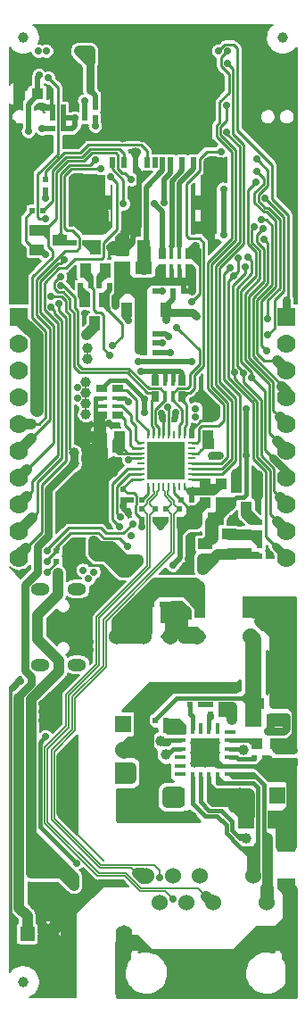
<source format=gbr>
G04 #@! TF.GenerationSoftware,KiCad,Pcbnew,5.99.0-unknown-d20d310~100~ubuntu18.04.1*
G04 #@! TF.CreationDate,2019-12-17T13:26:05+02:00*
G04 #@! TF.ProjectId,ESP32-PoE-ISO_Rev_D,45535033-322d-4506-9f45-2d49534f5f52,D*
G04 #@! TF.SameCoordinates,Original*
G04 #@! TF.FileFunction,Copper,L4,Bot*
G04 #@! TF.FilePolarity,Positive*
%FSLAX46Y46*%
G04 Gerber Fmt 4.6, Leading zero omitted, Abs format (unit mm)*
G04 Created by KiCad (PCBNEW 5.99.0-unknown-d20d310~100~ubuntu18.04.1) date 2019-12-17 13:26:05*
%MOMM*%
%LPD*%
G04 APERTURE LIST*
%ADD10R,1.016000X1.016000*%
%ADD11R,0.500000X0.550000*%
%ADD12C,1.300000*%
%ADD13C,2.000000*%
%ADD14O,1.600000X2.999999*%
%ADD15C,1.524000*%
%ADD16R,1.016000X2.032000*%
%ADD17R,1.524000X1.524000*%
%ADD18R,1.400000X1.400000*%
%ADD19C,1.400000*%
%ADD20R,0.400000X1.000000*%
%ADD21R,1.000000X0.400000*%
%ADD22R,2.799999X2.799999*%
%ADD23C,0.800000*%
%ADD24R,0.550000X0.500000*%
%ADD25R,1.270000X1.524000*%
%ADD26C,1.000000*%
%ADD27R,1.524000X1.778000*%
%ADD28R,1.400000X1.000000*%
%ADD29C,1.778000*%
%ADD30R,1.778000X1.778000*%
%ADD31R,1.000000X1.400000*%
%ADD32R,1.524000X1.270000*%
%ADD33R,1.778000X1.016000*%
%ADD34R,0.500000X1.000000*%
%ADD35R,1.500000X1.200000*%
%ADD36R,1.500000X4.500000*%
%ADD37R,0.381000X1.016000*%
%ADD38R,0.635000X1.016000*%
%ADD39R,3.600000X3.600000*%
%ADD40R,0.400000X0.400000*%
%ADD41R,1.422400X1.422400*%
%ADD42R,0.250000X0.800000*%
%ADD43R,0.800000X0.250000*%
%ADD44R,1.016000X1.778000*%
%ADD45R,1.016000X0.381000*%
%ADD46R,1.016000X0.635000*%
%ADD47O,1.800000X1.200000*%
%ADD48C,0.700000*%
%ADD49C,0.900000*%
%ADD50C,0.508000*%
%ADD51C,1.016000*%
%ADD52C,1.270000*%
%ADD53C,0.762000*%
%ADD54C,1.524000*%
%ADD55C,0.254000*%
%ADD56C,0.406400*%
%ADD57C,0.635000*%
%ADD58C,0.127000*%
G04 APERTURE END LIST*
D10*
X91440000Y-102108000D03*
X93218000Y-102108000D03*
D11*
X97663000Y-103378000D03*
X98679000Y-103378000D03*
D12*
X104940000Y-104235000D03*
X101340000Y-104235000D03*
X103140000Y-106035000D03*
X103140000Y-102435000D03*
X104940000Y-102435000D03*
X101340000Y-102435000D03*
X104940000Y-106035000D03*
D13*
X103140000Y-104235000D03*
D12*
X101340000Y-106035000D03*
D14*
X117000000Y-182393000D03*
X101400000Y-182393000D03*
D15*
X114915000Y-178793000D03*
X113645000Y-176253000D03*
X109835000Y-178793000D03*
X108565000Y-176253000D03*
X107295000Y-178793000D03*
X106025000Y-176253000D03*
X104755000Y-178793000D03*
X103485000Y-176253000D03*
D16*
X101092000Y-166497000D03*
X96520000Y-166497000D03*
X113157000Y-150749000D03*
X108585000Y-150749000D03*
D15*
X113411000Y-153543000D03*
D17*
X115951000Y-153543000D03*
D15*
X108331000Y-153543000D03*
X105791000Y-153543000D03*
X100711000Y-153543000D03*
X103251000Y-153543000D03*
D18*
X92209620Y-181759860D03*
D19*
X94221300Y-181757320D03*
D20*
X107877000Y-162242000D03*
X108677000Y-162242000D03*
X109477000Y-162242000D03*
X110277000Y-162242000D03*
D21*
X111427000Y-162592000D03*
X111427000Y-163392000D03*
X111427000Y-164192000D03*
X111427000Y-164992000D03*
X111427000Y-165792000D03*
X111427000Y-166592000D03*
D20*
X110277000Y-166942000D03*
X109477000Y-166942000D03*
X108677000Y-166942000D03*
X107877000Y-166942000D03*
D21*
X106727000Y-166592000D03*
X106727000Y-165792000D03*
X106727000Y-164992000D03*
X106727000Y-164192000D03*
X106727000Y-163392000D03*
X106727000Y-162592000D03*
D22*
X109077000Y-164592000D03*
D23*
X108077000Y-163592000D03*
X108077000Y-164592000D03*
X108077000Y-165592000D03*
X109077000Y-163592000D03*
X109077000Y-164592000D03*
X109077000Y-165592000D03*
X110077000Y-164592000D03*
X110077000Y-163592000D03*
X110077000Y-165592000D03*
D15*
X112423000Y-168656000D03*
D17*
X115923000Y-168656000D03*
D15*
X101346000Y-164318000D03*
D17*
X101346000Y-161818000D03*
D24*
X94996000Y-145415000D03*
X94996000Y-146431000D03*
D11*
X94615000Y-104394000D03*
X95631000Y-104394000D03*
X94615000Y-103378000D03*
X95631000Y-103378000D03*
X95631000Y-105410000D03*
X94615000Y-105410000D03*
X110617000Y-160020000D03*
X109601000Y-160020000D03*
D10*
X105410000Y-151765000D03*
X103632000Y-151765000D03*
D24*
X114300000Y-142748000D03*
X114300000Y-143764000D03*
D10*
X113030000Y-143891000D03*
X113030000Y-145669000D03*
D11*
X110617000Y-160909000D03*
X109601000Y-160909000D03*
D25*
X103251000Y-116713000D03*
X101219000Y-116713000D03*
D26*
X91821000Y-186309000D03*
X116459000Y-96774000D03*
X91821000Y-96774000D03*
D10*
X114173000Y-159893000D03*
X115951000Y-159893000D03*
D27*
X113665000Y-155575000D03*
X116459000Y-155575000D03*
X113665000Y-157988000D03*
X116459000Y-157988000D03*
D11*
X106172000Y-132969000D03*
X105156000Y-132969000D03*
X99568000Y-135890000D03*
X100584000Y-135890000D03*
D24*
X101346000Y-139573000D03*
X101346000Y-140589000D03*
D11*
X107823000Y-140589000D03*
X106807000Y-140589000D03*
X93726000Y-113157000D03*
X92710000Y-113157000D03*
X104394000Y-161544000D03*
X105410000Y-161544000D03*
X105410000Y-162433000D03*
X104394000Y-162433000D03*
D24*
X93980000Y-111252000D03*
X93980000Y-110236000D03*
D11*
X104394000Y-126619000D03*
X103378000Y-126619000D03*
X104394000Y-124841000D03*
X103378000Y-124841000D03*
X104394000Y-120777000D03*
X103378000Y-120777000D03*
X113792000Y-165100000D03*
X114808000Y-165100000D03*
X107696000Y-160020000D03*
X108712000Y-160020000D03*
X104394000Y-125730000D03*
X103378000Y-125730000D03*
X102108000Y-140589000D03*
X103124000Y-140589000D03*
D24*
X109728000Y-136525000D03*
X109728000Y-135509000D03*
X105410000Y-141478000D03*
X105410000Y-142494000D03*
X106680000Y-142494000D03*
X106680000Y-141478000D03*
X103124000Y-142494000D03*
X103124000Y-141478000D03*
X104394000Y-142494000D03*
X104394000Y-141478000D03*
X114300000Y-145923000D03*
X114300000Y-144907000D03*
D11*
X105029000Y-150495000D03*
X104013000Y-150495000D03*
X96647000Y-116205000D03*
X97663000Y-116205000D03*
D28*
X111343440Y-143830040D03*
X111343440Y-145732500D03*
X109133640Y-144777460D03*
D29*
X116840000Y-146080000D03*
X116840000Y-143540000D03*
X116840000Y-138460000D03*
X116840000Y-141000000D03*
X116840000Y-135920000D03*
X116840000Y-133380000D03*
D30*
X116840000Y-123220000D03*
D29*
X116840000Y-125760000D03*
X116840000Y-128300000D03*
X116840000Y-130840000D03*
X91440000Y-130840000D03*
X91440000Y-128300000D03*
X91440000Y-125760000D03*
D30*
X91440000Y-123220000D03*
D29*
X91440000Y-133380000D03*
X91440000Y-135920000D03*
X91440000Y-141000000D03*
X91440000Y-138460000D03*
X91440000Y-143540000D03*
X91440000Y-146080000D03*
D31*
X99628960Y-118836440D03*
X97726500Y-118836440D03*
X98681540Y-116626640D03*
D32*
X101219000Y-118618000D03*
X103251000Y-118618000D03*
D27*
X115824000Y-170942000D03*
X113030000Y-170942000D03*
D33*
X116840000Y-177038000D03*
X116840000Y-173482000D03*
D34*
X100290000Y-108587000D03*
X101390000Y-108587000D03*
X102490000Y-108587000D03*
X103590000Y-108587000D03*
X104340000Y-108587000D03*
X105040000Y-108587000D03*
X105790000Y-108587000D03*
X106890000Y-108587000D03*
X107990000Y-108587000D03*
D35*
X109440000Y-110337000D03*
X98840000Y-110337000D03*
X109440000Y-114787000D03*
X98840000Y-114787000D03*
D36*
X98840000Y-112387000D03*
X109440000Y-112387000D03*
D32*
X115697000Y-161544000D03*
X113665000Y-161544000D03*
D10*
X109347000Y-134493000D03*
X109347000Y-132715000D03*
X99187000Y-134620000D03*
X100965000Y-134620000D03*
X109093000Y-140843000D03*
X109093000Y-139065000D03*
X110617000Y-140843000D03*
X110617000Y-139065000D03*
D37*
X106045000Y-129286000D03*
X105283000Y-129286000D03*
X106045000Y-130810000D03*
X105283000Y-130810000D03*
D38*
X106934000Y-129286000D03*
X106934000Y-130810000D03*
X104394000Y-129286000D03*
X104394000Y-130810000D03*
D31*
X97663000Y-121666000D03*
X99565460Y-121666000D03*
X98610420Y-123875800D03*
D32*
X110109000Y-142367000D03*
X108077000Y-142367000D03*
D11*
X98679000Y-104394000D03*
X97663000Y-104394000D03*
D31*
X105405000Y-122555000D03*
X101605000Y-122555000D03*
D11*
X106045000Y-120777000D03*
X107061000Y-120777000D03*
D39*
X105410000Y-136906000D03*
D40*
X106710000Y-137406000D03*
X106710000Y-136406000D03*
X105910000Y-135606000D03*
X104910000Y-135606000D03*
X104110000Y-136406000D03*
X104110000Y-137406000D03*
X104910000Y-138206000D03*
X105910000Y-138206000D03*
D41*
X105410000Y-136906000D03*
D42*
X103660000Y-139356000D03*
X104160000Y-139356000D03*
X104660000Y-139356000D03*
X105160000Y-139356000D03*
X105660000Y-139356000D03*
X106160000Y-139356000D03*
X106660000Y-139356000D03*
X107160000Y-139356000D03*
D43*
X107860000Y-138656000D03*
X107860000Y-138156000D03*
X107860000Y-137656000D03*
X107860000Y-137156000D03*
X107860000Y-136656000D03*
X107860000Y-136156000D03*
X107860000Y-135656000D03*
X107860000Y-135156000D03*
D42*
X107160000Y-134456000D03*
X106660000Y-134456000D03*
X106160000Y-134456000D03*
X105660000Y-134456000D03*
X105160000Y-134456000D03*
X104660000Y-134456000D03*
X104160000Y-134456000D03*
X103660000Y-134456000D03*
D43*
X102960000Y-135156000D03*
X102960000Y-135656000D03*
X102960000Y-136156000D03*
X102960000Y-136656000D03*
X102960000Y-137156000D03*
X102960000Y-137656000D03*
X102960000Y-138156000D03*
X102960000Y-138656000D03*
D11*
X100076000Y-120269000D03*
X99060000Y-120269000D03*
X98298000Y-120269000D03*
X97282000Y-120269000D03*
D10*
X115824000Y-163703000D03*
X114046000Y-163703000D03*
D28*
X95334000Y-115951000D03*
X93134000Y-115001000D03*
X93134000Y-116901000D03*
D31*
X113027460Y-141437360D03*
X113982500Y-139227560D03*
X112080040Y-139227560D03*
D38*
X105029000Y-118745000D03*
X105029000Y-117221000D03*
X107569000Y-118745000D03*
X107569000Y-117221000D03*
D37*
X105918000Y-118745000D03*
X106680000Y-118745000D03*
X105918000Y-117221000D03*
X106680000Y-117221000D03*
D44*
X106680000Y-168783000D03*
X110236000Y-168783000D03*
D45*
X99314000Y-130937000D03*
X99314000Y-131699000D03*
X100838000Y-130937000D03*
X100838000Y-131699000D03*
D46*
X99314000Y-130048000D03*
X100838000Y-130048000D03*
X99314000Y-132588000D03*
X100838000Y-132588000D03*
D47*
X93476000Y-149054000D03*
X96946000Y-149054000D03*
X96946000Y-156254000D03*
X93476000Y-156254000D03*
D48*
X93853000Y-103378000D03*
X96647000Y-177165000D03*
X96647000Y-176403000D03*
X92583000Y-170307000D03*
X92583000Y-175260000D03*
X92583000Y-176022000D03*
D26*
X95123000Y-147574000D03*
X93091000Y-132080000D03*
X107061000Y-153543000D03*
D48*
X105664000Y-150749000D03*
D26*
X106553000Y-151892000D03*
X106553000Y-150749000D03*
X96520000Y-164973000D03*
X95504000Y-164973000D03*
X95504000Y-165989000D03*
X95504000Y-167005000D03*
X95504000Y-168021000D03*
X96520000Y-168021000D03*
D48*
X94996000Y-178054000D03*
X95885000Y-178054000D03*
X94107000Y-178054000D03*
X94996000Y-177165000D03*
X94234000Y-184150000D03*
X92202000Y-184150000D03*
X91186000Y-184150000D03*
X93218000Y-184150000D03*
X96647000Y-154813000D03*
X97409000Y-154813000D03*
X98171000Y-154813000D03*
X98171000Y-154051000D03*
X94424500Y-161480500D03*
X93599000Y-161480500D03*
X93599000Y-159893000D03*
D26*
X96520000Y-171196000D03*
X96520000Y-169037000D03*
X96520000Y-170053000D03*
X95504000Y-169037000D03*
X95504000Y-170053000D03*
X96520000Y-163957000D03*
D48*
X93599000Y-160655000D03*
X91567000Y-157797496D03*
D26*
X111760000Y-142494000D03*
D48*
X115316000Y-145796000D03*
X114173000Y-138176000D03*
X114173000Y-140208000D03*
X110109000Y-131826000D03*
X110109000Y-132588000D03*
X101854000Y-141859000D03*
X101346000Y-141224000D03*
X95250000Y-161480500D03*
D26*
X98679000Y-135572500D03*
D48*
X100457000Y-138049000D03*
X99060000Y-138049000D03*
X97663000Y-122936000D03*
X92075000Y-100228400D03*
X92075000Y-100965000D03*
X93853000Y-96774000D03*
X114427000Y-96774000D03*
X90805000Y-104902000D03*
X90805000Y-103632000D03*
X90932000Y-121666000D03*
X109855000Y-139785743D03*
X107696000Y-139785743D03*
X108458000Y-139785743D03*
D26*
X96520000Y-96774000D03*
D48*
X95123000Y-96012000D03*
D26*
X109474000Y-108585000D03*
D48*
X115189000Y-98679000D03*
X96393000Y-119507000D03*
X97663000Y-111252000D03*
X97663000Y-112776000D03*
X100076000Y-116600350D03*
X102044500Y-116141500D03*
D26*
X97790000Y-96139000D03*
X100330000Y-96139000D03*
X102870000Y-96139000D03*
X105410000Y-96139000D03*
X107950000Y-96139000D03*
X110490000Y-96139000D03*
D48*
X113030000Y-96012000D03*
X93853000Y-96012000D03*
D26*
X99060000Y-96774000D03*
X101600000Y-97155000D03*
X104140000Y-97155000D03*
X106680000Y-97155000D03*
X109220000Y-97155000D03*
D48*
X114427000Y-96012000D03*
X97663000Y-113538000D03*
X97663000Y-114300000D03*
X97663000Y-115062000D03*
X117348000Y-98679000D03*
X117348000Y-99695000D03*
X117348000Y-100965000D03*
X117348000Y-102235000D03*
X117348000Y-103251000D03*
X117348000Y-105283000D03*
X117348000Y-106299000D03*
X117348000Y-107315000D03*
X117348000Y-108585000D03*
X117348000Y-109855000D03*
X117348000Y-111125000D03*
X117348000Y-112395000D03*
D26*
X100330000Y-100965000D03*
X101600000Y-99695000D03*
X104140000Y-99695000D03*
X106680000Y-99695000D03*
X109220000Y-99695000D03*
X102870000Y-100965000D03*
X105410000Y-100965000D03*
X107950000Y-100965000D03*
X110490000Y-100965000D03*
X109220000Y-102235000D03*
X107950000Y-103505000D03*
X109220000Y-104775000D03*
X107950000Y-106045000D03*
D48*
X116205000Y-103251000D03*
X114935000Y-103251000D03*
X116205000Y-105283000D03*
X114935000Y-105283000D03*
D26*
X110617000Y-108585000D03*
X110617000Y-109728000D03*
D48*
X91948000Y-120142000D03*
D26*
X107569000Y-147193000D03*
D49*
X107569000Y-146177000D03*
D48*
X97663000Y-135890000D03*
X99949000Y-133350000D03*
X91821000Y-147447000D03*
X97663000Y-112014000D03*
D26*
X102489000Y-107696002D03*
X96647000Y-136144000D03*
X96647000Y-137160000D03*
D48*
X93599000Y-105410000D03*
X94477435Y-121303850D03*
X97663000Y-102743000D03*
X110871000Y-111125000D03*
X110871000Y-115442996D03*
X114688913Y-115843128D03*
D26*
X108839000Y-146177000D03*
X108839000Y-147193000D03*
X97790000Y-129413000D03*
X97790000Y-130429000D03*
X97790000Y-131445000D03*
X97790000Y-132461000D03*
X97917000Y-127254000D03*
X97917000Y-126238000D03*
D48*
X97028000Y-129921000D03*
X97028000Y-130937000D03*
X107823000Y-119888000D03*
X107823000Y-120777000D03*
X105410000Y-119888000D03*
X100584000Y-121412000D03*
X100584000Y-122174000D03*
X93281500Y-98044000D03*
D26*
X97155000Y-98044000D03*
D48*
X94043500Y-98044000D03*
D26*
X98171000Y-98044000D03*
D48*
X102743000Y-125603000D03*
X102743000Y-126365000D03*
D26*
X98171000Y-99060000D03*
D48*
X94107000Y-147447000D03*
X98171000Y-101726988D03*
X106712509Y-143129000D03*
X103091479Y-143129000D03*
X96878939Y-175028061D03*
X93980000Y-163067994D03*
X106045000Y-146812000D03*
X104902000Y-143129000D03*
X94107000Y-146431000D03*
X101727000Y-145034000D03*
X100141480Y-109960758D03*
D26*
X97853500Y-124968000D03*
D48*
X93345000Y-100330000D03*
X92329000Y-105664000D03*
X95377000Y-120269000D03*
X111155990Y-105692601D03*
X95367917Y-119442038D03*
X94107000Y-145415000D03*
X102235000Y-142875000D03*
X99187000Y-109219994D03*
X111252000Y-99187000D03*
X111155990Y-103152601D03*
X108204000Y-123190000D03*
X105332150Y-123474968D03*
X94234000Y-100584000D03*
X93980000Y-113919000D03*
X111252000Y-98044000D03*
X106410622Y-124236990D03*
X115062000Y-124968000D03*
X102743000Y-127508000D03*
X94466418Y-122311477D03*
X107823000Y-127508000D03*
X114759018Y-111965009D03*
X107823000Y-121793000D03*
X93929098Y-117348014D03*
X95758000Y-117856000D03*
X108204000Y-116459000D03*
X105029000Y-120777000D03*
X111800119Y-119360801D03*
X112259169Y-117673446D03*
X111887000Y-128523990D03*
X93980000Y-112014000D03*
X112903011Y-118514828D03*
X105791000Y-126619000D03*
X112747155Y-128552845D03*
X113157000Y-117602000D03*
X105226229Y-112447424D03*
X113538000Y-129032000D03*
X105029000Y-125730000D03*
X113918984Y-110490016D03*
X110617000Y-107569000D03*
X108204000Y-131953000D03*
X108204000Y-132715000D03*
X102108000Y-144018000D03*
X98552000Y-147447000D03*
X98044000Y-148082000D03*
X97536000Y-147279360D03*
X101346000Y-112522000D03*
X104267000Y-112522000D03*
X98679000Y-105156000D03*
X98679000Y-108331000D03*
D26*
X117284500Y-172466000D03*
X116268500Y-172466000D03*
X117284500Y-171450000D03*
X102108000Y-165989000D03*
X102108000Y-167005000D03*
X98552000Y-144526000D03*
X98552000Y-145669000D03*
X101727000Y-147447000D03*
X101727000Y-146304000D03*
X102743000Y-146304000D03*
X101727000Y-151130000D03*
X102489000Y-150368000D03*
X113030000Y-172720000D03*
X115062000Y-172720000D03*
D48*
X114622118Y-114876118D03*
X113792000Y-114681000D03*
X110393990Y-98044000D03*
X116840000Y-161163000D03*
X115049300Y-162560000D03*
X115785900Y-162560000D03*
X116522500Y-162560000D03*
X116840000Y-161899600D03*
X101790500Y-123571000D03*
D26*
X105409989Y-164719000D03*
D48*
X100330005Y-125984000D03*
X100076000Y-126873000D03*
X113030000Y-136398000D03*
X102997000Y-128397000D03*
X103378000Y-131064000D03*
X113030000Y-131953000D03*
X102108008Y-110236000D03*
X105664000Y-125095000D03*
X115062000Y-123444000D03*
X95250000Y-121950986D03*
X113982500Y-108250103D03*
X96774000Y-104394000D03*
X114427000Y-114046000D03*
X101854000Y-131318000D03*
X101854000Y-136779000D03*
X114935000Y-126492000D03*
X113967984Y-109425000D03*
X111441342Y-118615666D03*
X100965006Y-143129000D03*
X104775000Y-176402960D03*
X106044996Y-178435000D03*
D26*
X112712500Y-164274500D03*
X105537000Y-168275000D03*
X105537000Y-169291000D03*
X104902000Y-163449000D03*
X111633000Y-161417000D03*
X111633000Y-160274000D03*
D48*
X111252000Y-168275000D03*
X111252000Y-169291000D03*
X113411000Y-169799000D03*
X111887000Y-169799000D03*
X112649000Y-169799000D03*
X114300000Y-150622000D03*
X114300000Y-151384000D03*
X115316000Y-152146000D03*
X115316000Y-151384000D03*
X115316000Y-150622000D03*
X116332000Y-152146000D03*
X116332000Y-151384000D03*
X114300000Y-152146000D03*
X117348000Y-151384000D03*
X117348000Y-152146000D03*
X115570000Y-156781500D03*
X116459000Y-156781500D03*
X117348000Y-153543000D03*
X117348000Y-154940000D03*
X117348000Y-156781500D03*
X117475000Y-163449000D03*
X117475000Y-164211000D03*
D26*
X106680000Y-170688000D03*
X105537000Y-170688000D03*
X107823000Y-170688000D03*
X104394000Y-170688000D03*
X112013990Y-158496010D03*
X110871000Y-158496010D03*
X109728000Y-158496000D03*
X108585000Y-158496000D03*
X102997000Y-159766000D03*
X102977000Y-164318000D03*
X106045000Y-184150000D03*
X106045000Y-186690000D03*
X107315000Y-185420000D03*
X108585000Y-184150000D03*
X108585000Y-186690000D03*
X111125000Y-186690000D03*
X117387990Y-187387990D03*
X117387990Y-185420000D03*
X109855000Y-185420000D03*
X111125000Y-184150000D03*
X112395000Y-185420000D03*
X113538000Y-182880000D03*
X114935000Y-182880000D03*
X102870000Y-182880000D03*
X101092000Y-187325000D03*
X101092000Y-185420000D03*
X114935000Y-181483000D03*
D48*
X101092000Y-142240000D03*
X110490000Y-136398000D03*
X103378000Y-132334000D03*
X104983227Y-132378110D03*
X105578732Y-131804243D03*
X106299000Y-132270500D03*
D50*
X91440000Y-102108000D02*
X92075000Y-101473000D01*
X92075000Y-101473000D02*
X92075000Y-100965000D01*
X93218000Y-100457000D02*
X93218000Y-102171500D01*
X93345000Y-100330000D02*
X93218000Y-100457000D01*
X92329000Y-103060500D02*
X92329000Y-105664000D01*
X93218000Y-102171500D02*
X92329000Y-103060500D01*
X94615000Y-103378000D02*
X93853000Y-103378000D01*
D51*
X96647000Y-176403000D02*
X96647000Y-177165000D01*
X92583000Y-170307000D02*
X92583000Y-171069000D01*
X95504000Y-175260000D02*
X96647000Y-176403000D01*
X95504000Y-176022000D02*
X96647000Y-177165000D01*
X92583000Y-176022000D02*
X95504000Y-176022000D01*
X94234000Y-175260000D02*
X95504000Y-175260000D01*
X92583000Y-175260000D02*
X94234000Y-175260000D01*
X92583000Y-173609000D02*
X94234000Y-175260000D01*
X92583000Y-173609000D02*
X92583000Y-176022000D01*
X95504000Y-175260000D02*
X92583000Y-172339000D01*
X92583000Y-171069000D02*
X92583000Y-172339000D01*
X92583000Y-172339000D02*
X92583000Y-173609000D01*
D52*
X93091000Y-132080000D02*
X93091000Y-125031500D01*
X93091000Y-125031500D02*
X91440000Y-123380500D01*
X91440000Y-123380500D02*
X91440000Y-123190000D01*
D51*
X95123000Y-149606000D02*
X95123000Y-147574000D01*
X93218000Y-153797000D02*
X93218000Y-151511000D01*
X93218000Y-151511000D02*
X95123000Y-149606000D01*
X92583000Y-170307000D02*
X92583000Y-159488200D01*
X92583000Y-159488200D02*
X95250000Y-156821200D01*
X95250000Y-156821200D02*
X95250000Y-155829000D01*
X95250000Y-155829000D02*
X93218000Y-153797000D01*
X105791000Y-153543000D02*
X105791000Y-152146000D01*
X105791000Y-152146000D02*
X105410000Y-151765000D01*
D52*
X107061000Y-153543000D02*
X108269354Y-153543000D01*
D51*
X105410000Y-151765000D02*
X105410000Y-150749000D01*
X105410000Y-150749000D02*
X106553000Y-150749000D01*
X106553000Y-150749000D02*
X106553000Y-151892000D01*
X106553000Y-153035000D02*
X107061000Y-153543000D01*
X106553000Y-151892000D02*
X106553000Y-153035000D01*
X106553000Y-151892000D02*
X105410000Y-150749000D01*
X106553000Y-152599106D02*
X107496894Y-153543000D01*
X106553000Y-151892000D02*
X106553000Y-152599106D01*
X107496894Y-153543000D02*
X108204000Y-153543000D01*
X96520000Y-166497000D02*
X96520000Y-164973000D01*
X96520000Y-166497000D02*
X96520000Y-168021000D01*
D53*
X96520000Y-168021000D02*
X95504000Y-168021000D01*
X96520000Y-164973000D02*
X95504000Y-164973000D01*
D51*
X95504000Y-164973000D02*
X95504000Y-168021000D01*
X95504000Y-164973000D02*
X96392990Y-164973000D01*
X95504000Y-168021000D02*
X96392990Y-168021000D01*
D53*
X94221300Y-184137300D02*
X94234000Y-184150000D01*
D54*
X94221300Y-181757320D02*
X94221300Y-184137300D01*
D53*
X94234000Y-184150000D02*
X92202000Y-184150000D01*
X92202000Y-184150000D02*
X91186000Y-184150000D01*
D51*
X95504000Y-170243500D02*
X96393000Y-171132500D01*
X95504000Y-168021000D02*
X95504000Y-170243500D01*
X96520000Y-168021000D02*
X96520000Y-171196000D01*
X96520000Y-163957000D02*
X96520000Y-164973000D01*
X96520000Y-163957000D02*
X95504000Y-164973000D01*
D55*
X91186000Y-184150000D02*
X90678000Y-183642000D01*
X90678000Y-183642000D02*
X90678000Y-158686496D01*
X91217001Y-158147495D02*
X91567000Y-157797496D01*
X90678000Y-158686496D02*
X91217001Y-158147495D01*
D53*
X114173000Y-138176000D02*
X114173000Y-140208000D01*
X109982000Y-132715000D02*
X110109000Y-132588000D01*
X109347000Y-132715000D02*
X109982000Y-132715000D01*
X110109000Y-132588000D02*
X110109000Y-131826000D01*
X110109000Y-131826000D02*
X109614026Y-131826000D01*
X109614026Y-131826000D02*
X109220000Y-131826000D01*
X109220000Y-131826000D02*
X109220000Y-132715000D01*
D50*
X101346000Y-140589000D02*
X101346000Y-141224000D01*
X101350000Y-140589000D02*
X101346000Y-140585000D01*
X102108000Y-140589000D02*
X101350000Y-140589000D01*
X105410000Y-150495000D02*
X105664000Y-150749000D01*
X105029000Y-150495000D02*
X105410000Y-150495000D01*
X99187000Y-134620000D02*
X99441000Y-134874000D01*
X99441000Y-134874000D02*
X99441000Y-135890000D01*
X101346000Y-141351000D02*
X101854000Y-141859000D01*
X101346000Y-141224000D02*
X101346000Y-141351000D01*
X98996500Y-135890000D02*
X98679000Y-135572500D01*
D56*
X99187000Y-134620000D02*
X99187000Y-135890000D01*
D50*
X99568000Y-135890000D02*
X99187000Y-135890000D01*
X99187000Y-135890000D02*
X98996500Y-135890000D01*
X98679000Y-134620000D02*
X99187000Y-134620000D01*
X98679000Y-135572500D02*
X98679000Y-134620000D01*
D56*
X99187000Y-135064500D02*
X98679000Y-135572500D01*
X99187000Y-134620000D02*
X99187000Y-135064500D01*
X98679000Y-134620000D02*
X98679000Y-133350000D01*
D53*
X99060000Y-135953500D02*
X98679000Y-135572500D01*
X99060000Y-138049000D02*
X99060000Y-135953500D01*
D50*
X99568000Y-138049000D02*
X99060000Y-138049000D01*
X99568000Y-137160000D02*
X99568000Y-137033000D01*
X100457000Y-138049000D02*
X99568000Y-137160000D01*
X99568000Y-135890000D02*
X99568000Y-137033000D01*
X99568000Y-137033000D02*
X99568000Y-138049000D01*
X99822000Y-137414000D02*
X99568000Y-137160000D01*
X99822000Y-138049000D02*
X99822000Y-137414000D01*
X100457000Y-138049000D02*
X99822000Y-138049000D01*
X99822000Y-138049000D02*
X99060000Y-138049000D01*
X99568000Y-135890000D02*
X99568000Y-134366000D01*
D51*
X98679000Y-137668000D02*
X99060000Y-138049000D01*
X98679000Y-135572500D02*
X98679000Y-137668000D01*
D50*
X94615000Y-103378000D02*
X94615000Y-104394000D01*
D53*
X109440000Y-114787000D02*
X109440000Y-112488000D01*
X109440000Y-112387000D02*
X109440000Y-113445000D01*
D51*
X98840000Y-112387000D02*
X98840000Y-113377000D01*
X98840000Y-113377000D02*
X98806000Y-113411000D01*
X109474000Y-111760000D02*
X109474000Y-108585000D01*
X109440000Y-112387000D02*
X109440000Y-111794000D01*
X109440000Y-111794000D02*
X109474000Y-111760000D01*
D53*
X98840000Y-114787000D02*
X98840000Y-113318000D01*
X98840000Y-113318000D02*
X98806000Y-113284000D01*
X100076000Y-116600350D02*
X101106350Y-116600350D01*
X101106350Y-116600350D02*
X101219000Y-116713000D01*
X102044500Y-116141500D02*
X101473000Y-116713000D01*
X101473000Y-116713000D02*
X101219000Y-116713000D01*
X97663000Y-113538000D02*
X97663000Y-114300000D01*
X97663000Y-114300000D02*
X97663000Y-115062000D01*
X99568000Y-114808000D02*
X99568000Y-113284000D01*
X99314000Y-115062000D02*
X99568000Y-114808000D01*
X97663000Y-113538000D02*
X97663000Y-113411000D01*
X98044000Y-115062000D02*
X99314000Y-115062000D01*
X97663000Y-115062000D02*
X98044000Y-115062000D01*
X98044000Y-113030000D02*
X98044000Y-115062000D01*
X97663000Y-113411000D02*
X98044000Y-113030000D01*
X98044000Y-113030000D02*
X98425000Y-112649000D01*
D51*
X110617000Y-108585000D02*
X110617000Y-109728000D01*
X110109000Y-108585000D02*
X110109000Y-109220000D01*
X109474000Y-108585000D02*
X110109000Y-108585000D01*
X110109000Y-108585000D02*
X110617000Y-108585000D01*
X110109000Y-109220000D02*
X110109000Y-110236000D01*
X109601000Y-110744000D02*
X110617000Y-109728000D01*
D53*
X109896257Y-139785743D02*
X109855000Y-139785743D01*
X110617000Y-139065000D02*
X109896257Y-139785743D01*
X109855000Y-139785743D02*
X108458000Y-139785743D01*
X108458000Y-139785743D02*
X107696000Y-139785743D01*
X109093000Y-139065000D02*
X109474000Y-139446000D01*
X109474000Y-139446000D02*
X110236000Y-139446000D01*
D50*
X107823000Y-139912743D02*
X107696000Y-139785743D01*
X107823000Y-140589000D02*
X107823000Y-139912743D01*
D55*
X107860000Y-138656000D02*
X108684000Y-138656000D01*
X108684000Y-138656000D02*
X109093000Y-139065000D01*
X107464243Y-139785743D02*
X107696000Y-139785743D01*
X107160000Y-139481500D02*
X107464243Y-139785743D01*
X107160000Y-139356000D02*
X107160000Y-139481500D01*
X98171000Y-154051000D02*
X98171000Y-150241000D01*
X98171000Y-150241000D02*
X99441000Y-148971000D01*
X99441000Y-148971000D02*
X99441000Y-147193000D01*
X99441000Y-147193000D02*
X99060000Y-146812000D01*
X99060000Y-146812000D02*
X98171000Y-146812000D01*
X98171000Y-146812000D02*
X97155000Y-145796000D01*
X107823000Y-133985000D02*
X107823000Y-134239000D01*
X109347000Y-132715000D02*
X108966000Y-133096000D01*
X108966000Y-133096000D02*
X108712000Y-133096000D01*
X108712000Y-133096000D02*
X107823000Y-133985000D01*
D56*
X98679000Y-133350000D02*
X99949000Y-133350000D01*
X99314000Y-130937000D02*
X98679000Y-130937000D01*
X98679000Y-133350000D02*
X98679000Y-132969000D01*
X98679000Y-131953000D02*
X98679000Y-132969000D01*
X98679000Y-132588000D02*
X99314000Y-132588000D01*
D55*
X98679000Y-131699000D02*
X99314000Y-131699000D01*
D56*
X98679000Y-130937000D02*
X98679000Y-131699000D01*
X98679000Y-131699000D02*
X98679000Y-131953000D01*
D50*
X102235000Y-115951000D02*
X101473000Y-116713000D01*
X102235000Y-115316000D02*
X102235000Y-115951000D01*
X102870000Y-114681000D02*
X102235000Y-115316000D01*
X102870000Y-109474000D02*
X102870000Y-114681000D01*
X102490000Y-109094000D02*
X102870000Y-109474000D01*
X102490000Y-108587000D02*
X102490000Y-109094000D01*
D53*
X98840000Y-112387000D02*
X98840000Y-111413000D01*
X98840000Y-111413000D02*
X98679000Y-111252000D01*
X97663000Y-111252000D02*
X97663000Y-113538000D01*
X98044000Y-111252000D02*
X98044000Y-113030000D01*
X98679000Y-111252000D02*
X98044000Y-111252000D01*
X98044000Y-111252000D02*
X97663000Y-111252000D01*
D50*
X102490000Y-108587000D02*
X102489000Y-108586000D01*
X102489000Y-108586000D02*
X102489000Y-108403108D01*
X102489000Y-108403108D02*
X102489000Y-107696002D01*
D51*
X91440000Y-161417000D02*
X91440000Y-159385000D01*
X91440000Y-179274240D02*
X91440000Y-161417000D01*
X92209620Y-181759860D02*
X92209620Y-180043860D01*
X92209620Y-180043860D02*
X91440000Y-179274240D01*
D53*
X96647000Y-137160000D02*
X96647000Y-136144000D01*
D50*
X93599000Y-105410000D02*
X94615000Y-105410000D01*
D55*
X94972409Y-121303850D02*
X94477435Y-121303850D01*
X96647000Y-136144000D02*
X96266000Y-135763000D01*
X96266000Y-135763000D02*
X96266000Y-123063000D01*
X96266000Y-123063000D02*
X95885000Y-122682000D01*
X95885000Y-122682000D02*
X95885000Y-121696990D01*
X95885000Y-121696990D02*
X95491860Y-121303850D01*
X95491860Y-121303850D02*
X94972409Y-121303850D01*
D53*
X94234000Y-139573000D02*
X96647000Y-137160000D01*
X94234000Y-144018000D02*
X94234000Y-139573000D01*
X93218000Y-145034000D02*
X94234000Y-144018000D01*
X93218000Y-147445038D02*
X93218000Y-145034000D01*
X91440000Y-159194344D02*
X92583000Y-158051344D01*
X92583000Y-158051344D02*
X92583000Y-157353000D01*
X92011500Y-156781500D02*
X92011500Y-148651538D01*
X91440000Y-159385000D02*
X91440000Y-159194344D01*
X92583000Y-157353000D02*
X92011500Y-156781500D01*
X92011500Y-148651538D02*
X93218000Y-147445038D01*
D50*
X97663000Y-103378000D02*
X97663000Y-104394000D01*
D51*
X116840000Y-130840000D02*
X116840000Y-130302000D01*
X116840000Y-130302000D02*
X116362001Y-129824001D01*
D50*
X97663000Y-102743000D02*
X97663000Y-103378000D01*
X110871000Y-111125000D02*
X110871000Y-115442996D01*
D55*
X113664978Y-126999978D02*
X113664978Y-121442848D01*
X116840000Y-130302000D02*
X116840000Y-130175000D01*
X116840000Y-130175000D02*
X113664978Y-126999978D01*
X115038912Y-116193127D02*
X114688913Y-115843128D01*
X115061967Y-116216182D02*
X115038912Y-116193127D01*
X115061967Y-120045859D02*
X115061967Y-116216182D01*
X113664978Y-121442848D02*
X115061967Y-120045859D01*
D51*
X108839000Y-147193000D02*
X108839000Y-146177000D01*
D53*
X109601000Y-146558000D02*
X109601000Y-146177000D01*
D51*
X108966000Y-147193000D02*
X109982000Y-146177000D01*
X108839000Y-146177000D02*
X109855000Y-146177000D01*
D53*
X102108000Y-119888000D02*
X102616000Y-119888000D01*
X101219000Y-118618000D02*
X101219000Y-118999000D01*
X101219000Y-118999000D02*
X102108000Y-119888000D01*
X102616000Y-119888000D02*
X102616000Y-120269000D01*
X102616000Y-120269000D02*
X102616000Y-120650000D01*
X102616000Y-120650000D02*
X103378000Y-119888000D01*
X102616000Y-119888000D02*
X103378000Y-119888000D01*
D57*
X105029000Y-118745000D02*
X105029000Y-119888000D01*
D50*
X107569000Y-119634000D02*
X107823000Y-119888000D01*
D57*
X107569000Y-118745000D02*
X107569000Y-119634000D01*
D56*
X106680000Y-118745000D02*
X106680000Y-119888000D01*
X105918000Y-118745000D02*
X105918000Y-119888000D01*
D53*
X105791000Y-119888000D02*
X106680000Y-119888000D01*
D50*
X103378000Y-120777000D02*
X103378000Y-119888000D01*
X103378000Y-120777000D02*
X103378000Y-120523000D01*
X103378000Y-120523000D02*
X104013000Y-119888000D01*
D53*
X103378000Y-119888000D02*
X104013000Y-119888000D01*
D50*
X103378000Y-120777000D02*
X103124000Y-120777000D01*
D53*
X103110974Y-120650000D02*
X103124000Y-120636974D01*
X102616000Y-120650000D02*
X103110974Y-120650000D01*
X103124000Y-120636974D02*
X103124000Y-120523000D01*
D50*
X107061000Y-120777000D02*
X107061000Y-119888000D01*
D53*
X106680000Y-119888000D02*
X107061000Y-119888000D01*
X107061000Y-119888000D02*
X107823000Y-119888000D01*
D50*
X107061000Y-120777000D02*
X107823000Y-120777000D01*
D53*
X107823000Y-120777000D02*
X107823000Y-119888000D01*
X107823000Y-119888000D02*
X107823000Y-118745000D01*
X107823000Y-118745000D02*
X107696000Y-118618000D01*
X105410000Y-119888000D02*
X105029000Y-119888000D01*
X105791000Y-119888000D02*
X105410000Y-119888000D01*
X104013000Y-119888000D02*
X104584500Y-119888000D01*
X104584500Y-119888000D02*
X105029000Y-119888000D01*
X104711500Y-118745000D02*
X104838500Y-118618000D01*
X104584500Y-119888000D02*
X104711500Y-119761000D01*
X104711500Y-119761000D02*
X104711500Y-118745000D01*
X104203500Y-119888000D02*
X104013000Y-119888000D01*
X104838500Y-119253000D02*
X104203500Y-119888000D01*
X100838000Y-120650000D02*
X100838000Y-118618000D01*
X101219000Y-120269000D02*
X100838000Y-120650000D01*
D50*
X101600000Y-120142000D02*
X101600000Y-120269000D01*
X101219000Y-119761000D02*
X101600000Y-120142000D01*
X101219000Y-118618000D02*
X101219000Y-119761000D01*
D53*
X102616000Y-120269000D02*
X101600000Y-120269000D01*
X101600000Y-120269000D02*
X101219000Y-120269000D01*
X100838000Y-121158000D02*
X100584000Y-121412000D01*
X100838000Y-120650000D02*
X100838000Y-121158000D01*
X100584000Y-122174000D02*
X100584000Y-121412000D01*
X100584000Y-121412000D02*
X101346000Y-120650000D01*
X101346000Y-120650000D02*
X100838000Y-120650000D01*
D50*
X102616000Y-120650000D02*
X103378000Y-121412000D01*
X103378000Y-121412000D02*
X103378000Y-120777000D01*
X103378000Y-125603000D02*
X102743000Y-125603000D01*
X103378000Y-125730000D02*
X102743000Y-126365000D01*
X103378000Y-125603000D02*
X103378000Y-125730000D01*
X103378000Y-121412000D02*
X103378000Y-125603000D01*
D53*
X102743000Y-120777000D02*
X102616000Y-120650000D01*
X102743000Y-125603000D02*
X102743000Y-126365000D01*
X102108000Y-120650000D02*
X102743000Y-121285000D01*
X102743000Y-121285000D02*
X102743000Y-120777000D01*
X102616000Y-120650000D02*
X102108000Y-120650000D01*
X102108000Y-120650000D02*
X101346000Y-120650000D01*
D50*
X103378000Y-126619000D02*
X103378000Y-125603000D01*
X102997000Y-126619000D02*
X102743000Y-126365000D01*
X103378000Y-126619000D02*
X102997000Y-126619000D01*
X103378000Y-124841000D02*
X102743000Y-124841000D01*
D53*
X102743000Y-125603000D02*
X102743000Y-124841000D01*
X102743000Y-124841000D02*
X102743000Y-121285000D01*
D51*
X110299500Y-145732500D02*
X109855000Y-146177000D01*
X111343440Y-145732500D02*
X110299500Y-145732500D01*
X111343440Y-145732500D02*
X111406940Y-145669000D01*
X111406940Y-145669000D02*
X113030000Y-145669000D01*
D56*
X113030000Y-145669000D02*
X114046000Y-145669000D01*
X114046000Y-145669000D02*
X114300000Y-145923000D01*
D55*
X94996000Y-146558000D02*
X94107000Y-147447000D01*
X94996000Y-146431000D02*
X94996000Y-146558000D01*
D51*
X98171000Y-99060000D02*
X97155000Y-98044000D01*
X97155000Y-98044000D02*
X98171000Y-98044000D01*
X98171000Y-98044000D02*
X98171000Y-99060000D01*
D50*
X114300000Y-145923000D02*
X112776000Y-145923000D01*
X98679000Y-102234988D02*
X98171000Y-101726988D01*
X98679000Y-103378000D02*
X98679000Y-102234988D01*
D53*
X98171000Y-99060000D02*
X98171000Y-101726988D01*
D50*
X106680000Y-143096491D02*
X106712509Y-143129000D01*
X103091479Y-142634026D02*
X103091479Y-143129000D01*
X103091479Y-142526521D02*
X103091479Y-142634026D01*
X103124000Y-142494000D02*
X103091479Y-142526521D01*
D55*
X106160000Y-139356000D02*
X106160000Y-139942000D01*
X106160000Y-139942000D02*
X106807000Y-140589000D01*
D50*
X108331000Y-143129000D02*
X108585000Y-142875000D01*
X108077000Y-142367000D02*
X108077000Y-143129000D01*
X108077000Y-143129000D02*
X108331000Y-143129000D01*
D55*
X106807000Y-140614000D02*
X107442000Y-141249000D01*
X106807000Y-140589000D02*
X106807000Y-140614000D01*
X107442000Y-141249000D02*
X107442000Y-142367000D01*
D51*
X108331000Y-141605000D02*
X108331000Y-142367000D01*
X108331000Y-142367000D02*
X108077000Y-142367000D01*
X108331000Y-141605000D02*
X107823000Y-141605000D01*
D55*
X108687000Y-141249000D02*
X108839000Y-141097000D01*
X107442000Y-141249000D02*
X108687000Y-141249000D01*
D51*
X109093000Y-140843000D02*
X108839000Y-141097000D01*
X108839000Y-141097000D02*
X108331000Y-141605000D01*
D50*
X107188000Y-142494000D02*
X106680000Y-142494000D01*
X107950000Y-142494000D02*
X107188000Y-142494000D01*
X108077000Y-142367000D02*
X107950000Y-142494000D01*
X107696000Y-141986000D02*
X107696000Y-141859000D01*
X107188000Y-142494000D02*
X107696000Y-141986000D01*
X106680000Y-142748000D02*
X106680000Y-143096491D01*
X106680000Y-142748000D02*
X107823000Y-142748000D01*
X106680000Y-142494000D02*
X106680000Y-142748000D01*
D56*
X93439500Y-163608494D02*
X93630001Y-163417993D01*
X93439500Y-171588622D02*
X93439500Y-163608494D01*
X96878939Y-175028061D02*
X93439500Y-171588622D01*
X93630001Y-163417993D02*
X93980000Y-163067994D01*
D55*
X102489000Y-141884000D02*
X103099000Y-142494000D01*
X101727000Y-139954000D02*
X102362000Y-139954000D01*
X101346000Y-139573000D02*
X101727000Y-139954000D01*
X102616000Y-141003798D02*
X102489000Y-141130798D01*
X103099000Y-142494000D02*
X103124000Y-142494000D01*
X102489000Y-141130798D02*
X102489000Y-141884000D01*
X102362000Y-139954000D02*
X102616000Y-140208000D01*
X102616000Y-140208000D02*
X102616000Y-141003798D01*
X101371000Y-139573000D02*
X101346000Y-139573000D01*
X101346000Y-139548000D02*
X101371000Y-139573000D01*
X101346000Y-139446000D02*
X101346000Y-139548000D01*
X102960000Y-138656000D02*
X102136000Y-138656000D01*
X102136000Y-138656000D02*
X101346000Y-139446000D01*
D50*
X106712509Y-143794991D02*
X107378500Y-143129000D01*
X106712509Y-143129000D02*
X106712509Y-143827500D01*
X106712509Y-143827500D02*
X106712509Y-143794991D01*
X107378500Y-143129000D02*
X108077000Y-143129000D01*
X106712509Y-143129000D02*
X107378500Y-143129000D01*
X106712509Y-146144491D02*
X106045000Y-146812000D01*
X106712509Y-143827500D02*
X106712509Y-146144491D01*
X104902000Y-142494000D02*
X104902000Y-143129000D01*
X104394000Y-142494000D02*
X104902000Y-142494000D01*
X104902000Y-142494000D02*
X105410000Y-142494000D01*
X104394000Y-142621000D02*
X104902000Y-143129000D01*
X104394000Y-142494000D02*
X104394000Y-142621000D01*
X105410000Y-142621000D02*
X104902000Y-143129000D01*
X105410000Y-142494000D02*
X105410000Y-142621000D01*
D51*
X91440000Y-141000000D02*
X92202000Y-140238000D01*
D55*
X94107000Y-146431000D02*
X94107000Y-146304000D01*
X94107000Y-146304000D02*
X94996000Y-145415000D01*
X100965000Y-144272000D02*
X101727000Y-145034000D01*
X99537170Y-144272000D02*
X100965000Y-144272000D01*
X98978370Y-143713200D02*
X99537170Y-144272000D01*
X94996000Y-145415000D02*
X95123000Y-145288000D01*
X95123000Y-145288000D02*
X95123000Y-144907000D01*
X95123000Y-144907000D02*
X96316800Y-143713200D01*
X96316800Y-143713200D02*
X98978370Y-143713200D01*
X100711000Y-110530278D02*
X100491479Y-110310757D01*
X99441000Y-116205000D02*
X100711000Y-114935000D01*
X99441000Y-117602000D02*
X99441000Y-116205000D01*
X99314000Y-117729000D02*
X99441000Y-117602000D01*
X96769076Y-117729000D02*
X99314000Y-117729000D01*
X93853000Y-120015000D02*
X95250000Y-118618000D01*
X95250000Y-118618000D02*
X95880076Y-118618000D01*
X92710000Y-139730000D02*
X92710000Y-138811000D01*
X92710000Y-138811000D02*
X95123000Y-136398000D01*
X92202000Y-140238000D02*
X92710000Y-139730000D01*
X100491479Y-110310757D02*
X100141480Y-109960758D01*
X100711000Y-114935000D02*
X100711000Y-110530278D01*
X95123000Y-123825000D02*
X93853000Y-122555000D01*
X95123000Y-136398000D02*
X95123000Y-123825000D01*
X95880076Y-118618000D02*
X96769076Y-117729000D01*
X93853000Y-122555000D02*
X93853000Y-120015000D01*
X95123000Y-144907000D02*
X94869000Y-145161000D01*
X94869000Y-145161000D02*
X94869000Y-145542000D01*
D51*
X98610420Y-124211080D02*
X97853500Y-124968000D01*
X98610420Y-123875800D02*
X98610420Y-124211080D01*
D55*
X96742999Y-122396999D02*
X96742999Y-121380999D01*
X95631000Y-120269000D02*
X95377000Y-120269000D01*
X97028010Y-122682010D02*
X96742999Y-122396999D01*
X97028010Y-127762010D02*
X97028010Y-122682010D01*
X105283000Y-130810000D02*
X105283000Y-130492500D01*
X104838500Y-130048000D02*
X103759000Y-130048000D01*
X103759000Y-130048000D02*
X101854000Y-128143000D01*
X105283000Y-130492500D02*
X104838500Y-130048000D01*
X101854000Y-128143000D02*
X97409000Y-128143000D01*
X96742999Y-121380999D02*
X95631000Y-120269000D01*
X97409000Y-128143000D02*
X97028010Y-127762010D01*
X94772998Y-119979078D02*
X95310038Y-119442038D01*
X94772998Y-120558922D02*
X94772998Y-119979078D01*
X96266000Y-121525980D02*
X95613022Y-120873002D01*
X95087078Y-120873002D02*
X94772998Y-120558922D01*
X96266000Y-122458830D02*
X96266000Y-121525980D01*
X95310038Y-119442038D02*
X95367917Y-119442038D01*
X95613022Y-120873002D02*
X95087078Y-120873002D01*
X96646999Y-122839829D02*
X96266000Y-122458830D01*
X96647000Y-128016000D02*
X96646999Y-122839829D01*
X104394000Y-130683000D02*
X104140000Y-130429000D01*
X104394000Y-130810000D02*
X104394000Y-130683000D01*
X103601170Y-130429000D02*
X101696170Y-128524000D01*
X101696170Y-128524000D02*
X97155000Y-128524000D01*
X97155000Y-128524000D02*
X96647000Y-128016000D01*
X104013000Y-130429000D02*
X104394000Y-130810000D01*
X104140000Y-130429000D02*
X104013000Y-130429000D01*
X104013000Y-130429000D02*
X103601170Y-130429000D01*
D51*
X91440000Y-135920000D02*
X92583000Y-134777000D01*
D55*
X94107000Y-145288000D02*
X94107000Y-145415000D01*
X96139000Y-143256000D02*
X94107000Y-145288000D01*
X102235000Y-142875000D02*
X101346000Y-143764000D01*
X101346000Y-143764000D02*
X99695000Y-143764000D01*
X99695000Y-143764000D02*
X99187000Y-143256000D01*
X99187000Y-143256000D02*
X96139000Y-143256000D01*
X93091000Y-119647026D02*
X95771026Y-116967000D01*
X94361000Y-132999000D02*
X94361000Y-124333000D01*
X95771026Y-116967000D02*
X96867202Y-116967000D01*
X97155000Y-115697000D02*
X96520000Y-115062000D01*
X95758000Y-114808000D02*
X95758000Y-109855000D01*
X94361000Y-124333000D02*
X93091000Y-123063000D01*
X98692026Y-109219994D02*
X99187000Y-109219994D01*
X92583000Y-134777000D02*
X94361000Y-132999000D01*
X93091000Y-123063000D02*
X93091000Y-119647026D01*
X96012000Y-115062000D02*
X95758000Y-114808000D01*
X96391116Y-109221884D02*
X98690136Y-109221884D01*
X96520000Y-115062000D02*
X96012000Y-115062000D01*
X95758000Y-109855000D02*
X96391116Y-109221884D01*
X97155000Y-116679202D02*
X97155000Y-115697000D01*
X96867202Y-116967000D02*
X97155000Y-116679202D01*
X98690136Y-109221884D02*
X98692026Y-109219994D01*
D50*
X97282000Y-120269000D02*
X97282000Y-121285000D01*
X97282000Y-121285000D02*
X97663000Y-121666000D01*
X97282000Y-120269000D02*
X97282000Y-120523000D01*
X97282000Y-120523000D02*
X97917000Y-121158000D01*
X97917000Y-121158000D02*
X97917000Y-121539000D01*
D55*
X112776000Y-106934000D02*
X112776000Y-111248254D01*
X111760000Y-105918000D02*
X112776000Y-106934000D01*
X111760000Y-99695000D02*
X111760000Y-105918000D01*
X111252000Y-99187000D02*
X111760000Y-99695000D01*
X93980000Y-109732000D02*
X93980000Y-110236000D01*
X95759840Y-107697840D02*
X93980000Y-109477680D01*
X98012250Y-106939001D02*
X97253411Y-107697840D01*
X103002001Y-106939001D02*
X98012250Y-106939001D01*
X93980000Y-109477680D02*
X93980000Y-109732000D01*
X103590000Y-107527000D02*
X103002001Y-106939001D01*
X103590000Y-108587000D02*
X103590000Y-107527000D01*
X97253411Y-107697840D02*
X95759840Y-107697840D01*
D50*
X105405000Y-122555000D02*
X105405000Y-122179000D01*
X105426000Y-122179000D02*
X106045000Y-121560000D01*
X105405000Y-122179000D02*
X105426000Y-122179000D01*
X106045000Y-121560000D02*
X106045000Y-120777000D01*
D53*
X105695001Y-122840001D02*
X105410000Y-122555000D01*
X107900101Y-122840001D02*
X105695001Y-122840001D01*
X108250100Y-123190000D02*
X107900101Y-122840001D01*
X105405000Y-122555000D02*
X105332150Y-122627850D01*
X105332150Y-122627850D02*
X105332150Y-122979994D01*
X105332150Y-122979994D02*
X105332150Y-123474968D01*
D55*
X93218000Y-113792000D02*
X93345000Y-113919000D01*
X93218000Y-109700850D02*
X93218000Y-113792000D01*
X93345000Y-113919000D02*
X93980000Y-113919000D01*
X94234000Y-100584000D02*
X95123000Y-101473000D01*
X95123000Y-107795850D02*
X93218000Y-109700850D01*
X95123000Y-101473000D02*
X95123000Y-107795850D01*
X110647999Y-98648001D02*
X110902001Y-98393999D01*
X110902001Y-98393999D02*
X111252000Y-98044000D01*
X111379000Y-100207922D02*
X110647999Y-99476921D01*
X111379000Y-101981000D02*
X111379000Y-100207922D01*
X110363000Y-133604000D02*
X110870967Y-133096033D01*
X107860000Y-135156000D02*
X108303000Y-135156000D01*
X108514000Y-133865500D02*
X108775500Y-133604000D01*
X110870967Y-131506627D02*
X109347022Y-129982682D01*
X108775500Y-133604000D02*
X110363000Y-133604000D01*
X108514000Y-134945000D02*
X108514000Y-133865500D01*
X110170978Y-105090978D02*
X110490000Y-104771956D01*
X108303000Y-135156000D02*
X108514000Y-134945000D01*
X111632945Y-115828979D02*
X111632945Y-107602308D01*
X111632945Y-107602308D02*
X110170978Y-106140341D01*
X110870967Y-133096033D02*
X110870967Y-131506627D01*
X110490000Y-104771956D02*
X110490000Y-102870000D01*
X109347022Y-129982682D02*
X109347022Y-118114902D01*
X110647999Y-99476921D02*
X110647999Y-98648001D01*
X109347022Y-118114902D02*
X111632945Y-115828979D01*
X110170978Y-106140341D02*
X110170978Y-105090978D01*
X110490000Y-102870000D02*
X111379000Y-101981000D01*
X107695989Y-128620203D02*
X108585000Y-127731192D01*
X106045000Y-130810000D02*
X106045000Y-130492500D01*
X106045000Y-130492500D02*
X106489500Y-130048000D01*
X108585000Y-127731192D02*
X108585000Y-126411368D01*
X108585000Y-126411368D02*
X106760621Y-124586989D01*
X106760621Y-124586989D02*
X106410622Y-124236990D01*
X107695989Y-129794011D02*
X107695989Y-128620203D01*
X107442000Y-130048000D02*
X107695989Y-129794011D01*
X106489500Y-130048000D02*
X107442000Y-130048000D01*
D51*
X92328999Y-142651001D02*
X92710000Y-142270000D01*
X91440000Y-143540000D02*
X92328999Y-142651001D01*
D50*
X102743000Y-127508000D02*
X107823000Y-127508000D01*
D55*
X115697000Y-121666000D02*
X116586000Y-120777000D01*
X116586000Y-120777000D02*
X116586000Y-113791991D01*
X115697000Y-124333000D02*
X115697000Y-121666000D01*
X115109017Y-112315008D02*
X114759018Y-111965009D01*
X115062000Y-124968000D02*
X115697000Y-124333000D01*
X116586000Y-113791991D02*
X115109017Y-112315008D01*
X94816417Y-122661476D02*
X94466418Y-122311477D01*
X93218000Y-141762000D02*
X93218000Y-138938000D01*
X92710000Y-142270000D02*
X93218000Y-141762000D01*
X93218000Y-138938000D02*
X95504000Y-136652000D01*
X95504000Y-136652000D02*
X95504000Y-123619569D01*
X95504000Y-123619569D02*
X94816417Y-122931986D01*
X94816417Y-122931986D02*
X94816417Y-122661476D01*
D51*
X91440000Y-138460000D02*
X92202000Y-137698000D01*
D55*
X107569000Y-117348000D02*
X107569000Y-117221000D01*
X108585000Y-118364000D02*
X107569000Y-117348000D01*
X107823000Y-121793000D02*
X108585000Y-121031000D01*
X108585000Y-121031000D02*
X108585000Y-118364000D01*
D50*
X93482084Y-116901000D02*
X93929098Y-117348014D01*
X93134000Y-116901000D02*
X93482084Y-116901000D01*
D55*
X92898000Y-116901000D02*
X93134000Y-116901000D01*
X92075000Y-113817000D02*
X92075000Y-116078000D01*
X92710000Y-113182000D02*
X92075000Y-113817000D01*
X92075000Y-116078000D02*
X92898000Y-116901000D01*
X92710000Y-113157000D02*
X92710000Y-113182000D01*
D53*
X107569000Y-117221000D02*
X107569000Y-117094000D01*
X107569000Y-117094000D02*
X108204000Y-116459000D01*
X108204000Y-116459000D02*
X108204000Y-117475000D01*
D55*
X108204000Y-117856000D02*
X108585000Y-118237000D01*
X108585000Y-118364000D02*
X108585000Y-118237000D01*
X108331000Y-117475000D02*
X108204000Y-117475000D01*
X108585000Y-117729000D02*
X108331000Y-117475000D01*
X108585000Y-117983000D02*
X108204000Y-117602000D01*
X108204000Y-117602000D02*
X108204000Y-117856000D01*
X108585000Y-118237000D02*
X108585000Y-117983000D01*
X108204000Y-117475000D02*
X108204000Y-117602000D01*
X108585000Y-117983000D02*
X108585000Y-117729000D01*
X108585000Y-116840000D02*
X108204000Y-116459000D01*
X108585000Y-117729000D02*
X108585000Y-116840000D01*
X94742000Y-135158000D02*
X94742000Y-124079000D01*
X95408001Y-118205999D02*
X95758000Y-117856000D01*
X95123171Y-118205999D02*
X95408001Y-118205999D01*
X92232000Y-137668000D02*
X94742000Y-135158000D01*
X94742000Y-124079000D02*
X93472000Y-122809000D01*
X93472000Y-122809000D02*
X93472000Y-119857170D01*
X93472000Y-119857170D02*
X95123171Y-118205999D01*
D50*
X104394000Y-120777000D02*
X105029000Y-120777000D01*
D53*
X116840000Y-146080000D02*
X116840000Y-146050000D01*
X116810000Y-146050000D02*
X115794000Y-145034000D01*
D51*
X116840000Y-146050000D02*
X116810000Y-146050000D01*
D55*
X116840000Y-146080000D02*
X115794000Y-145034000D01*
X115794000Y-145034000D02*
X114871489Y-144111489D01*
X111450120Y-119710800D02*
X111800119Y-119360801D01*
X114871489Y-144111489D02*
X114871489Y-137929189D01*
X114871489Y-137929189D02*
X113664945Y-136722645D01*
X111282997Y-129028485D02*
X111282997Y-119877923D01*
X113664945Y-136722645D02*
X113664945Y-131410435D01*
X111282997Y-119877923D02*
X111450120Y-119710800D01*
X113664945Y-131410435D02*
X111282997Y-129028485D01*
X112259169Y-118168420D02*
X112259169Y-117673446D01*
X111800119Y-119360801D02*
X112259169Y-118901751D01*
X112259169Y-118901751D02*
X112259169Y-118168420D01*
D50*
X93980000Y-111252000D02*
X93980000Y-112014000D01*
D55*
X111759934Y-128396924D02*
X111759934Y-120269066D01*
X112903011Y-119009802D02*
X112903011Y-118514828D01*
X111887000Y-128523990D02*
X111759934Y-128396924D01*
X111759934Y-120269066D02*
X112903011Y-119125989D01*
X112903011Y-119125989D02*
X112903011Y-119009802D01*
X114045956Y-136564826D02*
X114045956Y-131252616D01*
X111887000Y-129018964D02*
X111887000Y-128523990D01*
X111887000Y-129093660D02*
X111887000Y-129018964D01*
X114045956Y-131252616D02*
X111887000Y-129093660D01*
X115252500Y-137771370D02*
X114045956Y-136564826D01*
X115252500Y-141952500D02*
X115252500Y-137771370D01*
D51*
X116840000Y-143540000D02*
X115921000Y-142621000D01*
D55*
X115921000Y-142621000D02*
X115252500Y-141952500D01*
D50*
X104394000Y-126619000D02*
X105791000Y-126619000D01*
D55*
X115633510Y-137613550D02*
X114426967Y-136407007D01*
X112747155Y-129047819D02*
X112747155Y-128552845D01*
X114426967Y-136407007D02*
X114426967Y-131094797D01*
X112747155Y-129414985D02*
X112747155Y-129047819D01*
X114426967Y-131094797D02*
X112747155Y-129414985D01*
X115633510Y-139793510D02*
X115633510Y-137613550D01*
D51*
X116840000Y-141000000D02*
X116175000Y-140335000D01*
D55*
X116175000Y-140335000D02*
X115633510Y-139793510D01*
X112747155Y-128522015D02*
X112140945Y-127915805D01*
X113537923Y-117982923D02*
X113506999Y-117951999D01*
X112140945Y-120523055D02*
X113537923Y-119126077D01*
X113537923Y-119126077D02*
X113537923Y-117982923D01*
X112140945Y-127915805D02*
X112140945Y-120523055D01*
X112747155Y-128552845D02*
X112747155Y-128522015D01*
X113506999Y-117951999D02*
X113157000Y-117602000D01*
D50*
X105226229Y-110165771D02*
X105226229Y-111952450D01*
X105790000Y-109602000D02*
X105226229Y-110165771D01*
X105790000Y-108587000D02*
X105790000Y-109602000D01*
X105226229Y-111952450D02*
X105226229Y-112447424D01*
X104394000Y-125730000D02*
X105029000Y-125730000D01*
D55*
X114807978Y-130301978D02*
X113538000Y-129032000D01*
X114807978Y-135889978D02*
X114807978Y-130301978D01*
D53*
X116840000Y-137922000D02*
X115570000Y-136652000D01*
X116840000Y-138460000D02*
X116840000Y-137922000D01*
D55*
X115570000Y-136652000D02*
X114807978Y-135889978D01*
X113918934Y-119380066D02*
X113918934Y-117093934D01*
X113538000Y-129032000D02*
X113538000Y-128489490D01*
X113538000Y-128489490D02*
X112521956Y-127473446D01*
X112521956Y-127473446D02*
X112521956Y-120777044D01*
X113157033Y-111251967D02*
X113568985Y-110840015D01*
X113568985Y-110840015D02*
X113918984Y-110490016D01*
X113918934Y-117093934D02*
X113156989Y-116331989D01*
X113156989Y-114777181D02*
X113157033Y-114777137D01*
X112521956Y-120777044D02*
X113918934Y-119380066D01*
X113156989Y-116331989D02*
X113156989Y-114777181D01*
X113157033Y-114777137D02*
X113157033Y-111251967D01*
X106934000Y-130810000D02*
X106934000Y-130683000D01*
X106934000Y-130683000D02*
X107188000Y-130429000D01*
X107442000Y-130429000D02*
X107061000Y-130810000D01*
X107188000Y-130429000D02*
X107442000Y-130429000D01*
X108585000Y-108217034D02*
X109233034Y-107569000D01*
X110122026Y-107569000D02*
X110617000Y-107569000D01*
X107315000Y-115570000D02*
X107315000Y-110617000D01*
X107442000Y-130429000D02*
X107696000Y-130429000D01*
X107315000Y-110617000D02*
X108585000Y-109347000D01*
X108966011Y-116205011D02*
X108585000Y-115824000D01*
X109233034Y-107569000D02*
X110122026Y-107569000D01*
X108585000Y-115824000D02*
X107569000Y-115824000D01*
X108585000Y-109347000D02*
X108585000Y-108217034D01*
X107569000Y-115824000D02*
X107315000Y-115570000D01*
X107696000Y-130429000D02*
X108077000Y-130048000D01*
X108077000Y-128778022D02*
X108966011Y-127889011D01*
X108077000Y-130048000D02*
X108077000Y-128778022D01*
X108966011Y-127889011D02*
X108966011Y-116205011D01*
X106680000Y-117221000D02*
X106680000Y-116586000D01*
D50*
X106680000Y-115316000D02*
X106680000Y-116586000D01*
X107990000Y-108587000D02*
X107990000Y-109198081D01*
X106680000Y-110508081D02*
X106680000Y-115316000D01*
X107990000Y-109198081D02*
X106680000Y-110508081D01*
D55*
X105918000Y-117221000D02*
X105918000Y-116713000D01*
X105918000Y-117221000D02*
X105918000Y-116586000D01*
D50*
X106890000Y-108587000D02*
X106890000Y-109400040D01*
X106890000Y-109400040D02*
X105957231Y-110332809D01*
X105957231Y-116546769D02*
X105918000Y-116586000D01*
X105957231Y-110332809D02*
X105957231Y-116546769D01*
D55*
X101346000Y-112522000D02*
X101346000Y-110271356D01*
X100290000Y-109215356D02*
X100290000Y-108587000D01*
X101346000Y-110271356D02*
X100290000Y-109215356D01*
D50*
X105029000Y-117221000D02*
X105029000Y-113284000D01*
X105029000Y-113284000D02*
X104267000Y-112522000D01*
D55*
X93726000Y-113132000D02*
X93726000Y-113157000D01*
X94614967Y-109381543D02*
X94614967Y-112243033D01*
X101390000Y-107740000D02*
X100970012Y-107320012D01*
X94614967Y-112243033D02*
X93726000Y-113132000D01*
X101390000Y-108587000D02*
X101390000Y-107740000D01*
X100970012Y-107320012D02*
X98170069Y-107320012D01*
X98170069Y-107320012D02*
X97411230Y-108078851D01*
X97411230Y-108078851D02*
X95917659Y-108078851D01*
X95917659Y-108078851D02*
X94614967Y-109381543D01*
X95334000Y-115951000D02*
X95334000Y-115867000D01*
D50*
X96647000Y-116205000D02*
X95631000Y-116205000D01*
X95631000Y-116205000D02*
X95377000Y-115951000D01*
D55*
X96233297Y-108840873D02*
X95376989Y-109697181D01*
X95376989Y-115908011D02*
X95334000Y-115951000D01*
X98679000Y-108331000D02*
X98169127Y-108840873D01*
X98169127Y-108840873D02*
X96233297Y-108840873D01*
X95376989Y-115188989D02*
X95376989Y-115316011D01*
X95376989Y-109697181D02*
X95376989Y-115188989D01*
X95376989Y-115188989D02*
X95376989Y-115908011D01*
X95376989Y-115316011D02*
X94996000Y-115697000D01*
X95376989Y-115316011D02*
X95377011Y-115316011D01*
X95377011Y-115316011D02*
X95758000Y-115697000D01*
D50*
X98679000Y-104394000D02*
X98679000Y-105156000D01*
D51*
X116840000Y-173482000D02*
X116332000Y-173482000D01*
X116332000Y-171450000D02*
X115824000Y-170942000D01*
X117221000Y-170942000D02*
X117221000Y-172466000D01*
X115824000Y-170942000D02*
X117221000Y-170942000D01*
X117221000Y-170942000D02*
X117348000Y-170815000D01*
X117348000Y-170815000D02*
X117348000Y-173482000D01*
X116332000Y-170942000D02*
X117348000Y-169926000D01*
X115824000Y-170942000D02*
X116332000Y-170942000D01*
X117348000Y-170815000D02*
X117348000Y-169926000D01*
D56*
X110293000Y-165792000D02*
X110109000Y-165608000D01*
X110871000Y-165792000D02*
X110674000Y-165792000D01*
X111427000Y-165792000D02*
X110871000Y-165792000D01*
X110871000Y-165792000D02*
X110293000Y-165792000D01*
X110674000Y-165792000D02*
X110109000Y-165227000D01*
X110109000Y-165227000D02*
X110109000Y-164592000D01*
X117037000Y-165792000D02*
X117348000Y-165481000D01*
X114116000Y-165792000D02*
X117037000Y-165792000D01*
X117221000Y-165354000D02*
X117348000Y-165481000D01*
X114554000Y-165354000D02*
X117221000Y-165354000D01*
X114554000Y-165354000D02*
X114808000Y-165100000D01*
X116853000Y-165608000D02*
X117037000Y-165792000D01*
X114300000Y-165608000D02*
X116853000Y-165608000D01*
X114116000Y-165792000D02*
X114300000Y-165608000D01*
X114300000Y-165608000D02*
X114554000Y-165354000D01*
X117348000Y-165227000D02*
X117348000Y-165481000D01*
X114808000Y-165100000D02*
X114935000Y-165227000D01*
D51*
X117221000Y-172466000D02*
X117221000Y-173482000D01*
X116268500Y-171386500D02*
X116268500Y-172466000D01*
X115824000Y-170942000D02*
X116268500Y-171386500D01*
X116268500Y-172466000D02*
X116268500Y-173418500D01*
X116268500Y-173418500D02*
X116332000Y-173482000D01*
X117284500Y-172466000D02*
X116268500Y-172466000D01*
D56*
X111427000Y-165792000D02*
X113792000Y-165792000D01*
X113792000Y-165792000D02*
X114116000Y-165792000D01*
D51*
X117348000Y-170053000D02*
X117348000Y-167894000D01*
D56*
X116713000Y-167132000D02*
X117348000Y-167767000D01*
X117348000Y-167767000D02*
X117348000Y-167894000D01*
X115132000Y-167132000D02*
X116713000Y-167132000D01*
X117221000Y-167132000D02*
X117348000Y-167005000D01*
X116713000Y-167132000D02*
X117221000Y-167132000D01*
D51*
X117348000Y-167894000D02*
X117348000Y-167005000D01*
D56*
X114116000Y-166116000D02*
X117348000Y-166116000D01*
X113792000Y-165792000D02*
X114116000Y-166116000D01*
D51*
X117348000Y-167005000D02*
X117348000Y-166116000D01*
D56*
X116967000Y-166497000D02*
X117348000Y-166116000D01*
X114497000Y-166497000D02*
X116967000Y-166497000D01*
X114116000Y-166116000D02*
X114497000Y-166497000D01*
X117221000Y-166878000D02*
X117348000Y-167005000D01*
X114878000Y-166878000D02*
X117221000Y-166878000D01*
X114497000Y-166497000D02*
X114878000Y-166878000D01*
X114878000Y-166878000D02*
X115132000Y-167132000D01*
D51*
X117348000Y-166116000D02*
X117348000Y-165608000D01*
D56*
X117652800Y-165227000D02*
X117652800Y-165684200D01*
X117348000Y-165227000D02*
X117652800Y-165227000D01*
D50*
X115189000Y-165100000D02*
X115316000Y-165227000D01*
D56*
X115316000Y-165227000D02*
X117348000Y-165227000D01*
D50*
X114808000Y-165100000D02*
X115189000Y-165100000D01*
D56*
X114935000Y-165227000D02*
X115316000Y-165227000D01*
D51*
X101092000Y-165989000D02*
X102108000Y-165989000D01*
D53*
X101092000Y-166497000D02*
X101092000Y-165989000D01*
D51*
X102108000Y-167005000D02*
X101092000Y-167005000D01*
D53*
X101092000Y-167005000D02*
X101092000Y-166497000D01*
D51*
X102108000Y-165989000D02*
X102108000Y-167005000D01*
X103251000Y-153543000D02*
X103251000Y-152146000D01*
X103251000Y-152146000D02*
X103632000Y-151765000D01*
D52*
X103378000Y-153543000D02*
X103251000Y-153543000D01*
D51*
X100711000Y-153543000D02*
X102489000Y-151765000D01*
X102489000Y-151765000D02*
X103505000Y-151765000D01*
X102489000Y-151765000D02*
X102489000Y-153543000D01*
D52*
X100711000Y-153543000D02*
X102489000Y-153543000D01*
X102489000Y-153543000D02*
X103378000Y-153543000D01*
D51*
X102489000Y-151765000D02*
X103632000Y-150622000D01*
X103632000Y-151765000D02*
X103632000Y-150622000D01*
X103632000Y-151765000D02*
X103632000Y-153162000D01*
X103632000Y-153162000D02*
X103251000Y-153543000D01*
X108077000Y-149352000D02*
X106807000Y-149352000D01*
X100711000Y-153543000D02*
X100711000Y-152146000D01*
X100711000Y-152146000D02*
X104394000Y-148463000D01*
X107188000Y-148463000D02*
X108457990Y-149732990D01*
X104394000Y-148463000D02*
X107188000Y-148463000D01*
X108077000Y-149352000D02*
X108457990Y-149732990D01*
X108457990Y-149732990D02*
X108584990Y-149859990D01*
X108585000Y-148843990D02*
X108585000Y-149732990D01*
X108204010Y-148463010D02*
X108585000Y-148844000D01*
X107188010Y-148463010D02*
X107188000Y-148463000D01*
X108204010Y-148463010D02*
X107188010Y-148463010D01*
X106807000Y-149352000D02*
X104521000Y-149352000D01*
X103632000Y-150241000D02*
X103632000Y-150622000D01*
X104521000Y-149352000D02*
X103632000Y-150241000D01*
D50*
X103759000Y-150495000D02*
X103632000Y-150622000D01*
X104013000Y-150495000D02*
X103759000Y-150495000D01*
D51*
X98552000Y-144526000D02*
X98552000Y-145669000D01*
X101727000Y-146304000D02*
X101727000Y-146939000D01*
X101727000Y-146939000D02*
X101727000Y-147447000D01*
X101727000Y-146304000D02*
X102743000Y-146304000D01*
X102743000Y-146431000D02*
X101727000Y-147447000D01*
X102743000Y-146304000D02*
X102743000Y-146431000D01*
D53*
X107061000Y-149352000D02*
X106807000Y-149352000D01*
X108458000Y-150749000D02*
X107061000Y-149352000D01*
X108585000Y-150749000D02*
X108458000Y-150749000D01*
D51*
X101473000Y-146304000D02*
X101727000Y-146304000D01*
X100203000Y-145034000D02*
X101473000Y-146304000D01*
X99060000Y-145034000D02*
X100203000Y-145034000D01*
X98552000Y-144526000D02*
X99060000Y-145034000D01*
X98806000Y-145923000D02*
X98552000Y-145669000D01*
X99695000Y-145923000D02*
X98806000Y-145923000D01*
X101219000Y-147447000D02*
X99695000Y-145923000D01*
X101727000Y-147447000D02*
X101219000Y-147447000D01*
D52*
X113645000Y-176253000D02*
X113665000Y-176233000D01*
X113665000Y-176233000D02*
X113665000Y-174117000D01*
D56*
X113538000Y-174244000D02*
X113157000Y-174244000D01*
X113665000Y-174117000D02*
X113538000Y-174244000D01*
X114122201Y-174117000D02*
X113665000Y-174117000D01*
X112522000Y-173609000D02*
X112268000Y-173355000D01*
X114122201Y-173609000D02*
X114122201Y-174117000D01*
X113995201Y-173736000D02*
X114122201Y-173609000D01*
X112649000Y-173736000D02*
X113995201Y-173736000D01*
X113157000Y-174244000D02*
X112649000Y-173736000D01*
X112649000Y-173736000D02*
X112268000Y-173355000D01*
X114122201Y-173101000D02*
X114122201Y-173151799D01*
X114122201Y-173151799D02*
X113665000Y-173609000D01*
X114122201Y-173609000D02*
X113665000Y-173609000D01*
X114122201Y-173101000D02*
X114122201Y-173609000D01*
X113665000Y-173609000D02*
X112522000Y-173609000D01*
X114122201Y-167843201D02*
X114122201Y-173101000D01*
X113690411Y-167411411D02*
X114122201Y-167843201D01*
X110871000Y-167411411D02*
X113690411Y-167411411D01*
X110769411Y-167411411D02*
X110871000Y-167411411D01*
X110300000Y-166942000D02*
X110769411Y-167411411D01*
X110277000Y-166942000D02*
X110300000Y-166942000D01*
X110324911Y-167411411D02*
X110871000Y-167411411D01*
X110277000Y-167363500D02*
X110324911Y-167411411D01*
X110277000Y-166942000D02*
X110277000Y-167363500D01*
X107877000Y-167848400D02*
X107877000Y-166942000D01*
X109093000Y-170561000D02*
X107877000Y-169345000D01*
X110236000Y-170561000D02*
X109093000Y-170561000D01*
X112268000Y-173355000D02*
X112268000Y-173347357D01*
X112268000Y-173347357D02*
X111099589Y-172178946D01*
X111099589Y-171424589D02*
X110236000Y-170561000D01*
X107877000Y-169345000D02*
X107877000Y-167848400D01*
X111099589Y-172178946D02*
X111099589Y-171424589D01*
D52*
X114915000Y-178793000D02*
X114915000Y-177419000D01*
D56*
X113030000Y-172720000D02*
X113030000Y-172720000D01*
X114681000Y-167640000D02*
X113633000Y-166592000D01*
X113633000Y-166592000D02*
X111427000Y-166592000D01*
X115062000Y-172720000D02*
X114681000Y-172339000D01*
D51*
X115062000Y-177272000D02*
X114915000Y-177419000D01*
D56*
X112395000Y-172720000D02*
X113030000Y-172720000D01*
X114681000Y-172339000D02*
X114681000Y-172974000D01*
X114681000Y-172974000D02*
X115062000Y-173355000D01*
D51*
X115062000Y-173355000D02*
X115062000Y-177272000D01*
X115062000Y-172720000D02*
X115062000Y-173355000D01*
D56*
X115062000Y-172466000D02*
X114681000Y-172085000D01*
X115062000Y-172720000D02*
X115062000Y-172466000D01*
X114681000Y-172085000D02*
X114681000Y-167640000D01*
X114681000Y-172339000D02*
X114681000Y-172085000D01*
X112141000Y-172466000D02*
X112395000Y-172720000D01*
X112776000Y-172466000D02*
X113030000Y-172720000D01*
X112141000Y-172466000D02*
X112776000Y-172466000D01*
X113919000Y-166878000D02*
X113633000Y-166592000D01*
X111713000Y-166878000D02*
X113919000Y-166878000D01*
X111427000Y-166592000D02*
X111713000Y-166878000D01*
X111633000Y-171958000D02*
X112141000Y-172466000D01*
X111633000Y-171069000D02*
X111633000Y-171958000D01*
X108677000Y-166942000D02*
X108677000Y-169256000D01*
X108677000Y-169256000D02*
X109448589Y-170027589D01*
X109448589Y-170027589D02*
X110591589Y-170027589D01*
X110591589Y-170027589D02*
X111633000Y-171069000D01*
D51*
X116840000Y-133380000D02*
X116175000Y-132715000D01*
D55*
X114046000Y-116143340D02*
X114046000Y-115452236D01*
X114046000Y-115452236D02*
X114272119Y-115226117D01*
X114680956Y-116778296D02*
X114046000Y-116143340D01*
X114680956Y-119888040D02*
X114680956Y-116778296D01*
X113283978Y-127157808D02*
X113283978Y-121285018D01*
X113283978Y-121285018D02*
X114680956Y-119888040D01*
X115570000Y-129443830D02*
X113283978Y-127157808D01*
X115570000Y-132110000D02*
X115570000Y-129443830D01*
X114272119Y-115226117D02*
X114622118Y-114876118D01*
X116175000Y-132715000D02*
X115570000Y-132110000D01*
D51*
X116840000Y-135920000D02*
X115921000Y-135001000D01*
D55*
X113538044Y-114934956D02*
X113792000Y-114681000D01*
X115188989Y-134268989D02*
X115188989Y-129601649D01*
X113538000Y-116174170D02*
X113538000Y-114935000D01*
X114299945Y-116936115D02*
X113538000Y-116174170D01*
X114299945Y-119634055D02*
X114299945Y-116936115D01*
X115188989Y-129601649D02*
X112902967Y-127315627D01*
X112902967Y-121031033D02*
X114299945Y-119634055D01*
X112902967Y-127315627D02*
X112902967Y-121031033D01*
X115921000Y-135001000D02*
X115188989Y-134268989D01*
X113538000Y-114935000D02*
X113538044Y-114934956D01*
D53*
X116840000Y-123220000D02*
X116840000Y-121666000D01*
D55*
X110743989Y-97694001D02*
X110393990Y-98044000D01*
X110997991Y-97439999D02*
X110743989Y-97694001D01*
X111790999Y-97439999D02*
X110997991Y-97439999D01*
X112141000Y-97790000D02*
X111790999Y-97439999D01*
X116840000Y-121666000D02*
X116967000Y-121539000D01*
X116967000Y-121539000D02*
X116967000Y-113569750D01*
X116967000Y-113569750D02*
X115443000Y-112045750D01*
X115443000Y-112045750D02*
X115443000Y-108829065D01*
X115443000Y-108829065D02*
X112141000Y-105527065D01*
X112141000Y-105527065D02*
X112141000Y-97790000D01*
X107860000Y-136156000D02*
X108446000Y-136156000D01*
X108446000Y-136156000D02*
X108712000Y-135890000D01*
X108712000Y-135890000D02*
X109093000Y-135509000D01*
D50*
X109093000Y-135509000D02*
X109093000Y-134747000D01*
X109093000Y-134747000D02*
X109347000Y-134493000D01*
D56*
X109477000Y-161033000D02*
X109601000Y-160909000D01*
X109477000Y-161340800D02*
X109651800Y-161166000D01*
X109477000Y-162242000D02*
X109477000Y-161340800D01*
X109477000Y-161340800D02*
X109477000Y-161033000D01*
X109651800Y-161166000D02*
X109651800Y-161036000D01*
D53*
X116840000Y-162242500D02*
X116522500Y-162560000D01*
X116840000Y-161899600D02*
X116840000Y-162242500D01*
X116522500Y-162560000D02*
X115785900Y-162560000D01*
X115785900Y-162560000D02*
X115049300Y-162560000D01*
X115316000Y-162293300D02*
X115316000Y-161163000D01*
X115049300Y-162560000D02*
X115316000Y-162293300D01*
X115316000Y-161163000D02*
X116840000Y-161163000D01*
X115697000Y-161544000D02*
X115316000Y-161163000D01*
X116840000Y-161163000D02*
X116840000Y-161899600D01*
D50*
X101377001Y-122650999D02*
X101409500Y-122618500D01*
X101377001Y-123157501D02*
X101377001Y-122650999D01*
X101790500Y-123571000D02*
X101377001Y-123157501D01*
X101605000Y-122555000D02*
X101854000Y-122804000D01*
X101854000Y-123507500D02*
X101790500Y-123571000D01*
X101854000Y-122804000D02*
X101854000Y-123507500D01*
D56*
X106063989Y-164192000D02*
X105409989Y-164846000D01*
X106727000Y-164192000D02*
X106063989Y-164192000D01*
D55*
X99565460Y-121917460D02*
X99565460Y-121666000D01*
X99949000Y-122301000D02*
X99565460Y-121917460D01*
X99949000Y-122688078D02*
X99949000Y-122301000D01*
X101219000Y-123958078D02*
X99949000Y-122688078D01*
X100330005Y-125984000D02*
X101219000Y-125095005D01*
X101219000Y-125095005D02*
X101219000Y-123958078D01*
D50*
X99565460Y-121224040D02*
X99565460Y-121666000D01*
X100076000Y-120269000D02*
X100076000Y-120713500D01*
X100076000Y-120713500D02*
X99565460Y-121224040D01*
D55*
X99441000Y-122180078D02*
X99441000Y-121793000D01*
X99822000Y-122561078D02*
X99822000Y-122174000D01*
X99949000Y-122688078D02*
X99822000Y-122561078D01*
X99822000Y-122561078D02*
X99441000Y-122180078D01*
D50*
X98681540Y-116626640D02*
X98259900Y-116205000D01*
X98259900Y-116205000D02*
X97663000Y-116205000D01*
X97663000Y-116205000D02*
X98298000Y-116840000D01*
X98298000Y-116840000D02*
X98425000Y-116967000D01*
X98425000Y-116967000D02*
X98552000Y-116967000D01*
D55*
X98298000Y-120396000D02*
X98298000Y-120269000D01*
X98552000Y-120650000D02*
X98298000Y-120396000D01*
X99441000Y-126238000D02*
X99441000Y-123063000D01*
X99441000Y-123063000D02*
X99187000Y-122809000D01*
X100076000Y-126873000D02*
X99441000Y-126238000D01*
X99187000Y-122809000D02*
X98806000Y-122809000D01*
X98552000Y-122555000D02*
X98552000Y-120650000D01*
X98806000Y-122809000D02*
X98552000Y-122555000D01*
D50*
X97726500Y-118836440D02*
X98298000Y-119407940D01*
X97726500Y-119316500D02*
X98298000Y-119888000D01*
X97726500Y-118836440D02*
X97726500Y-119316500D01*
X98298000Y-119407940D02*
X98298000Y-119888000D01*
X98298000Y-119888000D02*
X98298000Y-120269000D01*
X99628960Y-118836440D02*
X99060000Y-119405400D01*
X99628960Y-118836440D02*
X99628960Y-119319040D01*
X99060000Y-119405400D02*
X99060000Y-119888000D01*
X99628960Y-119319040D02*
X99060000Y-119888000D01*
X99060000Y-119888000D02*
X99060000Y-120269000D01*
D55*
X103660000Y-139356000D02*
X103660000Y-140010000D01*
X103660000Y-140028000D02*
X103124000Y-140564000D01*
X103660000Y-140010000D02*
X103660000Y-140028000D01*
X103124000Y-140564000D02*
X103124000Y-140589000D01*
D56*
X111427000Y-164992000D02*
X112033000Y-164992000D01*
X112033000Y-164992000D02*
X112204500Y-165163500D01*
X112204500Y-165163500D02*
X113728500Y-165163500D01*
X113735000Y-163392000D02*
X114046000Y-163703000D01*
X113284000Y-163392000D02*
X113735000Y-163392000D01*
X113722000Y-163830000D02*
X113284000Y-163392000D01*
X113919000Y-163830000D02*
X113722000Y-163830000D01*
X114046000Y-163703000D02*
X113919000Y-163830000D01*
X111427000Y-163392000D02*
X113284000Y-163392000D01*
D50*
X105410000Y-162433000D02*
X105410000Y-161544000D01*
D56*
X106727000Y-162592000D02*
X106458000Y-162592000D01*
X106727000Y-162592000D02*
X105569000Y-162592000D01*
X105569000Y-162592000D02*
X105410000Y-162433000D01*
X106066400Y-162433000D02*
X106299000Y-162433000D01*
X105664000Y-161798000D02*
X105664000Y-162433000D01*
X105664000Y-161798000D02*
X105410000Y-161544000D01*
X105410000Y-162433000D02*
X105664000Y-162433000D01*
X105664000Y-162433000D02*
X106066400Y-162433000D01*
X106727000Y-162592000D02*
X107029000Y-162592000D01*
X107029000Y-162592000D02*
X107061000Y-162560000D01*
X107061000Y-162560000D02*
X107061000Y-162052000D01*
X106553000Y-161544000D02*
X105410000Y-161544000D01*
X105664000Y-161798000D02*
X106807000Y-161798000D01*
X106807000Y-161798000D02*
X106553000Y-161544000D01*
X107061000Y-162052000D02*
X106807000Y-161798000D01*
X106066400Y-162433000D02*
X107061000Y-162433000D01*
X106934000Y-162179000D02*
X107061000Y-162052000D01*
X106045000Y-162179000D02*
X106934000Y-162179000D01*
X106458000Y-162592000D02*
X106045000Y-162179000D01*
X106045000Y-162179000D02*
X105664000Y-161798000D01*
D51*
X110617000Y-140843000D02*
X110617000Y-141859000D01*
X110617000Y-141859000D02*
X110109000Y-142367000D01*
D50*
X110617000Y-140843000D02*
X110871000Y-140589000D01*
X110617000Y-141757400D02*
X110617000Y-141859000D01*
X111785400Y-140589000D02*
X110617000Y-141757400D01*
X111252000Y-140589000D02*
X110490000Y-141351000D01*
X111252000Y-140589000D02*
X111785400Y-140589000D01*
X110871000Y-140589000D02*
X111252000Y-140589000D01*
X110109000Y-142367000D02*
X110490000Y-142367000D01*
X111785400Y-141071600D02*
X111785400Y-140589000D01*
X110490000Y-142367000D02*
X111785400Y-141071600D01*
D56*
X112039400Y-140335000D02*
X111785400Y-140589000D01*
X112776000Y-140335000D02*
X112039400Y-140335000D01*
X113030000Y-136398000D02*
X113030000Y-140081000D01*
X113030000Y-140081000D02*
X112776000Y-140335000D01*
X105283000Y-129286000D02*
X105283000Y-128397000D01*
X106045000Y-129286000D02*
X106045000Y-128397000D01*
D50*
X104394000Y-129286000D02*
X104394000Y-128397000D01*
X102997000Y-128397000D02*
X104394000Y-128397000D01*
X104394000Y-128397000D02*
X105283000Y-128397000D01*
X105283000Y-128397000D02*
X106045000Y-128397000D01*
X113030000Y-136398000D02*
X113030000Y-131953000D01*
X106934000Y-128587500D02*
X106934000Y-129286000D01*
X106045000Y-128397000D02*
X106743500Y-128397000D01*
X106743500Y-128397000D02*
X106934000Y-128587500D01*
D51*
X109133640Y-144777460D02*
X109728000Y-144183100D01*
D52*
X109728000Y-144183100D02*
X109728000Y-142748000D01*
X109728000Y-142748000D02*
X110109000Y-142367000D01*
D56*
X101600000Y-129286000D02*
X103028001Y-130714001D01*
X103028001Y-130714001D02*
X103378000Y-131064000D01*
X100076000Y-129286000D02*
X101600000Y-129286000D01*
X99314000Y-130048000D02*
X100076000Y-129286000D01*
D55*
X100850000Y-136156000D02*
X100584000Y-135890000D01*
D50*
X100584000Y-135890000D02*
X100584000Y-135001000D01*
X100584000Y-135001000D02*
X100965000Y-134620000D01*
X100965000Y-134620000D02*
X100965000Y-135890000D01*
X100965000Y-134620000D02*
X101219000Y-134874000D01*
X101219000Y-135890000D02*
X100965000Y-135890000D01*
D55*
X101854000Y-136156000D02*
X101739000Y-136156000D01*
D50*
X101219000Y-134874000D02*
X101219000Y-135636000D01*
D55*
X101739000Y-136156000D02*
X101219000Y-135636000D01*
D50*
X101219000Y-135636000D02*
X101219000Y-135890000D01*
D55*
X102960000Y-136156000D02*
X101854000Y-136156000D01*
X101854000Y-136156000D02*
X100850000Y-136156000D01*
D51*
X91440000Y-133380000D02*
X92583000Y-133380000D01*
D55*
X93218000Y-114935000D02*
X93091000Y-115062000D01*
X93134000Y-115001000D02*
X93411000Y-115001000D01*
X94234000Y-115189000D02*
X94234000Y-114935000D01*
X94234000Y-115824000D02*
X94234000Y-115189000D01*
X93980000Y-114935000D02*
X93980000Y-115570000D01*
X94234000Y-114935000D02*
X93980000Y-114935000D01*
X93853000Y-114935000D02*
X93853000Y-115443000D01*
X93853000Y-115443000D02*
X93980000Y-115570000D01*
X93411000Y-115001000D02*
X93853000Y-115443000D01*
X93980000Y-114935000D02*
X93853000Y-114935000D01*
X93853000Y-114935000D02*
X93218000Y-114935000D01*
X93315000Y-133380000D02*
X92583000Y-133380000D01*
X94234000Y-116586000D02*
X94615000Y-116967000D01*
X92710000Y-119461020D02*
X92710000Y-123317000D01*
X93980000Y-132715000D02*
X93315000Y-133380000D01*
X93980000Y-124587000D02*
X93980000Y-132715000D01*
X94234000Y-115824000D02*
X94234000Y-116586000D01*
X94615000Y-116967000D02*
X94615000Y-117556020D01*
X94615000Y-117556020D02*
X92710000Y-119461020D01*
X92710000Y-123317000D02*
X93980000Y-124587000D01*
X92922465Y-114595535D02*
X92583000Y-114935000D01*
X94148535Y-114595535D02*
X92922465Y-114595535D01*
X94107000Y-114637070D02*
X94148535Y-114595535D01*
X94107000Y-115697000D02*
X94107000Y-114637070D01*
X93980000Y-115570000D02*
X94107000Y-115697000D01*
X94107000Y-115697000D02*
X94234000Y-115824000D01*
X94234000Y-114681000D02*
X93472000Y-114681000D01*
X94234000Y-114681000D02*
X94148535Y-114595535D01*
X94234000Y-114681000D02*
X94234000Y-114935000D01*
X98327888Y-107701023D02*
X97569049Y-108459862D01*
X101473008Y-109601000D02*
X101219000Y-109601000D01*
X94995978Y-109539362D02*
X94995978Y-113919022D01*
X96075478Y-108459862D02*
X94995978Y-109539362D01*
X102108008Y-110236000D02*
X101473008Y-109601000D01*
X101219000Y-109601000D02*
X100838000Y-109220000D01*
X100652523Y-107701023D02*
X98327888Y-107701023D01*
X97569049Y-108459862D02*
X96075478Y-108459862D01*
X100838000Y-109220000D02*
X100838000Y-107886500D01*
X94995978Y-113919022D02*
X94234000Y-114681000D01*
X100838000Y-107886500D02*
X100652523Y-107701023D01*
D51*
X91440000Y-146080000D02*
X91440000Y-145796000D01*
X91440000Y-145796000D02*
X92075000Y-145161000D01*
D50*
X105410000Y-124841000D02*
X105664000Y-125095000D01*
X104394000Y-124841000D02*
X105410000Y-124841000D01*
D55*
X115062000Y-110768085D02*
X115062000Y-109329603D01*
X115123649Y-112902989D02*
X114803076Y-112902989D01*
X114154999Y-111675086D02*
X115062000Y-110768085D01*
X114154999Y-112254912D02*
X114154999Y-111675086D01*
X116205000Y-113984340D02*
X115123649Y-112902989D01*
X115062000Y-109329603D02*
X114332499Y-108600102D01*
X114332499Y-108600102D02*
X113982500Y-108250103D01*
X116205000Y-120519316D02*
X116205000Y-113984340D01*
X115062000Y-123444000D02*
X115062000Y-121662316D01*
X115062000Y-121662316D02*
X116205000Y-120519316D01*
X114803076Y-112902989D02*
X114154999Y-112254912D01*
X95250000Y-122682000D02*
X95250000Y-121950986D01*
X95885000Y-123317000D02*
X95250000Y-122682000D01*
X93599000Y-139192000D02*
X95885000Y-136906000D01*
X92075000Y-145161000D02*
X93599000Y-143637000D01*
X95885000Y-136906000D02*
X95885000Y-123317000D01*
X93599000Y-143637000D02*
X93599000Y-139192000D01*
D50*
X95631000Y-103378000D02*
X95631000Y-105410000D01*
D51*
X116840000Y-128300000D02*
X115921000Y-127381000D01*
D55*
X115442978Y-120203678D02*
X115442978Y-114567004D01*
X114045989Y-121600667D02*
X115442978Y-120203678D01*
X115921000Y-127381000D02*
X114681000Y-127381000D01*
X114045989Y-126745989D02*
X114045989Y-121600667D01*
X114921974Y-114046000D02*
X114427000Y-114046000D01*
X115442978Y-114567004D02*
X114921974Y-114046000D01*
X114681000Y-127381000D02*
X114045989Y-126745989D01*
D50*
X96774000Y-104394000D02*
X95631000Y-104394000D01*
X96774000Y-105156000D02*
X96774000Y-104394000D01*
X95631000Y-105410000D02*
X96520000Y-105410000D01*
X96520000Y-105410000D02*
X96774000Y-105156000D01*
D55*
X101839650Y-131303650D02*
X101854000Y-131318000D01*
D56*
X101473000Y-130937000D02*
X101839650Y-131303650D01*
X100838000Y-130937000D02*
X101473000Y-130937000D01*
D55*
X101219000Y-131699000D02*
X100838000Y-131699000D01*
X102055385Y-132535385D02*
X101219000Y-131699000D01*
X102960000Y-135156000D02*
X102771000Y-135156000D01*
X102771000Y-135156000D02*
X102489000Y-134874000D01*
X102489000Y-134874000D02*
X102489000Y-133604000D01*
X102055385Y-133170385D02*
X102055385Y-132535385D01*
X102489000Y-133604000D02*
X102055385Y-133170385D01*
X103660000Y-134013000D02*
X103660000Y-134456000D01*
X102616000Y-132969000D02*
X103660000Y-134013000D01*
X100838000Y-130048000D02*
X100965000Y-130175000D01*
X101675000Y-130175000D02*
X102616000Y-131116000D01*
X100965000Y-130175000D02*
X101675000Y-130175000D01*
X102616000Y-131116000D02*
X102616000Y-132969000D01*
X102960000Y-136656000D02*
X101977000Y-136656000D01*
X101977000Y-136656000D02*
X101854000Y-136779000D01*
X115823989Y-120361497D02*
X115823989Y-114142159D01*
X114427000Y-125984000D02*
X114427000Y-121758486D01*
X114427000Y-121758486D02*
X115823989Y-120361497D01*
X114935000Y-126492000D02*
X114427000Y-125984000D01*
X113773988Y-112412731D02*
X113773988Y-111517251D01*
X115823989Y-114142159D02*
X114965830Y-113284000D01*
X114645257Y-113284000D02*
X113773988Y-112412731D01*
X114965830Y-113284000D02*
X114645257Y-113284000D01*
X113773988Y-111517251D02*
X114680989Y-110610250D01*
X114680989Y-110610250D02*
X114680989Y-110138005D01*
X114317983Y-109774999D02*
X113967984Y-109425000D01*
X114680989Y-110138005D02*
X114317983Y-109774999D01*
X112080040Y-139227560D02*
X112049560Y-139227560D01*
D51*
X112080040Y-139227560D02*
X112080040Y-138115040D01*
D55*
X112080040Y-138115040D02*
X112080040Y-137728960D01*
X112080040Y-137728960D02*
X112395011Y-137413989D01*
X112395011Y-138175989D02*
X112395000Y-138176000D01*
X112395011Y-137413989D02*
X112395011Y-138175989D01*
X110871066Y-129159066D02*
X110871066Y-119185942D01*
X112395011Y-137413989D02*
X112395011Y-130683011D01*
X112395011Y-130683011D02*
X110871066Y-129159066D01*
X111091343Y-118965665D02*
X111441342Y-118615666D01*
X110871066Y-119185942D02*
X111091343Y-118965665D01*
X100615007Y-142779001D02*
X100965006Y-143129000D01*
X100330000Y-142493994D02*
X100615007Y-142779001D01*
X100330000Y-139065000D02*
X100330000Y-142493994D01*
X102960000Y-137656000D02*
X101739000Y-137656000D01*
X101739000Y-137656000D02*
X100330000Y-139065000D01*
D52*
X103251000Y-116713000D02*
X103251000Y-118618000D01*
D50*
X103505000Y-116459000D02*
X103251000Y-116713000D01*
X103505011Y-116458989D02*
X103505000Y-116459000D01*
X103505011Y-110929969D02*
X103505011Y-116458989D01*
X105040000Y-108587000D02*
X105040000Y-109394980D01*
X105040000Y-109394980D02*
X103505011Y-110929969D01*
D55*
X102255000Y-135656000D02*
X102960000Y-135656000D01*
X101981000Y-135382000D02*
X102255000Y-135656000D01*
X100838000Y-132588000D02*
X101092000Y-132588000D01*
X101092000Y-132588000D02*
X101473000Y-132969000D01*
X101981000Y-133985000D02*
X101981000Y-135382000D01*
X101473000Y-132969000D02*
X101473000Y-133477000D01*
X101473000Y-133477000D02*
X101981000Y-133985000D01*
D56*
X114300000Y-143891000D02*
X114300000Y-143764000D01*
D51*
X111343440Y-143830040D02*
X111404400Y-143891000D01*
X111404400Y-143891000D02*
X113030000Y-143891000D01*
D50*
X113030000Y-143891000D02*
X113157000Y-143764000D01*
X114300000Y-143764000D02*
X114300000Y-144907000D01*
X114300000Y-144907000D02*
X114275000Y-144907000D01*
X113132000Y-143764000D02*
X113030000Y-143764000D01*
X113970000Y-144602000D02*
X113132000Y-143764000D01*
X113919000Y-144551000D02*
X113970000Y-144602000D01*
X113157000Y-143764000D02*
X113919000Y-143764000D01*
X113919000Y-143764000D02*
X113919000Y-144551000D01*
X114275000Y-144907000D02*
X113970000Y-144602000D01*
X113919000Y-143764000D02*
X114300000Y-143764000D01*
D51*
X113027460Y-141437360D02*
X113027460Y-141983460D01*
X113027460Y-141983460D02*
X113538000Y-142494000D01*
D50*
X114275000Y-142748000D02*
X113132000Y-141605000D01*
X114300000Y-142748000D02*
X114275000Y-142748000D01*
X113132000Y-141605000D02*
X113030000Y-141605000D01*
X113538000Y-142748000D02*
X113538000Y-142494000D01*
X114300000Y-142748000D02*
X113538000Y-142748000D01*
D54*
X113665000Y-155575000D02*
X113665000Y-157988000D01*
X113411000Y-153543000D02*
X113665000Y-153797000D01*
X113665000Y-153797000D02*
X113665000Y-155575000D01*
D51*
X113665000Y-161036000D02*
X113665000Y-161544000D01*
X114173000Y-159893000D02*
X113665000Y-159893000D01*
D55*
X104394000Y-161544000D02*
X104394000Y-161519000D01*
D54*
X113665000Y-157988000D02*
X113665000Y-159385000D01*
D56*
X112268000Y-159385000D02*
X112649000Y-159385000D01*
X112649000Y-159385000D02*
X113665000Y-160401000D01*
X112268000Y-159385000D02*
X113665000Y-159385000D01*
D54*
X113665000Y-159385000D02*
X113665000Y-160401000D01*
X113665000Y-160401000D02*
X113665000Y-161036000D01*
D56*
X112014000Y-159385000D02*
X112649000Y-159385000D01*
X112014000Y-159385000D02*
X112268000Y-159385000D01*
X112649000Y-159385000D02*
X113665000Y-158369000D01*
D58*
X105410000Y-141478000D02*
X105435000Y-141478000D01*
X105918000Y-140832106D02*
X105918000Y-140995000D01*
X105918000Y-140995000D02*
X105435000Y-141478000D01*
X105160000Y-139356000D02*
X105160000Y-139631000D01*
X105160000Y-139631000D02*
X105283000Y-139754000D01*
X105283000Y-140197106D02*
X105918000Y-140832106D01*
X105283000Y-139754000D02*
X105283000Y-140197106D01*
D51*
X103485000Y-176253000D02*
X103190500Y-175958500D01*
X103190500Y-175958500D02*
X102679500Y-175958500D01*
X102679500Y-175958500D02*
X103187500Y-176466500D01*
X103187500Y-176466500D02*
X103632000Y-176466500D01*
X103632000Y-176466500D02*
X103568500Y-176466500D01*
D58*
X102847000Y-176253000D02*
X103485000Y-176253000D01*
X105918000Y-145498422D02*
X99441000Y-151975422D01*
X99441000Y-151975422D02*
X99441000Y-156337000D01*
X105918000Y-141961000D02*
X105918000Y-145498422D01*
X105435000Y-141478000D02*
X105918000Y-141961000D01*
X99441000Y-156337000D02*
X96519989Y-159258011D01*
X96519989Y-159258011D02*
X96519989Y-162369511D01*
X102108011Y-175514011D02*
X102847000Y-176253000D01*
X96519989Y-162369511D02*
X94551489Y-164338011D01*
X94551489Y-164338011D02*
X94551489Y-170941989D01*
X94551489Y-170941989D02*
X99123511Y-175514011D01*
X99123511Y-175514011D02*
X102108011Y-175514011D01*
X106680000Y-141478000D02*
X106655000Y-141478000D01*
X106655000Y-141453000D02*
X106655000Y-141478000D01*
X105660000Y-139631000D02*
X105537000Y-139754000D01*
X105660000Y-139356000D02*
X105660000Y-139631000D01*
X105537000Y-139754000D02*
X105537000Y-140091894D01*
X106172000Y-140726894D02*
X106172000Y-140995000D01*
X105537000Y-140091894D02*
X106172000Y-140726894D01*
X106172000Y-140995000D02*
X106655000Y-141478000D01*
X99228724Y-175260000D02*
X104267000Y-175260000D01*
X94805500Y-170836776D02*
X99228724Y-175260000D01*
X104267000Y-175260000D02*
X104775000Y-175768000D01*
X94805500Y-164443224D02*
X94805500Y-170836776D01*
X106172000Y-141961000D02*
X106172000Y-145603634D01*
X96774000Y-162474725D02*
X94805500Y-164443224D01*
X96774000Y-159363225D02*
X96774000Y-162474725D01*
X104775000Y-175768000D02*
X104775000Y-176402960D01*
X106655000Y-141478000D02*
X106172000Y-141961000D01*
X106172000Y-145603634D02*
X99695000Y-152080634D01*
X99695000Y-152080634D02*
X99695000Y-156442225D01*
X99695000Y-156442225D02*
X96774000Y-159363225D01*
X104160000Y-139720000D02*
X104160000Y-139356000D01*
X104267000Y-139827000D02*
X104160000Y-139720000D01*
X103124000Y-141478000D02*
X103632000Y-140970000D01*
X103632000Y-140663394D02*
X104267000Y-140028394D01*
X103632000Y-140970000D02*
X103632000Y-140663394D01*
X104267000Y-140028394D02*
X104267000Y-139827000D01*
X103631989Y-146886393D02*
X98805989Y-151712392D01*
X98805989Y-156157393D02*
X95884989Y-159078392D01*
X103149000Y-141478000D02*
X103631989Y-141960989D01*
X95884989Y-159078392D02*
X95884989Y-162052011D01*
X98805989Y-151712392D02*
X98805989Y-156157393D01*
X105694997Y-178085001D02*
X106044996Y-178435000D01*
X101494786Y-176276011D02*
X102891786Y-177673011D01*
X95884989Y-162052011D02*
X93852989Y-164084011D01*
X102891786Y-177673011D02*
X105283007Y-177673011D01*
X103631989Y-141960989D02*
X103631989Y-146886393D01*
X98891286Y-176276011D02*
X101494786Y-176276011D01*
X103124000Y-141478000D02*
X103149000Y-141478000D01*
X93852989Y-164084011D02*
X93852989Y-171237714D01*
X105283007Y-177673011D02*
X105694997Y-178085001D01*
X93852989Y-171237714D02*
X98891286Y-176276011D01*
X104660000Y-139688000D02*
X104660000Y-139356000D01*
X103886000Y-140995000D02*
X103886000Y-140768606D01*
X104521000Y-139827000D02*
X104660000Y-139688000D01*
X104369000Y-141478000D02*
X103886000Y-140995000D01*
X104521000Y-140133606D02*
X104521000Y-139827000D01*
X103886000Y-140768606D02*
X104521000Y-140133606D01*
X104394000Y-141478000D02*
X104369000Y-141478000D01*
X102997000Y-177419000D02*
X108461000Y-177419000D01*
X101600000Y-176022000D02*
X102997000Y-177419000D01*
X94107000Y-171132500D02*
X98996500Y-176022000D01*
X98996500Y-176022000D02*
X101600000Y-176022000D01*
X96139000Y-159183606D02*
X96139000Y-162179000D01*
X104394000Y-141503000D02*
X103886000Y-142011000D01*
X94107000Y-164211000D02*
X94107000Y-171132500D01*
X96139000Y-162179000D02*
X94107000Y-164211000D01*
X103886000Y-142011000D02*
X103886000Y-146991606D01*
X103886000Y-146991606D02*
X99060000Y-151817606D01*
X99060000Y-151817606D02*
X99060000Y-156262606D01*
X104394000Y-141478000D02*
X104394000Y-141503000D01*
X99060000Y-156262606D02*
X96139000Y-159183606D01*
D51*
X109835000Y-178793000D02*
X109223000Y-178181000D01*
D58*
X108461000Y-177419000D02*
X109223000Y-178181000D01*
D56*
X112630000Y-164192000D02*
X112712500Y-164274500D01*
X111427000Y-164192000D02*
X112630000Y-164192000D01*
D51*
X106680000Y-168275000D02*
X105537000Y-168275000D01*
X106680000Y-168783000D02*
X106680000Y-168275000D01*
X106680000Y-169291000D02*
X105537000Y-169291000D01*
X106680000Y-168783000D02*
X106680000Y-169291000D01*
X105537000Y-168275000D02*
X105537000Y-169291000D01*
D56*
X106727000Y-163392000D02*
X104959000Y-163392000D01*
X104959000Y-163392000D02*
X104902000Y-163449000D01*
D50*
X111379000Y-160020000D02*
X111633000Y-160274000D01*
X110617000Y-160020000D02*
X111379000Y-160020000D01*
X111125000Y-160909000D02*
X111633000Y-161417000D01*
X110617000Y-160909000D02*
X111125000Y-160909000D01*
D51*
X111633000Y-161417000D02*
X111633000Y-160274000D01*
D50*
X110617000Y-160909000D02*
X110998000Y-160909000D01*
X110617000Y-160401000D02*
X110744000Y-160274000D01*
X110617000Y-160020000D02*
X110617000Y-160401000D01*
X110744000Y-160274000D02*
X111633000Y-160274000D01*
X110617000Y-160401000D02*
X110617000Y-160909000D01*
X110998000Y-160401000D02*
X111252000Y-160655000D01*
X110617000Y-160401000D02*
X110998000Y-160401000D01*
X111252000Y-160655000D02*
X111633000Y-160274000D01*
X110998000Y-160909000D02*
X111252000Y-160655000D01*
D56*
X105820600Y-163392000D02*
X105509600Y-163703000D01*
X106727000Y-163392000D02*
X105820600Y-163392000D01*
X105156000Y-163703000D02*
X104902000Y-163449000D01*
X105509600Y-163703000D02*
X105156000Y-163703000D01*
X110236000Y-168275000D02*
X110236000Y-168783000D01*
X109477000Y-166942000D02*
X109477000Y-167516000D01*
D51*
X110236000Y-168783000D02*
X111125000Y-168783000D01*
X112268000Y-168783000D02*
X112395000Y-168656000D01*
X111125000Y-168783000D02*
X112268000Y-168783000D01*
D53*
X111252000Y-168275000D02*
X110363000Y-168275000D01*
X110363000Y-168275000D02*
X110236000Y-168402000D01*
X110236000Y-168402000D02*
X110236000Y-168783000D01*
X112395000Y-168275000D02*
X112395000Y-168656000D01*
X111252000Y-168275000D02*
X112395000Y-168275000D01*
X110236000Y-168783000D02*
X110236000Y-169291000D01*
X110236000Y-169291000D02*
X111252000Y-169291000D01*
X111887000Y-169799000D02*
X113411000Y-169799000D01*
X113411000Y-169799000D02*
X113411000Y-170293974D01*
X113411000Y-170293974D02*
X113411000Y-170561000D01*
X113411000Y-170561000D02*
X113030000Y-170942000D01*
X113030000Y-170942000D02*
X111887000Y-169799000D01*
X111379000Y-169291000D02*
X111887000Y-169799000D01*
X111252000Y-169291000D02*
X111379000Y-169291000D01*
X112395000Y-169291000D02*
X111746974Y-169291000D01*
X111746974Y-169291000D02*
X111252000Y-169291000D01*
X112423000Y-169263000D02*
X112395000Y-169291000D01*
X112423000Y-168656000D02*
X112423000Y-169263000D01*
X113220500Y-168275000D02*
X111252000Y-168275000D01*
X113411000Y-168465500D02*
X113220500Y-168275000D01*
X113411000Y-169799000D02*
X113411000Y-168465500D01*
X112423000Y-168811000D02*
X113411000Y-169799000D01*
X112423000Y-168656000D02*
X112423000Y-168811000D01*
D56*
X111537001Y-169449001D02*
X111887000Y-169799000D01*
X111379000Y-169291000D02*
X111537001Y-169449001D01*
X109477000Y-167516000D02*
X109728000Y-167767000D01*
X109728000Y-167767000D02*
X110236000Y-168275000D01*
D53*
X114046000Y-150622000D02*
X113157000Y-150622000D01*
X115951000Y-153162000D02*
X114935000Y-152146000D01*
X115951000Y-153543000D02*
X115951000Y-153162000D01*
X115951000Y-152273000D02*
X115824000Y-152146000D01*
X115951000Y-153543000D02*
X115951000Y-152273000D01*
D52*
X116459000Y-155575000D02*
X116459000Y-154051000D01*
X116459000Y-154051000D02*
X115951000Y-153543000D01*
D53*
X116713000Y-154305000D02*
X116713000Y-152146000D01*
X115951000Y-153543000D02*
X116713000Y-154305000D01*
D52*
X116459000Y-155575000D02*
X116459000Y-157988000D01*
X116459000Y-157988000D02*
X116459000Y-158115000D01*
X116459000Y-155575000D02*
X116459000Y-154940000D01*
X115824000Y-154305000D02*
X115824000Y-152146000D01*
X116459000Y-154940000D02*
X115824000Y-154305000D01*
D53*
X117348000Y-153543000D02*
X115951000Y-153543000D01*
X117348000Y-153543000D02*
X117348000Y-154940000D01*
X117348000Y-154940000D02*
X117348000Y-156781500D01*
X115570000Y-156781500D02*
X117348000Y-156781500D01*
X115570000Y-152400000D02*
X115316000Y-152146000D01*
X115570000Y-156781500D02*
X115570000Y-152400000D01*
D51*
X116459000Y-156781500D02*
X116459000Y-159385000D01*
X116459000Y-159385000D02*
X115951000Y-159893000D01*
D53*
X117348000Y-159512000D02*
X116078000Y-159512000D01*
X117348000Y-156781500D02*
X117348000Y-159512000D01*
X116078000Y-159512000D02*
X115951000Y-159512000D01*
X115951000Y-159893000D02*
X116459000Y-159893000D01*
X115824000Y-160020000D02*
X115951000Y-159893000D01*
X115570000Y-160020000D02*
X115824000Y-160020000D01*
X115570000Y-156781500D02*
X115570000Y-160020000D01*
X117348000Y-159512000D02*
X117348000Y-159893000D01*
X115951000Y-163576000D02*
X116840000Y-163576000D01*
X115824000Y-163703000D02*
X115951000Y-163576000D01*
X116840000Y-163576000D02*
X116840000Y-164338000D01*
X116840000Y-159893000D02*
X115951000Y-159893000D01*
X117348000Y-159893000D02*
X116840000Y-159893000D01*
D50*
X116840000Y-159893000D02*
X116840010Y-159893000D01*
D53*
X115824000Y-164211000D02*
X115824000Y-163703000D01*
X115951000Y-164338000D02*
X115824000Y-164211000D01*
X116840000Y-164338000D02*
X115951000Y-164338000D01*
X116840000Y-164338000D02*
X117475000Y-164338000D01*
D50*
X117475000Y-164338000D02*
X117602010Y-164210990D01*
X117221000Y-163957000D02*
X116840000Y-164338000D01*
X116840000Y-163576000D02*
X117221000Y-163195000D01*
X117221000Y-163195000D02*
X117221000Y-163957000D01*
X117602010Y-160147010D02*
X117348000Y-159893000D01*
X117602010Y-160655000D02*
X117602010Y-160147010D01*
X116840010Y-159893000D02*
X117602010Y-160655000D01*
X117602010Y-164210990D02*
X117602010Y-162813990D01*
X117602010Y-162813990D02*
X117602010Y-160655000D01*
X117221000Y-163195000D02*
X117602010Y-162813990D01*
D56*
X109728000Y-167767000D02*
X109728000Y-169418000D01*
X109728000Y-169418000D02*
X109791500Y-169481500D01*
X109791500Y-169481500D02*
X111061500Y-169481500D01*
X111061500Y-169481500D02*
X111252000Y-169291000D01*
X109477000Y-167516000D02*
X109477000Y-169034000D01*
X109477000Y-169034000D02*
X109474000Y-169037000D01*
X109474000Y-169037000D02*
X109474000Y-169164000D01*
X109474000Y-169164000D02*
X109728000Y-169418000D01*
D51*
X103759000Y-170688000D02*
X103759000Y-170053000D01*
X103759000Y-170688000D02*
X104394000Y-170688000D01*
D53*
X103759000Y-169291000D02*
X105156000Y-170688000D01*
D51*
X105156000Y-170688000D02*
X104394000Y-170688000D01*
X107823000Y-170688000D02*
X105156000Y-170688000D01*
D54*
X103632000Y-164973000D02*
X103632000Y-169100500D01*
D50*
X103886000Y-164719000D02*
X103632000Y-164973000D01*
D53*
X103632000Y-169926000D02*
X104394000Y-170688000D01*
D54*
X103632000Y-169100500D02*
X103632000Y-169926000D01*
X103632000Y-164973000D02*
X103124000Y-164465000D01*
D52*
X102977000Y-164318000D02*
X103124000Y-164465000D01*
D54*
X101346000Y-164318000D02*
X102977000Y-164318000D01*
D50*
X104394000Y-162433000D02*
X103124000Y-162433000D01*
X104394000Y-162433000D02*
X103886000Y-162941000D01*
X103886000Y-162941000D02*
X103124000Y-163703000D01*
D54*
X103124000Y-163703000D02*
X103124000Y-162433000D01*
X103124000Y-164465000D02*
X103124000Y-163703000D01*
X103124000Y-162433000D02*
X103124000Y-161544000D01*
D50*
X103251000Y-161544000D02*
X103124000Y-161544000D01*
X104140000Y-162433000D02*
X103251000Y-161544000D01*
X104394000Y-162433000D02*
X104140000Y-162433000D01*
D51*
X105156000Y-158750000D02*
X105409990Y-158496010D01*
X105409990Y-158496010D02*
X105918000Y-158496010D01*
X105918000Y-158496010D02*
X112013990Y-158496010D01*
X105282990Y-158496010D02*
X105918000Y-158496010D01*
D50*
X104013000Y-164592000D02*
X103632000Y-164973000D01*
X104013000Y-162560000D02*
X104013000Y-164592000D01*
X104140000Y-162433000D02*
X104013000Y-162560000D01*
D51*
X103124000Y-162433000D02*
X103124000Y-163195000D01*
X103124000Y-163195000D02*
X101981000Y-164338000D01*
D52*
X103124000Y-160782000D02*
X103124000Y-161544000D01*
X105156000Y-158750000D02*
X103124000Y-160782000D01*
D53*
X117348000Y-151384000D02*
X117348000Y-153543000D01*
D50*
X117602010Y-151638010D02*
X117348000Y-151384000D01*
X117602010Y-160147010D02*
X117602010Y-151638010D01*
D53*
X117348000Y-151384000D02*
X116332000Y-151384000D01*
D51*
X116332000Y-151384000D02*
X115316000Y-151384000D01*
X115316000Y-151384000D02*
X114300000Y-151384000D01*
D50*
X115316000Y-150622000D02*
X114300000Y-150622000D01*
D51*
X116713000Y-152146000D02*
X114300000Y-152146000D01*
D50*
X115316000Y-150622000D02*
X115316000Y-151384000D01*
D51*
X113792000Y-151384000D02*
X114300000Y-151384000D01*
D53*
X113157000Y-150749000D02*
X113792000Y-151384000D01*
D50*
X113157000Y-150749000D02*
X113157000Y-150368000D01*
X113157000Y-150368000D02*
X113538000Y-149987000D01*
X113538000Y-149987000D02*
X113919000Y-149987000D01*
X113919000Y-149987000D02*
X114300000Y-150368000D01*
X114300000Y-150368000D02*
X114300000Y-150622000D01*
D53*
X115697000Y-153543000D02*
X114300000Y-152146000D01*
X115951000Y-153543000D02*
X115697000Y-153543000D01*
D50*
X113919000Y-149987000D02*
X114300000Y-149987000D01*
X117000000Y-182393000D02*
X117000000Y-186911000D01*
D51*
X117000000Y-182393000D02*
X117000000Y-178468000D01*
X117000000Y-178468000D02*
X117000000Y-177198000D01*
X117000000Y-177198000D02*
X116840000Y-177038000D01*
X117000000Y-178468000D02*
X117000000Y-177833000D01*
X117000000Y-177833000D02*
X116459000Y-177292000D01*
X116459000Y-177292000D02*
X116459000Y-177038000D01*
X117000000Y-182393000D02*
X117387990Y-182393000D01*
X117387990Y-182393000D02*
X117387990Y-184905010D01*
X117387990Y-184905010D02*
X117387990Y-187387990D01*
D50*
X116459000Y-187452000D02*
X116332000Y-187579000D01*
X117000000Y-186911000D02*
X116459000Y-187452000D01*
D51*
X117387990Y-177585990D02*
X116840000Y-177038000D01*
X117106000Y-182499000D02*
X117387990Y-182499000D01*
X117000000Y-182393000D02*
X117106000Y-182499000D01*
D53*
X116713510Y-187387990D02*
X116713000Y-187388500D01*
X117387990Y-187387990D02*
X116713510Y-187387990D01*
D50*
X117387990Y-187387990D02*
X117387990Y-187412010D01*
X117387990Y-187412010D02*
X117221000Y-187579000D01*
D51*
X108022106Y-185420000D02*
X107315000Y-185420000D01*
X116513000Y-182880000D02*
X113538000Y-182880000D01*
X117000000Y-182393000D02*
X116513000Y-182880000D01*
X113538000Y-182880000D02*
X110998000Y-185420000D01*
X110998000Y-185420000D02*
X108022106Y-185420000D01*
X113538000Y-182880000D02*
X114935000Y-181483000D01*
X101887000Y-182880000D02*
X102860958Y-182880000D01*
X101400000Y-182393000D02*
X101887000Y-182880000D01*
X101092000Y-182701000D02*
X101092000Y-187325000D01*
X101400000Y-182393000D02*
X101092000Y-182701000D01*
X115951000Y-181483000D02*
X117221000Y-181483000D01*
X117387990Y-180467000D02*
X117387990Y-177585990D01*
X114935000Y-181483000D02*
X115951000Y-181483000D01*
X117387990Y-182499000D02*
X117387990Y-180467000D01*
X116967000Y-180467000D02*
X117387990Y-180467000D01*
X115951000Y-181483000D02*
X116967000Y-180467000D01*
X114935000Y-181483000D02*
X116332000Y-181483000D01*
D50*
X101408990Y-187641990D02*
X101092000Y-187325000D01*
X116269010Y-187641990D02*
X101408990Y-187641990D01*
X116332000Y-187579000D02*
X116269010Y-187641990D01*
X116713000Y-187579000D02*
X116332000Y-187579000D01*
X117221000Y-187579000D02*
X116713000Y-187579000D01*
X117387990Y-187387990D02*
X116904010Y-187387990D01*
X117133990Y-187641990D02*
X117387990Y-187387990D01*
X116904010Y-187387990D02*
X116713000Y-187579000D01*
X116269010Y-187641990D02*
X117133990Y-187641990D01*
D55*
X100711011Y-139318989D02*
X100711011Y-141859011D01*
X100742001Y-141890001D02*
X101092000Y-142240000D01*
X100711011Y-141859011D02*
X100742001Y-141890001D01*
X102960000Y-138156000D02*
X101874000Y-138156000D01*
X101874000Y-138156000D02*
X100711011Y-139318989D01*
X110630041Y-137156000D02*
X111251978Y-136534063D01*
X112013956Y-107444489D02*
X110551989Y-105982522D01*
X109728033Y-118272721D02*
X112013956Y-115986798D01*
X110551989Y-105248797D02*
X111155990Y-104644796D01*
X111155990Y-104644796D02*
X111155990Y-103647575D01*
X107860000Y-137156000D02*
X110630041Y-137156000D01*
X111155990Y-103647575D02*
X111155990Y-103152601D01*
X112014000Y-136849701D02*
X112014000Y-130937000D01*
X110490055Y-129413055D02*
X110490055Y-118588359D01*
X111251978Y-136534063D02*
X111251978Y-131348808D01*
X110490055Y-118588359D02*
X112775978Y-116302436D01*
X110551989Y-105982522D02*
X110551989Y-105248797D01*
X112394967Y-107091797D02*
X111155990Y-105852820D01*
X112775978Y-114619362D02*
X112776033Y-114619307D01*
X112776033Y-114619307D02*
X112776033Y-111248287D01*
X111155990Y-105852820D02*
X111155990Y-105692601D01*
X111251978Y-131348808D02*
X109728033Y-129824863D01*
X112014000Y-130937000D02*
X110490055Y-129413055D01*
X110707701Y-138156000D02*
X112014000Y-136849701D01*
X110109044Y-118430540D02*
X112394967Y-116144617D01*
X112775978Y-116302436D02*
X112775978Y-114619362D01*
X107860000Y-137656000D02*
X110668871Y-137656000D01*
X109728033Y-129824863D02*
X109728033Y-118272721D01*
X111632989Y-136691882D02*
X111632989Y-131190989D01*
X107860000Y-138156000D02*
X110707701Y-138156000D01*
X112394967Y-116144617D02*
X112394967Y-107091797D01*
X110109044Y-129667044D02*
X110109044Y-118430540D01*
X111632989Y-131190989D02*
X110109044Y-129667044D01*
X112013956Y-115986798D02*
X112013956Y-107444489D01*
X110668871Y-137656000D02*
X111632989Y-136691882D01*
D50*
X109855000Y-136398000D02*
X109728000Y-136525000D01*
X110490000Y-136398000D02*
X109855000Y-136398000D01*
D53*
X109728000Y-136398000D02*
X110490000Y-136398000D01*
D50*
X109093000Y-135509000D02*
X109728000Y-135509000D01*
D54*
X103124000Y-159893000D02*
X104267000Y-158750000D01*
X103124000Y-161544000D02*
X103124000Y-159893000D01*
X104267000Y-158750000D02*
X105156000Y-158750000D01*
D56*
X106426000Y-159385000D02*
X112014000Y-159385000D01*
X104394000Y-161544000D02*
X104394000Y-161417000D01*
X104394000Y-161417000D02*
X106426000Y-159385000D01*
D50*
X108839000Y-160020000D02*
X109601000Y-160020000D01*
D56*
X107696000Y-160909000D02*
X107696000Y-160020000D01*
X107877000Y-162242000D02*
X107877000Y-161090000D01*
X107877000Y-161090000D02*
X107696000Y-160909000D01*
D50*
X103378000Y-131064000D02*
X103378000Y-132334000D01*
D55*
X105160000Y-133100000D02*
X105029000Y-132969000D01*
X105160000Y-134456000D02*
X105160000Y-133100000D01*
X104660000Y-134456000D02*
X104660000Y-133712170D01*
X105660000Y-131885511D02*
X105578732Y-131804243D01*
X105660000Y-134456000D02*
X105660000Y-131885511D01*
X104160000Y-133751000D02*
X103998214Y-133589214D01*
X103998214Y-131205786D02*
X104394000Y-130810000D01*
D50*
X104983227Y-132873084D02*
X104983227Y-132378110D01*
D55*
X104379225Y-132031275D02*
X105283000Y-131127500D01*
X103998214Y-133589214D02*
X103998214Y-131205786D01*
X104160000Y-134456000D02*
X104160000Y-133751000D01*
D50*
X105029000Y-132969000D02*
X104983227Y-132923227D01*
D55*
X104379225Y-133431395D02*
X104379225Y-132031275D01*
X105283000Y-131127500D02*
X105283000Y-130810000D01*
D50*
X104983227Y-132923227D02*
X104983227Y-132873084D01*
D55*
X104660000Y-133712170D02*
X104379225Y-133431395D01*
D50*
X106299000Y-132842000D02*
X106299000Y-132270500D01*
X106172000Y-132969000D02*
X106299000Y-132842000D01*
D56*
X105156000Y-132550883D02*
X104983227Y-132378110D01*
X105156000Y-132969000D02*
X105156000Y-132550883D01*
X106172000Y-132397500D02*
X106299000Y-132270500D01*
X106172000Y-132969000D02*
X106172000Y-132397500D01*
D55*
X106660000Y-133497000D02*
X106660000Y-133802000D01*
X106934000Y-133223000D02*
X106660000Y-133497000D01*
X106660000Y-133802000D02*
X106660000Y-134456000D01*
X106934000Y-132016500D02*
X106934000Y-133223000D01*
X106045000Y-130810000D02*
X106045000Y-131127500D01*
X106045000Y-131127500D02*
X106934000Y-132016500D01*
X107315000Y-131540250D02*
X106934000Y-131159250D01*
X107315000Y-133477000D02*
X107315000Y-131540250D01*
X106934000Y-131159250D02*
X106934000Y-130810000D01*
X107160000Y-134456000D02*
X107160000Y-133632000D01*
X107160000Y-133632000D02*
X107315000Y-133477000D01*
D56*
X109347000Y-135407400D02*
X109448600Y-135509000D01*
X109347000Y-134493000D02*
X109347000Y-135407400D01*
X109448600Y-135509000D02*
X109474000Y-135509000D01*
D50*
X109728000Y-134874000D02*
X109601000Y-134747000D01*
X109728000Y-135509000D02*
X109728000Y-134874000D01*
D56*
X110363000Y-136525000D02*
X110490000Y-136398000D01*
X109728000Y-136525000D02*
X110363000Y-136525000D01*
G36*
X91538348Y-157372089D02*
G01*
X91551438Y-157379692D01*
X91834700Y-157662955D01*
X91834700Y-157741389D01*
X90942309Y-158633781D01*
X90888355Y-158676314D01*
X90837584Y-158749774D01*
X90759233Y-158821820D01*
X90631625Y-159027633D01*
X90564701Y-159342483D01*
X90564700Y-161477222D01*
X90564701Y-161477229D01*
X90564700Y-179254714D01*
X90560396Y-179357387D01*
X90578351Y-179433938D01*
X90589022Y-179511836D01*
X90605618Y-179550188D01*
X90615695Y-179593151D01*
X90641215Y-179632448D01*
X90684264Y-179731929D01*
X90835185Y-179918302D01*
X90873262Y-179945362D01*
X91334321Y-180406421D01*
X91334321Y-180735243D01*
X91244812Y-180795052D01*
X91163631Y-180916547D01*
X91136349Y-181053704D01*
X91136349Y-182466016D01*
X91163631Y-182603173D01*
X91244812Y-182724668D01*
X91366307Y-182805849D01*
X91503464Y-182833131D01*
X92915776Y-182833131D01*
X93052933Y-182805849D01*
X93174428Y-182724668D01*
X93255609Y-182603173D01*
X93282891Y-182466016D01*
X93282891Y-181886091D01*
X93411662Y-181757320D01*
X95030938Y-181757320D01*
X95378816Y-182105199D01*
X95449488Y-182085067D01*
X95484393Y-181936255D01*
X95492026Y-181644737D01*
X95453350Y-181429784D01*
X95381112Y-181407146D01*
X95030938Y-181757320D01*
X93411662Y-181757320D01*
X93282891Y-181628549D01*
X93282891Y-181053704D01*
X93255609Y-180916547D01*
X93174428Y-180795052D01*
X93084920Y-180735244D01*
X93084920Y-180599234D01*
X93872852Y-180599234D01*
X94221300Y-180947682D01*
X94574311Y-180594672D01*
X94550117Y-180521517D01*
X94294730Y-180483805D01*
X94068050Y-180490928D01*
X93893973Y-180527930D01*
X93872852Y-180599234D01*
X93084920Y-180599234D01*
X93084920Y-180063385D01*
X93089224Y-179960712D01*
X93071269Y-179884161D01*
X93060598Y-179806263D01*
X93044002Y-179767911D01*
X93033925Y-179724948D01*
X93008405Y-179685651D01*
X92965355Y-179586170D01*
X92814434Y-179399798D01*
X92776363Y-179372743D01*
X92315300Y-178911680D01*
X92315300Y-176855973D01*
X92399306Y-176886217D01*
X92535340Y-176896207D01*
X92540481Y-176897300D01*
X92550224Y-176897300D01*
X92638477Y-176903781D01*
X92670621Y-176897300D01*
X95141440Y-176897300D01*
X95995290Y-177751151D01*
X96042186Y-177809062D01*
X96128710Y-177870551D01*
X96213274Y-177934738D01*
X96226273Y-177939885D01*
X96237668Y-177947983D01*
X96337539Y-177983939D01*
X96436250Y-178023021D01*
X96450156Y-178024483D01*
X96463306Y-178029217D01*
X96569158Y-178036991D01*
X96674752Y-178048089D01*
X96688537Y-178045757D01*
X96702476Y-178046781D01*
X96806549Y-178025797D01*
X96911209Y-178008094D01*
X96923854Y-178002144D01*
X96937563Y-177999379D01*
X97032160Y-177951180D01*
X97128202Y-177905985D01*
X97138784Y-177896851D01*
X97151239Y-177890505D01*
X97229404Y-177818630D01*
X97309741Y-177749285D01*
X97317474Y-177737646D01*
X97327768Y-177728180D01*
X97383732Y-177637917D01*
X97442453Y-177549538D01*
X97446773Y-177536243D01*
X97455377Y-177522366D01*
X97463121Y-177485926D01*
X97516561Y-177321458D01*
X97521099Y-177213169D01*
X97522300Y-177207521D01*
X97522300Y-177184525D01*
X97526604Y-177081852D01*
X97522300Y-177063502D01*
X97522300Y-176422525D01*
X97526604Y-176319852D01*
X97508649Y-176243300D01*
X97497978Y-176165402D01*
X97481383Y-176127056D01*
X97471305Y-176084087D01*
X97445784Y-176044789D01*
X97402736Y-175945310D01*
X97251815Y-175758938D01*
X97213741Y-175731880D01*
X97167689Y-175685828D01*
X97232832Y-175661278D01*
X97403378Y-175529226D01*
X97457869Y-175451837D01*
X98556663Y-176550631D01*
X98580697Y-176586600D01*
X98616666Y-176610634D01*
X98635598Y-176623284D01*
X98723197Y-176681816D01*
X98848857Y-176706811D01*
X98848863Y-176706811D01*
X98891286Y-176715249D01*
X98933709Y-176706811D01*
X101316344Y-176706811D01*
X101839032Y-177229500D01*
X99415112Y-177229500D01*
X96838500Y-179806112D01*
X96838500Y-187782700D01*
X92393392Y-187782700D01*
X92588761Y-187694076D01*
X92800331Y-187553509D01*
X92986708Y-187380923D01*
X93143093Y-187180759D01*
X93265464Y-186958168D01*
X93350672Y-186718874D01*
X93396585Y-186468712D01*
X93399585Y-186182320D01*
X93358920Y-185931250D01*
X93278741Y-185690225D01*
X93161059Y-185465120D01*
X93008900Y-185261724D01*
X92826180Y-185085274D01*
X92617599Y-184940306D01*
X92388523Y-184830552D01*
X92144846Y-184758833D01*
X91892838Y-184726998D01*
X91638982Y-184735863D01*
X91389809Y-184785200D01*
X91151728Y-184873741D01*
X90930866Y-184999208D01*
X90732905Y-185158372D01*
X90562939Y-185347139D01*
X90517300Y-185417957D01*
X90517300Y-182914810D01*
X93873447Y-182914810D01*
X93892126Y-182984520D01*
X94001982Y-183013955D01*
X94227980Y-183032933D01*
X94453765Y-183011590D01*
X94619623Y-182965281D01*
X94221300Y-182566958D01*
X93873447Y-182914810D01*
X90517300Y-182914810D01*
X90517300Y-158352139D01*
X91518655Y-157350786D01*
X91538348Y-157372089D01*
G37*
D58*
X91538348Y-157372089D02*
X91551438Y-157379692D01*
X91834700Y-157662955D01*
X91834700Y-157741389D01*
X90942309Y-158633781D01*
X90888355Y-158676314D01*
X90837584Y-158749774D01*
X90759233Y-158821820D01*
X90631625Y-159027633D01*
X90564701Y-159342483D01*
X90564700Y-161477222D01*
X90564701Y-161477229D01*
X90564700Y-179254714D01*
X90560396Y-179357387D01*
X90578351Y-179433938D01*
X90589022Y-179511836D01*
X90605618Y-179550188D01*
X90615695Y-179593151D01*
X90641215Y-179632448D01*
X90684264Y-179731929D01*
X90835185Y-179918302D01*
X90873262Y-179945362D01*
X91334321Y-180406421D01*
X91334321Y-180735243D01*
X91244812Y-180795052D01*
X91163631Y-180916547D01*
X91136349Y-181053704D01*
X91136349Y-182466016D01*
X91163631Y-182603173D01*
X91244812Y-182724668D01*
X91366307Y-182805849D01*
X91503464Y-182833131D01*
X92915776Y-182833131D01*
X93052933Y-182805849D01*
X93174428Y-182724668D01*
X93255609Y-182603173D01*
X93282891Y-182466016D01*
X93282891Y-181886091D01*
X93411662Y-181757320D01*
X95030938Y-181757320D01*
X95378816Y-182105199D01*
X95449488Y-182085067D01*
X95484393Y-181936255D01*
X95492026Y-181644737D01*
X95453350Y-181429784D01*
X95381112Y-181407146D01*
X95030938Y-181757320D01*
X93411662Y-181757320D01*
X93282891Y-181628549D01*
X93282891Y-181053704D01*
X93255609Y-180916547D01*
X93174428Y-180795052D01*
X93084920Y-180735244D01*
X93084920Y-180599234D01*
X93872852Y-180599234D01*
X94221300Y-180947682D01*
X94574311Y-180594672D01*
X94550117Y-180521517D01*
X94294730Y-180483805D01*
X94068050Y-180490928D01*
X93893973Y-180527930D01*
X93872852Y-180599234D01*
X93084920Y-180599234D01*
X93084920Y-180063385D01*
X93089224Y-179960712D01*
X93071269Y-179884161D01*
X93060598Y-179806263D01*
X93044002Y-179767911D01*
X93033925Y-179724948D01*
X93008405Y-179685651D01*
X92965355Y-179586170D01*
X92814434Y-179399798D01*
X92776363Y-179372743D01*
X92315300Y-178911680D01*
X92315300Y-176855973D01*
X92399306Y-176886217D01*
X92535340Y-176896207D01*
X92540481Y-176897300D01*
X92550224Y-176897300D01*
X92638477Y-176903781D01*
X92670621Y-176897300D01*
X95141440Y-176897300D01*
X95995290Y-177751151D01*
X96042186Y-177809062D01*
X96128710Y-177870551D01*
X96213274Y-177934738D01*
X96226273Y-177939885D01*
X96237668Y-177947983D01*
X96337539Y-177983939D01*
X96436250Y-178023021D01*
X96450156Y-178024483D01*
X96463306Y-178029217D01*
X96569158Y-178036991D01*
X96674752Y-178048089D01*
X96688537Y-178045757D01*
X96702476Y-178046781D01*
X96806549Y-178025797D01*
X96911209Y-178008094D01*
X96923854Y-178002144D01*
X96937563Y-177999379D01*
X97032160Y-177951180D01*
X97128202Y-177905985D01*
X97138784Y-177896851D01*
X97151239Y-177890505D01*
X97229404Y-177818630D01*
X97309741Y-177749285D01*
X97317474Y-177737646D01*
X97327768Y-177728180D01*
X97383732Y-177637917D01*
X97442453Y-177549538D01*
X97446773Y-177536243D01*
X97455377Y-177522366D01*
X97463121Y-177485926D01*
X97516561Y-177321458D01*
X97521099Y-177213169D01*
X97522300Y-177207521D01*
X97522300Y-177184525D01*
X97526604Y-177081852D01*
X97522300Y-177063502D01*
X97522300Y-176422525D01*
X97526604Y-176319852D01*
X97508649Y-176243300D01*
X97497978Y-176165402D01*
X97481383Y-176127056D01*
X97471305Y-176084087D01*
X97445784Y-176044789D01*
X97402736Y-175945310D01*
X97251815Y-175758938D01*
X97213741Y-175731880D01*
X97167689Y-175685828D01*
X97232832Y-175661278D01*
X97403378Y-175529226D01*
X97457869Y-175451837D01*
X98556663Y-176550631D01*
X98580697Y-176586600D01*
X98616666Y-176610634D01*
X98635598Y-176623284D01*
X98723197Y-176681816D01*
X98848857Y-176706811D01*
X98848863Y-176706811D01*
X98891286Y-176715249D01*
X98933709Y-176706811D01*
X101316344Y-176706811D01*
X101839032Y-177229500D01*
X99415112Y-177229500D01*
X96838500Y-179806112D01*
X96838500Y-187782700D01*
X92393392Y-187782700D01*
X92588761Y-187694076D01*
X92800331Y-187553509D01*
X92986708Y-187380923D01*
X93143093Y-187180759D01*
X93265464Y-186958168D01*
X93350672Y-186718874D01*
X93396585Y-186468712D01*
X93399585Y-186182320D01*
X93358920Y-185931250D01*
X93278741Y-185690225D01*
X93161059Y-185465120D01*
X93008900Y-185261724D01*
X92826180Y-185085274D01*
X92617599Y-184940306D01*
X92388523Y-184830552D01*
X92144846Y-184758833D01*
X91892838Y-184726998D01*
X91638982Y-184735863D01*
X91389809Y-184785200D01*
X91151728Y-184873741D01*
X90930866Y-184999208D01*
X90732905Y-185158372D01*
X90562939Y-185347139D01*
X90517300Y-185417957D01*
X90517300Y-182914810D01*
X93873447Y-182914810D01*
X93892126Y-182984520D01*
X94001982Y-183013955D01*
X94227980Y-183032933D01*
X94453765Y-183011590D01*
X94619623Y-182965281D01*
X94221300Y-182566958D01*
X93873447Y-182914810D01*
X90517300Y-182914810D01*
X90517300Y-158352139D01*
X91518655Y-157350786D01*
X91538348Y-157372089D01*
G36*
X96978200Y-164892919D02*
G01*
X96965500Y-164890680D01*
X96965500Y-168110289D01*
X96978200Y-168106886D01*
X96978200Y-172352188D01*
X99455212Y-174829200D01*
X99407167Y-174829200D01*
X95236300Y-170658334D01*
X95236300Y-166942500D01*
X95433663Y-166942500D01*
X95433663Y-167521228D01*
X95508488Y-167800479D01*
X95639632Y-167956770D01*
X95813867Y-168057365D01*
X96074500Y-168103322D01*
X96074500Y-166942500D01*
X95433663Y-166942500D01*
X95236300Y-166942500D01*
X95236300Y-165475532D01*
X95433663Y-165475532D01*
X95433663Y-166051500D01*
X96074500Y-166051500D01*
X96074500Y-164883711D01*
X95724522Y-164977488D01*
X95568230Y-165108632D01*
X95467635Y-165282867D01*
X95433663Y-165475532D01*
X95236300Y-165475532D01*
X95236300Y-164621666D01*
X96978200Y-162879768D01*
X96978200Y-164892919D01*
G37*
X96978200Y-164892919D02*
X96965500Y-164890680D01*
X96965500Y-168110289D01*
X96978200Y-168106886D01*
X96978200Y-172352188D01*
X99455212Y-174829200D01*
X99407167Y-174829200D01*
X95236300Y-170658334D01*
X95236300Y-166942500D01*
X95433663Y-166942500D01*
X95433663Y-167521228D01*
X95508488Y-167800479D01*
X95639632Y-167956770D01*
X95813867Y-168057365D01*
X96074500Y-168103322D01*
X96074500Y-166942500D01*
X95433663Y-166942500D01*
X95236300Y-166942500D01*
X95236300Y-165475532D01*
X95433663Y-165475532D01*
X95433663Y-166051500D01*
X96074500Y-166051500D01*
X96074500Y-164883711D01*
X95724522Y-164977488D01*
X95568230Y-165108632D01*
X95467635Y-165282867D01*
X95433663Y-165475532D01*
X95236300Y-165475532D01*
X95236300Y-164621666D01*
X96978200Y-162879768D01*
X96978200Y-164892919D01*
G36*
X96250397Y-157142539D02*
G01*
X96443779Y-157205373D01*
X96595315Y-157221300D01*
X97132839Y-157221300D01*
X95610372Y-158743767D01*
X95574400Y-158767803D01*
X95479184Y-158910304D01*
X95454189Y-159035964D01*
X95454189Y-159035969D01*
X95445751Y-159078392D01*
X95454189Y-159120815D01*
X95454190Y-161873567D01*
X94609537Y-162718220D01*
X94513106Y-162576058D01*
X94344890Y-162441051D01*
X94144413Y-162361473D01*
X93929399Y-162344363D01*
X93718859Y-162391231D01*
X93531407Y-162497935D01*
X93458300Y-162575650D01*
X93458300Y-159850760D01*
X95855117Y-157453943D01*
X95930768Y-157384380D01*
X95972203Y-157317551D01*
X96019738Y-157254926D01*
X96035120Y-157216075D01*
X96058376Y-157178568D01*
X96068119Y-157132733D01*
X96098873Y-157055057D01*
X96250397Y-157142539D01*
G37*
X96250397Y-157142539D02*
X96443779Y-157205373D01*
X96595315Y-157221300D01*
X97132839Y-157221300D01*
X95610372Y-158743767D01*
X95574400Y-158767803D01*
X95479184Y-158910304D01*
X95454189Y-159035964D01*
X95454189Y-159035969D01*
X95445751Y-159078392D01*
X95454189Y-159120815D01*
X95454190Y-161873567D01*
X94609537Y-162718220D01*
X94513106Y-162576058D01*
X94344890Y-162441051D01*
X94144413Y-162361473D01*
X93929399Y-162344363D01*
X93718859Y-162391231D01*
X93531407Y-162497935D01*
X93458300Y-162575650D01*
X93458300Y-159850760D01*
X95855117Y-157453943D01*
X95930768Y-157384380D01*
X95972203Y-157317551D01*
X96019738Y-157254926D01*
X96035120Y-157216075D01*
X96058376Y-157178568D01*
X96068119Y-157132733D01*
X96098873Y-157055057D01*
X96250397Y-157142539D01*
G36*
X100586252Y-148052113D02*
G01*
X100655820Y-148127768D01*
X100722650Y-148169204D01*
X100785274Y-148216738D01*
X100824128Y-148232122D01*
X100861633Y-148255377D01*
X100907469Y-148265119D01*
X101008249Y-148305021D01*
X101246752Y-148330089D01*
X101292801Y-148322300D01*
X101586839Y-148322300D01*
X98531372Y-151377767D01*
X98495400Y-151401803D01*
X98400184Y-151544304D01*
X98375189Y-151669964D01*
X98375189Y-151669969D01*
X98366751Y-151712392D01*
X98375189Y-151754815D01*
X98375190Y-155978949D01*
X98211284Y-156142855D01*
X98171023Y-155953442D01*
X98088320Y-155767687D01*
X97968803Y-155603185D01*
X97817696Y-155467128D01*
X97641603Y-155365461D01*
X97448221Y-155302627D01*
X97296685Y-155286700D01*
X96595315Y-155286700D01*
X96443779Y-155302627D01*
X96250397Y-155365461D01*
X96074304Y-155467128D01*
X96056700Y-155482979D01*
X96048785Y-155470791D01*
X96005735Y-155371310D01*
X95914126Y-155258181D01*
X96035731Y-155187972D01*
X96159972Y-155063731D01*
X96247824Y-154911568D01*
X96293299Y-154741851D01*
X96293299Y-154566149D01*
X96247824Y-154396432D01*
X96159972Y-154244269D01*
X96035731Y-154120028D01*
X95883568Y-154032176D01*
X95713851Y-153986701D01*
X95538149Y-153986701D01*
X95368432Y-154032176D01*
X95216269Y-154120028D01*
X95092028Y-154244269D01*
X95022886Y-154364025D01*
X94093300Y-153434440D01*
X94093300Y-151873560D01*
X95022886Y-150943975D01*
X95092028Y-151063731D01*
X95216269Y-151187972D01*
X95368432Y-151275824D01*
X95538149Y-151321299D01*
X95713851Y-151321299D01*
X95883568Y-151275824D01*
X96035731Y-151187972D01*
X96159972Y-151063731D01*
X96247824Y-150911568D01*
X96293299Y-150741851D01*
X96293299Y-150566149D01*
X96247824Y-150396432D01*
X96159972Y-150244269D01*
X96035731Y-150120028D01*
X95893465Y-150037890D01*
X95908122Y-150000872D01*
X95931377Y-149963367D01*
X95941119Y-149917531D01*
X95981021Y-149816751D01*
X95986770Y-149762057D01*
X96074304Y-149840872D01*
X96250397Y-149942539D01*
X96443779Y-150005373D01*
X96595315Y-150021300D01*
X97296685Y-150021300D01*
X97448221Y-150005373D01*
X97641603Y-149942539D01*
X97817696Y-149840872D01*
X97968803Y-149704815D01*
X98088320Y-149540314D01*
X98171023Y-149354558D01*
X98213299Y-149155667D01*
X98213299Y-148952333D01*
X98179287Y-148792322D01*
X98196057Y-148791282D01*
X98397893Y-148715217D01*
X98568439Y-148583165D01*
X98692618Y-148406803D01*
X98759527Y-148201487D01*
X98760106Y-148135160D01*
X98905893Y-148080217D01*
X99076439Y-147948165D01*
X99200618Y-147771803D01*
X99267527Y-147566487D01*
X99269504Y-147340019D01*
X99206188Y-147133566D01*
X99085106Y-146955064D01*
X98916890Y-146820057D01*
X98867374Y-146800402D01*
X98879801Y-146798300D01*
X99332440Y-146798300D01*
X100586252Y-148052113D01*
G37*
X100586252Y-148052113D02*
X100655820Y-148127768D01*
X100722650Y-148169204D01*
X100785274Y-148216738D01*
X100824128Y-148232122D01*
X100861633Y-148255377D01*
X100907469Y-148265119D01*
X101008249Y-148305021D01*
X101246752Y-148330089D01*
X101292801Y-148322300D01*
X101586839Y-148322300D01*
X98531372Y-151377767D01*
X98495400Y-151401803D01*
X98400184Y-151544304D01*
X98375189Y-151669964D01*
X98375189Y-151669969D01*
X98366751Y-151712392D01*
X98375189Y-151754815D01*
X98375190Y-155978949D01*
X98211284Y-156142855D01*
X98171023Y-155953442D01*
X98088320Y-155767687D01*
X97968803Y-155603185D01*
X97817696Y-155467128D01*
X97641603Y-155365461D01*
X97448221Y-155302627D01*
X97296685Y-155286700D01*
X96595315Y-155286700D01*
X96443779Y-155302627D01*
X96250397Y-155365461D01*
X96074304Y-155467128D01*
X96056700Y-155482979D01*
X96048785Y-155470791D01*
X96005735Y-155371310D01*
X95914126Y-155258181D01*
X96035731Y-155187972D01*
X96159972Y-155063731D01*
X96247824Y-154911568D01*
X96293299Y-154741851D01*
X96293299Y-154566149D01*
X96247824Y-154396432D01*
X96159972Y-154244269D01*
X96035731Y-154120028D01*
X95883568Y-154032176D01*
X95713851Y-153986701D01*
X95538149Y-153986701D01*
X95368432Y-154032176D01*
X95216269Y-154120028D01*
X95092028Y-154244269D01*
X95022886Y-154364025D01*
X94093300Y-153434440D01*
X94093300Y-151873560D01*
X95022886Y-150943975D01*
X95092028Y-151063731D01*
X95216269Y-151187972D01*
X95368432Y-151275824D01*
X95538149Y-151321299D01*
X95713851Y-151321299D01*
X95883568Y-151275824D01*
X96035731Y-151187972D01*
X96159972Y-151063731D01*
X96247824Y-150911568D01*
X96293299Y-150741851D01*
X96293299Y-150566149D01*
X96247824Y-150396432D01*
X96159972Y-150244269D01*
X96035731Y-150120028D01*
X95893465Y-150037890D01*
X95908122Y-150000872D01*
X95931377Y-149963367D01*
X95941119Y-149917531D01*
X95981021Y-149816751D01*
X95986770Y-149762057D01*
X96074304Y-149840872D01*
X96250397Y-149942539D01*
X96443779Y-150005373D01*
X96595315Y-150021300D01*
X97296685Y-150021300D01*
X97448221Y-150005373D01*
X97641603Y-149942539D01*
X97817696Y-149840872D01*
X97968803Y-149704815D01*
X98088320Y-149540314D01*
X98171023Y-149354558D01*
X98213299Y-149155667D01*
X98213299Y-148952333D01*
X98179287Y-148792322D01*
X98196057Y-148791282D01*
X98397893Y-148715217D01*
X98568439Y-148583165D01*
X98692618Y-148406803D01*
X98759527Y-148201487D01*
X98760106Y-148135160D01*
X98905893Y-148080217D01*
X99076439Y-147948165D01*
X99200618Y-147771803D01*
X99267527Y-147566487D01*
X99269504Y-147340019D01*
X99206188Y-147133566D01*
X99085106Y-146955064D01*
X98916890Y-146820057D01*
X98867374Y-146800402D01*
X98879801Y-146798300D01*
X99332440Y-146798300D01*
X100586252Y-148052113D01*
G36*
X107703729Y-151052985D02*
G01*
X107703729Y-151771156D01*
X107715334Y-151829500D01*
X107379500Y-151829500D01*
X107379500Y-152716500D01*
X108314138Y-152716500D01*
X109055900Y-153458262D01*
X109055900Y-153627738D01*
X108441138Y-154242500D01*
X108220862Y-154242500D01*
X107074053Y-153095691D01*
X107055951Y-153155649D01*
X107004205Y-153139433D01*
X105901138Y-154242500D01*
X105680862Y-154242500D01*
X104981362Y-153543000D01*
X106236698Y-152287665D01*
X106299896Y-152287665D01*
X106407435Y-152395203D01*
X106479776Y-152372394D01*
X106508321Y-152210500D01*
X106331859Y-152210500D01*
X106299896Y-152287665D01*
X106236698Y-152287665D01*
X106204735Y-152210500D01*
X104964500Y-152210500D01*
X104964500Y-151319500D01*
X106515289Y-151319500D01*
X106421512Y-150969522D01*
X106290368Y-150813230D01*
X106116133Y-150712635D01*
X105923468Y-150678663D01*
X105764500Y-150678663D01*
X105764500Y-150682500D01*
X104841500Y-150682500D01*
X104841500Y-150307500D01*
X105857337Y-150307500D01*
X105857337Y-150227300D01*
X106878046Y-150227300D01*
X107703729Y-151052985D01*
G37*
X107703729Y-151052985D02*
X107703729Y-151771156D01*
X107715334Y-151829500D01*
X107379500Y-151829500D01*
X107379500Y-152716500D01*
X108314138Y-152716500D01*
X109055900Y-153458262D01*
X109055900Y-153627738D01*
X108441138Y-154242500D01*
X108220862Y-154242500D01*
X107074053Y-153095691D01*
X107055951Y-153155649D01*
X107004205Y-153139433D01*
X105901138Y-154242500D01*
X105680862Y-154242500D01*
X104981362Y-153543000D01*
X106236698Y-152287665D01*
X106299896Y-152287665D01*
X106407435Y-152395203D01*
X106479776Y-152372394D01*
X106508321Y-152210500D01*
X106331859Y-152210500D01*
X106299896Y-152287665D01*
X106236698Y-152287665D01*
X106204735Y-152210500D01*
X104964500Y-152210500D01*
X104964500Y-151319500D01*
X106515289Y-151319500D01*
X106421512Y-150969522D01*
X106290368Y-150813230D01*
X106116133Y-150712635D01*
X105923468Y-150678663D01*
X105764500Y-150678663D01*
X105764500Y-150682500D01*
X104841500Y-150682500D01*
X104841500Y-150307500D01*
X105857337Y-150307500D01*
X105857337Y-150227300D01*
X106878046Y-150227300D01*
X107703729Y-151052985D01*
G36*
X97682439Y-144369542D02*
G01*
X97677900Y-144477839D01*
X97676700Y-144483487D01*
X97676700Y-144506474D01*
X97672396Y-144609147D01*
X97676700Y-144627497D01*
X97676701Y-145649452D01*
X97672396Y-145752147D01*
X97690353Y-145828707D01*
X97701023Y-145906597D01*
X97717616Y-145944942D01*
X97727695Y-145987911D01*
X97753217Y-146027210D01*
X97796265Y-146126690D01*
X97947186Y-146313062D01*
X97985260Y-146340120D01*
X98173241Y-146528101D01*
X98242820Y-146603768D01*
X98309650Y-146645203D01*
X98372275Y-146692738D01*
X98411122Y-146708119D01*
X98448633Y-146731376D01*
X98457225Y-146733202D01*
X98290859Y-146770237D01*
X98122467Y-146866091D01*
X98069106Y-146787424D01*
X97900890Y-146652417D01*
X97700413Y-146572839D01*
X97485399Y-146555729D01*
X97274859Y-146602597D01*
X97087407Y-146709301D01*
X96939619Y-146866405D01*
X96844557Y-147060021D01*
X96810629Y-147273029D01*
X96840835Y-147486598D01*
X96932501Y-147681844D01*
X97077527Y-147841503D01*
X97263088Y-147951463D01*
X97335628Y-147968945D01*
X97318629Y-148075670D01*
X97320544Y-148089208D01*
X97296686Y-148086700D01*
X96595315Y-148086700D01*
X96443779Y-148102627D01*
X96250397Y-148165461D01*
X96074304Y-148267128D01*
X95998300Y-148335562D01*
X95998300Y-147513958D01*
X95973978Y-147336403D01*
X95878736Y-147116310D01*
X95727815Y-146929938D01*
X95604818Y-146842529D01*
X95616989Y-146824313D01*
X95644271Y-146687156D01*
X95644271Y-146174844D01*
X95616989Y-146037687D01*
X95540357Y-145923000D01*
X95616989Y-145808313D01*
X95644271Y-145671156D01*
X95644271Y-145158844D01*
X95631982Y-145097063D01*
X96521545Y-144207500D01*
X97735090Y-144207500D01*
X97682439Y-144369542D01*
G37*
X97682439Y-144369542D02*
X97677900Y-144477839D01*
X97676700Y-144483487D01*
X97676700Y-144506474D01*
X97672396Y-144609147D01*
X97676700Y-144627497D01*
X97676701Y-145649452D01*
X97672396Y-145752147D01*
X97690353Y-145828707D01*
X97701023Y-145906597D01*
X97717616Y-145944942D01*
X97727695Y-145987911D01*
X97753217Y-146027210D01*
X97796265Y-146126690D01*
X97947186Y-146313062D01*
X97985260Y-146340120D01*
X98173241Y-146528101D01*
X98242820Y-146603768D01*
X98309650Y-146645203D01*
X98372275Y-146692738D01*
X98411122Y-146708119D01*
X98448633Y-146731376D01*
X98457225Y-146733202D01*
X98290859Y-146770237D01*
X98122467Y-146866091D01*
X98069106Y-146787424D01*
X97900890Y-146652417D01*
X97700413Y-146572839D01*
X97485399Y-146555729D01*
X97274859Y-146602597D01*
X97087407Y-146709301D01*
X96939619Y-146866405D01*
X96844557Y-147060021D01*
X96810629Y-147273029D01*
X96840835Y-147486598D01*
X96932501Y-147681844D01*
X97077527Y-147841503D01*
X97263088Y-147951463D01*
X97335628Y-147968945D01*
X97318629Y-148075670D01*
X97320544Y-148089208D01*
X97296686Y-148086700D01*
X96595315Y-148086700D01*
X96443779Y-148102627D01*
X96250397Y-148165461D01*
X96074304Y-148267128D01*
X95998300Y-148335562D01*
X95998300Y-147513958D01*
X95973978Y-147336403D01*
X95878736Y-147116310D01*
X95727815Y-146929938D01*
X95604818Y-146842529D01*
X95616989Y-146824313D01*
X95644271Y-146687156D01*
X95644271Y-146174844D01*
X95616989Y-146037687D01*
X95540357Y-145923000D01*
X95616989Y-145808313D01*
X95644271Y-145671156D01*
X95644271Y-145158844D01*
X95631982Y-145097063D01*
X96521545Y-144207500D01*
X97735090Y-144207500D01*
X97682439Y-144369542D01*
G36*
X92469700Y-147135082D02*
G01*
X91587112Y-148017672D01*
X90517300Y-146947861D01*
X90517300Y-146934268D01*
X90558825Y-146982973D01*
X90738134Y-147128434D01*
X90940949Y-147238783D01*
X91160477Y-147310324D01*
X91389366Y-147340661D01*
X91619952Y-147328779D01*
X91844510Y-147275074D01*
X92055522Y-147181345D01*
X92245919Y-147050734D01*
X92409326Y-146887611D01*
X92469700Y-146799930D01*
X92469700Y-147135082D01*
G37*
X92469700Y-147135082D02*
X91587112Y-148017672D01*
X90517300Y-146947861D01*
X90517300Y-146934268D01*
X90558825Y-146982973D01*
X90738134Y-147128434D01*
X90940949Y-147238783D01*
X91160477Y-147310324D01*
X91389366Y-147340661D01*
X91619952Y-147328779D01*
X91844510Y-147275074D01*
X92055522Y-147181345D01*
X92245919Y-147050734D01*
X92409326Y-146887611D01*
X92469700Y-146799930D01*
X92469700Y-147135082D01*
G36*
X108725700Y-143904189D02*
G01*
X108427484Y-143904189D01*
X108290327Y-143931471D01*
X108168832Y-144012652D01*
X108087651Y-144134147D01*
X108060369Y-144271304D01*
X108060369Y-145283616D01*
X108087651Y-145420773D01*
X108168832Y-145542268D01*
X108203377Y-145565351D01*
X108194938Y-145572185D01*
X108178772Y-145594933D01*
X108158233Y-145613820D01*
X108109554Y-145692334D01*
X108056017Y-145767667D01*
X108046564Y-145793927D01*
X108030625Y-145819633D01*
X108020991Y-145864957D01*
X107974783Y-145993305D01*
X107964792Y-146129350D01*
X107963701Y-146134486D01*
X107963701Y-146144211D01*
X107957219Y-146232477D01*
X107963701Y-146264625D01*
X107963700Y-147253041D01*
X107988022Y-147430596D01*
X108056011Y-147587710D01*
X107234449Y-147587710D01*
X107160249Y-147579911D01*
X107114198Y-147587700D01*
X104797177Y-147587700D01*
X105354884Y-147029993D01*
X105441501Y-147214484D01*
X105586527Y-147374143D01*
X105772088Y-147484103D01*
X105981778Y-147534638D01*
X106197057Y-147521282D01*
X106398893Y-147445217D01*
X106569439Y-147313165D01*
X106693618Y-147136803D01*
X106739433Y-146996216D01*
X107104948Y-146630702D01*
X107136430Y-146610374D01*
X107177975Y-146557675D01*
X107188309Y-146547341D01*
X107209516Y-146517665D01*
X107266213Y-146445746D01*
X107269187Y-146434165D01*
X107278164Y-146421602D01*
X107337427Y-146223437D01*
X107333809Y-146131336D01*
X107333809Y-144052341D01*
X107635850Y-143750300D01*
X108049701Y-143750300D01*
X108126420Y-143756945D01*
X108153171Y-143750300D01*
X108264703Y-143750300D01*
X108301329Y-143758185D01*
X108367957Y-143750300D01*
X108382584Y-143750300D01*
X108418586Y-143744308D01*
X108509510Y-143733546D01*
X108519798Y-143727461D01*
X108535031Y-143724926D01*
X108717062Y-143626707D01*
X108725701Y-143617362D01*
X108725700Y-143904189D01*
G37*
X108725700Y-143904189D02*
X108427484Y-143904189D01*
X108290327Y-143931471D01*
X108168832Y-144012652D01*
X108087651Y-144134147D01*
X108060369Y-144271304D01*
X108060369Y-145283616D01*
X108087651Y-145420773D01*
X108168832Y-145542268D01*
X108203377Y-145565351D01*
X108194938Y-145572185D01*
X108178772Y-145594933D01*
X108158233Y-145613820D01*
X108109554Y-145692334D01*
X108056017Y-145767667D01*
X108046564Y-145793927D01*
X108030625Y-145819633D01*
X108020991Y-145864957D01*
X107974783Y-145993305D01*
X107964792Y-146129350D01*
X107963701Y-146134486D01*
X107963701Y-146144211D01*
X107957219Y-146232477D01*
X107963701Y-146264625D01*
X107963700Y-147253041D01*
X107988022Y-147430596D01*
X108056011Y-147587710D01*
X107234449Y-147587710D01*
X107160249Y-147579911D01*
X107114198Y-147587700D01*
X104797177Y-147587700D01*
X105354884Y-147029993D01*
X105441501Y-147214484D01*
X105586527Y-147374143D01*
X105772088Y-147484103D01*
X105981778Y-147534638D01*
X106197057Y-147521282D01*
X106398893Y-147445217D01*
X106569439Y-147313165D01*
X106693618Y-147136803D01*
X106739433Y-146996216D01*
X107104948Y-146630702D01*
X107136430Y-146610374D01*
X107177975Y-146557675D01*
X107188309Y-146547341D01*
X107209516Y-146517665D01*
X107266213Y-146445746D01*
X107269187Y-146434165D01*
X107278164Y-146421602D01*
X107337427Y-146223437D01*
X107333809Y-146131336D01*
X107333809Y-144052341D01*
X107635850Y-143750300D01*
X108049701Y-143750300D01*
X108126420Y-143756945D01*
X108153171Y-143750300D01*
X108264703Y-143750300D01*
X108301329Y-143758185D01*
X108367957Y-143750300D01*
X108382584Y-143750300D01*
X108418586Y-143744308D01*
X108509510Y-143733546D01*
X108519798Y-143727461D01*
X108535031Y-143724926D01*
X108717062Y-143626707D01*
X108725701Y-143617362D01*
X108725700Y-143904189D01*
G36*
X115046208Y-144985254D02*
G01*
X115037626Y-145057769D01*
X115078506Y-145281608D01*
X115236188Y-145534442D01*
X115595142Y-145893396D01*
X115587198Y-145930613D01*
X115582154Y-146117040D01*
X114948271Y-146117040D01*
X114948271Y-145666844D01*
X114920989Y-145529687D01*
X114844357Y-145415000D01*
X114920989Y-145300313D01*
X114948271Y-145163156D01*
X114948271Y-144887316D01*
X115046208Y-144985254D01*
G37*
X115046208Y-144985254D02*
X115037626Y-145057769D01*
X115078506Y-145281608D01*
X115236188Y-145534442D01*
X115595142Y-145893396D01*
X115587198Y-145930613D01*
X115582154Y-146117040D01*
X114948271Y-146117040D01*
X114948271Y-145666844D01*
X114920989Y-145529687D01*
X114844357Y-145415000D01*
X114920989Y-145300313D01*
X114948271Y-145163156D01*
X114948271Y-144887316D01*
X115046208Y-144985254D01*
G36*
X96942184Y-131654193D02*
G01*
X96944381Y-131671583D01*
X97036463Y-131890640D01*
X97085247Y-131952190D01*
X97045962Y-131999677D01*
X96949311Y-132216757D01*
X96914599Y-132451832D01*
X96944381Y-132687583D01*
X97036463Y-132906640D01*
X97184063Y-133092864D01*
X97376306Y-133232537D01*
X97599027Y-133315366D01*
X97835818Y-133335250D01*
X98069233Y-133290724D01*
X98282075Y-133185067D01*
X98296813Y-133171798D01*
X98302488Y-133192979D01*
X98433632Y-133349270D01*
X98607867Y-133449865D01*
X98800532Y-133483837D01*
X99059000Y-133483837D01*
X99059000Y-132333000D01*
X99569000Y-132333000D01*
X99569000Y-133483837D01*
X99830228Y-133483837D01*
X100109479Y-133409012D01*
X100265770Y-133277868D01*
X100271285Y-133268316D01*
X100323844Y-133278771D01*
X100978700Y-133278771D01*
X100978701Y-133394339D01*
X100975541Y-133403541D01*
X100978701Y-133487713D01*
X100978701Y-133522927D01*
X100980356Y-133531816D01*
X100982569Y-133590740D01*
X100995805Y-133614766D01*
X101003862Y-133658025D01*
X101053608Y-133738729D01*
X100450844Y-133738729D01*
X100313687Y-133766011D01*
X100202704Y-133840168D01*
X100198512Y-133824522D01*
X100067368Y-133668230D01*
X99893133Y-133567635D01*
X99632500Y-133521678D01*
X99632500Y-135065500D01*
X98081711Y-135065500D01*
X98175488Y-135415479D01*
X98306632Y-135571770D01*
X98480867Y-135672365D01*
X98673532Y-135706337D01*
X98832500Y-135706337D01*
X98832500Y-135702500D01*
X99755500Y-135702500D01*
X99755500Y-136762289D01*
X100105479Y-136668512D01*
X100261770Y-136537368D01*
X100268109Y-136526389D01*
X100327844Y-136538271D01*
X100533352Y-136538271D01*
X100540410Y-136543114D01*
X100583639Y-136583214D01*
X100609987Y-136590844D01*
X100646272Y-136615735D01*
X100825435Y-136658253D01*
X100883871Y-136650300D01*
X101148120Y-136650300D01*
X101128629Y-136772669D01*
X101158835Y-136986238D01*
X101250501Y-137181484D01*
X101374761Y-137318282D01*
X101365523Y-137330431D01*
X100038927Y-138657028D01*
X100030185Y-138661302D01*
X99972898Y-138723058D01*
X99948001Y-138747954D01*
X99942885Y-138755413D01*
X99902786Y-138798640D01*
X99895156Y-138824988D01*
X99870265Y-138861273D01*
X99827747Y-139040436D01*
X99835700Y-139098872D01*
X99835701Y-142411333D01*
X99832541Y-142420536D01*
X99835701Y-142504707D01*
X99835701Y-142539921D01*
X99837356Y-142548810D01*
X99839569Y-142607734D01*
X99852805Y-142631760D01*
X99860862Y-142675019D01*
X99957485Y-142831772D01*
X100004431Y-142867470D01*
X100242382Y-143105421D01*
X100239635Y-143122669D01*
X100260430Y-143269700D01*
X99899745Y-143269700D01*
X99594972Y-142964927D01*
X99590698Y-142956185D01*
X99528936Y-142898892D01*
X99504046Y-142874002D01*
X99496590Y-142868886D01*
X99453361Y-142828786D01*
X99427010Y-142821155D01*
X99390727Y-142796265D01*
X99211564Y-142753747D01*
X99153129Y-142761700D01*
X96221658Y-142761700D01*
X96212458Y-142758541D01*
X96128313Y-142761700D01*
X96093070Y-142761700D01*
X96084174Y-142763357D01*
X96025260Y-142765568D01*
X96001233Y-142778804D01*
X95957974Y-142786861D01*
X95801222Y-142883484D01*
X95765523Y-142930432D01*
X94982300Y-143713655D01*
X94982300Y-139882954D01*
X96863580Y-138001675D01*
X96926233Y-137989724D01*
X97139075Y-137884067D01*
X97315665Y-137725066D01*
X97442991Y-137524432D01*
X97511767Y-137296631D01*
X97514440Y-137041509D01*
X97450448Y-136812317D01*
X97395300Y-136721257D01*
X97395300Y-136583580D01*
X97442991Y-136508432D01*
X97511767Y-136280631D01*
X97513895Y-136077500D01*
X98739663Y-136077500D01*
X98739663Y-136173228D01*
X98814488Y-136452479D01*
X98945632Y-136608770D01*
X99119867Y-136709365D01*
X99380500Y-136755322D01*
X99380500Y-136077500D01*
X98739663Y-136077500D01*
X97513895Y-136077500D01*
X97514440Y-136025509D01*
X97450448Y-135796317D01*
X97327352Y-135593062D01*
X97154131Y-135430397D01*
X96943548Y-135320306D01*
X96760300Y-135281356D01*
X96760300Y-134174500D01*
X98088678Y-134174500D01*
X98741500Y-134174500D01*
X98741500Y-133514711D01*
X98391522Y-133608488D01*
X98235230Y-133739632D01*
X98134635Y-133913867D01*
X98088678Y-134174500D01*
X96760300Y-134174500D01*
X96760300Y-131610359D01*
X96942184Y-131654193D01*
G37*
X96942184Y-131654193D02*
X96944381Y-131671583D01*
X97036463Y-131890640D01*
X97085247Y-131952190D01*
X97045962Y-131999677D01*
X96949311Y-132216757D01*
X96914599Y-132451832D01*
X96944381Y-132687583D01*
X97036463Y-132906640D01*
X97184063Y-133092864D01*
X97376306Y-133232537D01*
X97599027Y-133315366D01*
X97835818Y-133335250D01*
X98069233Y-133290724D01*
X98282075Y-133185067D01*
X98296813Y-133171798D01*
X98302488Y-133192979D01*
X98433632Y-133349270D01*
X98607867Y-133449865D01*
X98800532Y-133483837D01*
X99059000Y-133483837D01*
X99059000Y-132333000D01*
X99569000Y-132333000D01*
X99569000Y-133483837D01*
X99830228Y-133483837D01*
X100109479Y-133409012D01*
X100265770Y-133277868D01*
X100271285Y-133268316D01*
X100323844Y-133278771D01*
X100978700Y-133278771D01*
X100978701Y-133394339D01*
X100975541Y-133403541D01*
X100978701Y-133487713D01*
X100978701Y-133522927D01*
X100980356Y-133531816D01*
X100982569Y-133590740D01*
X100995805Y-133614766D01*
X101003862Y-133658025D01*
X101053608Y-133738729D01*
X100450844Y-133738729D01*
X100313687Y-133766011D01*
X100202704Y-133840168D01*
X100198512Y-133824522D01*
X100067368Y-133668230D01*
X99893133Y-133567635D01*
X99632500Y-133521678D01*
X99632500Y-135065500D01*
X98081711Y-135065500D01*
X98175488Y-135415479D01*
X98306632Y-135571770D01*
X98480867Y-135672365D01*
X98673532Y-135706337D01*
X98832500Y-135706337D01*
X98832500Y-135702500D01*
X99755500Y-135702500D01*
X99755500Y-136762289D01*
X100105479Y-136668512D01*
X100261770Y-136537368D01*
X100268109Y-136526389D01*
X100327844Y-136538271D01*
X100533352Y-136538271D01*
X100540410Y-136543114D01*
X100583639Y-136583214D01*
X100609987Y-136590844D01*
X100646272Y-136615735D01*
X100825435Y-136658253D01*
X100883871Y-136650300D01*
X101148120Y-136650300D01*
X101128629Y-136772669D01*
X101158835Y-136986238D01*
X101250501Y-137181484D01*
X101374761Y-137318282D01*
X101365523Y-137330431D01*
X100038927Y-138657028D01*
X100030185Y-138661302D01*
X99972898Y-138723058D01*
X99948001Y-138747954D01*
X99942885Y-138755413D01*
X99902786Y-138798640D01*
X99895156Y-138824988D01*
X99870265Y-138861273D01*
X99827747Y-139040436D01*
X99835700Y-139098872D01*
X99835701Y-142411333D01*
X99832541Y-142420536D01*
X99835701Y-142504707D01*
X99835701Y-142539921D01*
X99837356Y-142548810D01*
X99839569Y-142607734D01*
X99852805Y-142631760D01*
X99860862Y-142675019D01*
X99957485Y-142831772D01*
X100004431Y-142867470D01*
X100242382Y-143105421D01*
X100239635Y-143122669D01*
X100260430Y-143269700D01*
X99899745Y-143269700D01*
X99594972Y-142964927D01*
X99590698Y-142956185D01*
X99528936Y-142898892D01*
X99504046Y-142874002D01*
X99496590Y-142868886D01*
X99453361Y-142828786D01*
X99427010Y-142821155D01*
X99390727Y-142796265D01*
X99211564Y-142753747D01*
X99153129Y-142761700D01*
X96221658Y-142761700D01*
X96212458Y-142758541D01*
X96128313Y-142761700D01*
X96093070Y-142761700D01*
X96084174Y-142763357D01*
X96025260Y-142765568D01*
X96001233Y-142778804D01*
X95957974Y-142786861D01*
X95801222Y-142883484D01*
X95765523Y-142930432D01*
X94982300Y-143713655D01*
X94982300Y-139882954D01*
X96863580Y-138001675D01*
X96926233Y-137989724D01*
X97139075Y-137884067D01*
X97315665Y-137725066D01*
X97442991Y-137524432D01*
X97511767Y-137296631D01*
X97514440Y-137041509D01*
X97450448Y-136812317D01*
X97395300Y-136721257D01*
X97395300Y-136583580D01*
X97442991Y-136508432D01*
X97511767Y-136280631D01*
X97513895Y-136077500D01*
X98739663Y-136077500D01*
X98739663Y-136173228D01*
X98814488Y-136452479D01*
X98945632Y-136608770D01*
X99119867Y-136709365D01*
X99380500Y-136755322D01*
X99380500Y-136077500D01*
X98739663Y-136077500D01*
X97513895Y-136077500D01*
X97514440Y-136025509D01*
X97450448Y-135796317D01*
X97327352Y-135593062D01*
X97154131Y-135430397D01*
X96943548Y-135320306D01*
X96760300Y-135281356D01*
X96760300Y-134174500D01*
X98088678Y-134174500D01*
X98741500Y-134174500D01*
X98741500Y-133514711D01*
X98391522Y-133608488D01*
X98235230Y-133739632D01*
X98134635Y-133913867D01*
X98088678Y-134174500D01*
X96760300Y-134174500D01*
X96760300Y-131610359D01*
X96942184Y-131654193D01*
G36*
X112152160Y-141963934D02*
G01*
X112147856Y-142066607D01*
X112154189Y-142093607D01*
X112154189Y-142143516D01*
X112181471Y-142280673D01*
X112240527Y-142369055D01*
X112271726Y-142441150D01*
X112422646Y-142627522D01*
X112460717Y-142654577D01*
X112815870Y-143009729D01*
X112515844Y-143009729D01*
X112485827Y-143015700D01*
X112234118Y-143015700D01*
X112186753Y-142984051D01*
X112049596Y-142956769D01*
X111409098Y-142956769D01*
X111315689Y-142946951D01*
X111257642Y-142956769D01*
X111244271Y-142956769D01*
X111244271Y-142491378D01*
X112152160Y-141583490D01*
X112152160Y-141963934D01*
G37*
X112152160Y-141963934D02*
X112147856Y-142066607D01*
X112154189Y-142093607D01*
X112154189Y-142143516D01*
X112181471Y-142280673D01*
X112240527Y-142369055D01*
X112271726Y-142441150D01*
X112422646Y-142627522D01*
X112460717Y-142654577D01*
X112815870Y-143009729D01*
X112515844Y-143009729D01*
X112485827Y-143015700D01*
X112234118Y-143015700D01*
X112186753Y-142984051D01*
X112049596Y-142956769D01*
X111409098Y-142956769D01*
X111315689Y-142946951D01*
X111257642Y-142956769D01*
X111244271Y-142956769D01*
X111244271Y-142491378D01*
X112152160Y-141583490D01*
X112152160Y-141963934D01*
G36*
X101523272Y-140413735D02*
G01*
X101533500Y-140416162D01*
X101533500Y-141417337D01*
X101629228Y-141417337D01*
X101661582Y-141408667D01*
X101852532Y-141442337D01*
X101994700Y-141442337D01*
X101994701Y-141801339D01*
X101991541Y-141810541D01*
X101994701Y-141894713D01*
X101994701Y-141929927D01*
X101996356Y-141938816D01*
X101998569Y-141997740D01*
X102011805Y-142021766D01*
X102019862Y-142065025D01*
X102086516Y-142173159D01*
X101973859Y-142198237D01*
X101808111Y-142292586D01*
X101809504Y-142133019D01*
X101746188Y-141926566D01*
X101625106Y-141748064D01*
X101456890Y-141613057D01*
X101256413Y-141533479D01*
X101205311Y-141529413D01*
X101205311Y-140401500D01*
X101505436Y-140401500D01*
X101523272Y-140413735D01*
G37*
X101523272Y-140413735D02*
X101533500Y-140416162D01*
X101533500Y-141417337D01*
X101629228Y-141417337D01*
X101661582Y-141408667D01*
X101852532Y-141442337D01*
X101994700Y-141442337D01*
X101994701Y-141801339D01*
X101991541Y-141810541D01*
X101994701Y-141894713D01*
X101994701Y-141929927D01*
X101996356Y-141938816D01*
X101998569Y-141997740D01*
X102011805Y-142021766D01*
X102019862Y-142065025D01*
X102086516Y-142173159D01*
X101973859Y-142198237D01*
X101808111Y-142292586D01*
X101809504Y-142133019D01*
X101746188Y-141926566D01*
X101625106Y-141748064D01*
X101456890Y-141613057D01*
X101256413Y-141533479D01*
X101205311Y-141529413D01*
X101205311Y-140401500D01*
X101505436Y-140401500D01*
X101523272Y-140413735D01*
G36*
X114377190Y-138133935D02*
G01*
X114377189Y-141971540D01*
X113902760Y-141497111D01*
X113902760Y-141377318D01*
X113900731Y-141362505D01*
X113900731Y-140731204D01*
X113873449Y-140594047D01*
X113792268Y-140472552D01*
X113670773Y-140391371D01*
X113545000Y-140366353D01*
X113545000Y-140340137D01*
X113555023Y-140325823D01*
X113561619Y-140301206D01*
X113574364Y-140279133D01*
X113587509Y-140204582D01*
X113607095Y-140131491D01*
X113600500Y-140056112D01*
X113600500Y-137357245D01*
X114377190Y-138133935D01*
G37*
X114377190Y-138133935D02*
X114377189Y-141971540D01*
X113902760Y-141497111D01*
X113902760Y-141377318D01*
X113900731Y-141362505D01*
X113900731Y-140731204D01*
X113873449Y-140594047D01*
X113792268Y-140472552D01*
X113670773Y-140391371D01*
X113545000Y-140366353D01*
X113545000Y-140340137D01*
X113555023Y-140325823D01*
X113561619Y-140301206D01*
X113574364Y-140279133D01*
X113587509Y-140204582D01*
X113607095Y-140131491D01*
X113600500Y-140056112D01*
X113600500Y-137357245D01*
X114377190Y-138133935D01*
G36*
X108006663Y-139581228D02*
G01*
X108046535Y-139730032D01*
X108010500Y-139723678D01*
X108010500Y-140687640D01*
X107968440Y-140729700D01*
X107762958Y-140729700D01*
X107638757Y-140746713D01*
X107635500Y-140743456D01*
X107635500Y-139828500D01*
X107851519Y-139828500D01*
X107863337Y-139761467D01*
X107863337Y-139432300D01*
X108006663Y-139432300D01*
X108006663Y-139581228D01*
G37*
X108006663Y-139581228D02*
X108046535Y-139730032D01*
X108010500Y-139723678D01*
X108010500Y-140687640D01*
X107968440Y-140729700D01*
X107762958Y-140729700D01*
X107638757Y-140746713D01*
X107635500Y-140743456D01*
X107635500Y-139828500D01*
X107851519Y-139828500D01*
X107863337Y-139761467D01*
X107863337Y-139432300D01*
X108006663Y-139432300D01*
X108006663Y-139581228D01*
G36*
X107931088Y-133387103D02*
G01*
X108140778Y-133437638D01*
X108249566Y-133430889D01*
X108222926Y-133457529D01*
X108214186Y-133461802D01*
X108156906Y-133523550D01*
X108132002Y-133548453D01*
X108126883Y-133555914D01*
X108086787Y-133599139D01*
X108079157Y-133625488D01*
X108054265Y-133661773D01*
X108011747Y-133840937D01*
X108019701Y-133899378D01*
X108019700Y-134657729D01*
X107658271Y-134657729D01*
X107658271Y-134049844D01*
X107654300Y-134029881D01*
X107654300Y-133838133D01*
X107672099Y-133818946D01*
X107696998Y-133794046D01*
X107702111Y-133786593D01*
X107742214Y-133743361D01*
X107749845Y-133717010D01*
X107774735Y-133680727D01*
X107817253Y-133501565D01*
X107809300Y-133443129D01*
X107809300Y-133314934D01*
X107931088Y-133387103D01*
G37*
X107931088Y-133387103D02*
X108140778Y-133437638D01*
X108249566Y-133430889D01*
X108222926Y-133457529D01*
X108214186Y-133461802D01*
X108156906Y-133523550D01*
X108132002Y-133548453D01*
X108126883Y-133555914D01*
X108086787Y-133599139D01*
X108079157Y-133625488D01*
X108054265Y-133661773D01*
X108011747Y-133840937D01*
X108019701Y-133899378D01*
X108019700Y-134657729D01*
X107658271Y-134657729D01*
X107658271Y-134049844D01*
X107654300Y-134029881D01*
X107654300Y-133838133D01*
X107672099Y-133818946D01*
X107696998Y-133794046D01*
X107702111Y-133786593D01*
X107742214Y-133743361D01*
X107749845Y-133717010D01*
X107774735Y-133680727D01*
X107817253Y-133501565D01*
X107809300Y-133443129D01*
X107809300Y-133314934D01*
X107931088Y-133387103D01*
G36*
X106359500Y-132141045D02*
G01*
X106359500Y-133094041D01*
X106302897Y-133155059D01*
X106301456Y-133156500D01*
X106154300Y-133156500D01*
X106154300Y-132232794D01*
X106227350Y-132129046D01*
X106256882Y-132038427D01*
X106359500Y-132141045D01*
G37*
X106359500Y-132141045D02*
X106359500Y-133094041D01*
X106302897Y-133155059D01*
X106301456Y-133156500D01*
X106154300Y-133156500D01*
X106154300Y-132232794D01*
X106227350Y-132129046D01*
X106256882Y-132038427D01*
X106359500Y-132141045D01*
G36*
X108852722Y-129900024D02*
G01*
X108849563Y-129909224D01*
X108852722Y-129993369D01*
X108852722Y-130028611D01*
X108854379Y-130037507D01*
X108856590Y-130096421D01*
X108869826Y-130120448D01*
X108877883Y-130163707D01*
X108974506Y-130320459D01*
X109021456Y-130356161D01*
X110376668Y-131711373D01*
X110376668Y-131987280D01*
X110358512Y-131919522D01*
X110227368Y-131763230D01*
X110053133Y-131662635D01*
X109792500Y-131616678D01*
X109792500Y-133109700D01*
X108901500Y-133109700D01*
X108901500Y-132889804D01*
X108919527Y-132834487D01*
X108921504Y-132608019D01*
X108901500Y-132542794D01*
X108901500Y-132127804D01*
X108919527Y-132072487D01*
X108921504Y-131846019D01*
X108901500Y-131780794D01*
X108901500Y-131609710D01*
X108847712Y-131624123D01*
X108737106Y-131461064D01*
X108568890Y-131326057D01*
X108368413Y-131246479D01*
X108153399Y-131229369D01*
X107942859Y-131276237D01*
X107785379Y-131365880D01*
X107784139Y-131359224D01*
X107687516Y-131202473D01*
X107640566Y-131166771D01*
X107624771Y-131150976D01*
X107624771Y-130945274D01*
X107644407Y-130925638D01*
X107706686Y-130923300D01*
X107741930Y-130923300D01*
X107750826Y-130921643D01*
X107809739Y-130919432D01*
X107833767Y-130906195D01*
X107877026Y-130898139D01*
X108033777Y-130801516D01*
X108069479Y-130754566D01*
X108368073Y-130455972D01*
X108376813Y-130451700D01*
X108434088Y-130389957D01*
X108458997Y-130365048D01*
X108464114Y-130357589D01*
X108504214Y-130314361D01*
X108511844Y-130288013D01*
X108536735Y-130251728D01*
X108579253Y-130072564D01*
X108571300Y-130014131D01*
X108571300Y-128982767D01*
X108852722Y-128701345D01*
X108852722Y-129900024D01*
G37*
X108852722Y-129900024D02*
X108849563Y-129909224D01*
X108852722Y-129993369D01*
X108852722Y-130028611D01*
X108854379Y-130037507D01*
X108856590Y-130096421D01*
X108869826Y-130120448D01*
X108877883Y-130163707D01*
X108974506Y-130320459D01*
X109021456Y-130356161D01*
X110376668Y-131711373D01*
X110376668Y-131987280D01*
X110358512Y-131919522D01*
X110227368Y-131763230D01*
X110053133Y-131662635D01*
X109792500Y-131616678D01*
X109792500Y-133109700D01*
X108901500Y-133109700D01*
X108901500Y-132889804D01*
X108919527Y-132834487D01*
X108921504Y-132608019D01*
X108901500Y-132542794D01*
X108901500Y-132127804D01*
X108919527Y-132072487D01*
X108921504Y-131846019D01*
X108901500Y-131780794D01*
X108901500Y-131609710D01*
X108847712Y-131624123D01*
X108737106Y-131461064D01*
X108568890Y-131326057D01*
X108368413Y-131246479D01*
X108153399Y-131229369D01*
X107942859Y-131276237D01*
X107785379Y-131365880D01*
X107784139Y-131359224D01*
X107687516Y-131202473D01*
X107640566Y-131166771D01*
X107624771Y-131150976D01*
X107624771Y-130945274D01*
X107644407Y-130925638D01*
X107706686Y-130923300D01*
X107741930Y-130923300D01*
X107750826Y-130921643D01*
X107809739Y-130919432D01*
X107833767Y-130906195D01*
X107877026Y-130898139D01*
X108033777Y-130801516D01*
X108069479Y-130754566D01*
X108368073Y-130455972D01*
X108376813Y-130451700D01*
X108434088Y-130389957D01*
X108458997Y-130365048D01*
X108464114Y-130357589D01*
X108504214Y-130314361D01*
X108511844Y-130288013D01*
X108536735Y-130251728D01*
X108579253Y-130072564D01*
X108571300Y-130014131D01*
X108571300Y-128982767D01*
X108852722Y-128701345D01*
X108852722Y-129900024D01*
G36*
X98123854Y-122802529D02*
G01*
X98104264Y-122802529D01*
X97967107Y-122829811D01*
X97845612Y-122910992D01*
X97764431Y-123032487D01*
X97737149Y-123169644D01*
X97737149Y-123823739D01*
X97735120Y-123833284D01*
X97735120Y-123848520D01*
X97522310Y-124061330D01*
X97522310Y-122764668D01*
X97525469Y-122755468D01*
X97524861Y-122739271D01*
X98084862Y-122739271D01*
X98123854Y-122802529D01*
G37*
X98123854Y-122802529D02*
X98104264Y-122802529D01*
X97967107Y-122829811D01*
X97845612Y-122910992D01*
X97764431Y-123032487D01*
X97737149Y-123169644D01*
X97737149Y-123823739D01*
X97735120Y-123833284D01*
X97735120Y-123848520D01*
X97522310Y-124061330D01*
X97522310Y-122764668D01*
X97525469Y-122755468D01*
X97524861Y-122739271D01*
X98084862Y-122739271D01*
X98123854Y-122802529D01*
G36*
X115370905Y-95623372D02*
G01*
X115200939Y-95812139D01*
X115063339Y-96025653D01*
X114961645Y-96258419D01*
X114898476Y-96504451D01*
X114875453Y-96757416D01*
X114893173Y-97010809D01*
X114951177Y-97258109D01*
X115047973Y-97492954D01*
X115181071Y-97709302D01*
X115347048Y-97901587D01*
X115541631Y-98064863D01*
X115759817Y-98194928D01*
X115995991Y-98288436D01*
X116244076Y-98342981D01*
X116497692Y-98357160D01*
X116750311Y-98330609D01*
X116995437Y-98264010D01*
X117226761Y-98159076D01*
X117438331Y-98018509D01*
X117624708Y-97845923D01*
X117781093Y-97645759D01*
X117782701Y-97642834D01*
X117782701Y-121967186D01*
X117735156Y-121957729D01*
X117588300Y-121957729D01*
X117588300Y-121609807D01*
X117563294Y-121443486D01*
X117465892Y-121240644D01*
X117461300Y-121235677D01*
X117461300Y-113652408D01*
X117464459Y-113643208D01*
X117461300Y-113559074D01*
X117461300Y-113523824D01*
X117459643Y-113514924D01*
X117457430Y-113456009D01*
X117444196Y-113431985D01*
X117436139Y-113388724D01*
X117339516Y-113231973D01*
X117292566Y-113196271D01*
X115937300Y-111841006D01*
X115937300Y-108911723D01*
X115940459Y-108902523D01*
X115937300Y-108818378D01*
X115937300Y-108783135D01*
X115935643Y-108774239D01*
X115933432Y-108715325D01*
X115920196Y-108691298D01*
X115912139Y-108648039D01*
X115815516Y-108491287D01*
X115768570Y-108455589D01*
X112635300Y-105322321D01*
X112635300Y-104267000D01*
X114335999Y-104267000D01*
X114358713Y-104446803D01*
X114425430Y-104615308D01*
X114531955Y-104761928D01*
X114671597Y-104877450D01*
X114835581Y-104954614D01*
X115013602Y-104988574D01*
X115194477Y-104977195D01*
X115366839Y-104921190D01*
X115519858Y-104824082D01*
X115643919Y-104691970D01*
X115731229Y-104533155D01*
X115776300Y-104357616D01*
X115776300Y-104267000D01*
X116135999Y-104267000D01*
X116158713Y-104446803D01*
X116225430Y-104615308D01*
X116331955Y-104761928D01*
X116471597Y-104877450D01*
X116635581Y-104954614D01*
X116813602Y-104988574D01*
X116994477Y-104977195D01*
X117166839Y-104921190D01*
X117319858Y-104824082D01*
X117443919Y-104691970D01*
X117531229Y-104533155D01*
X117576300Y-104357616D01*
X117576300Y-104176384D01*
X117531229Y-104000845D01*
X117443919Y-103842030D01*
X117319858Y-103709918D01*
X117166839Y-103612810D01*
X116994477Y-103556805D01*
X116813602Y-103545426D01*
X116635581Y-103579386D01*
X116471597Y-103656550D01*
X116331955Y-103772072D01*
X116225430Y-103918692D01*
X116158713Y-104087197D01*
X116135999Y-104267000D01*
X115776300Y-104267000D01*
X115776300Y-104176384D01*
X115731229Y-104000845D01*
X115643919Y-103842030D01*
X115519858Y-103709918D01*
X115366839Y-103612810D01*
X115194477Y-103556805D01*
X115013602Y-103545426D01*
X114835581Y-103579386D01*
X114671597Y-103656550D01*
X114531955Y-103772072D01*
X114425430Y-103918692D01*
X114358713Y-104087197D01*
X114335999Y-104267000D01*
X112635300Y-104267000D01*
X112635300Y-97872658D01*
X112638459Y-97863458D01*
X112635300Y-97779313D01*
X112635300Y-97744070D01*
X112633643Y-97735174D01*
X112631432Y-97676260D01*
X112618196Y-97652233D01*
X112610139Y-97608974D01*
X112513516Y-97452223D01*
X112466569Y-97416523D01*
X112198974Y-97148929D01*
X112194700Y-97140186D01*
X112132936Y-97082892D01*
X112108045Y-97058001D01*
X112100589Y-97052885D01*
X112057360Y-97012785D01*
X112031009Y-97005154D01*
X111994726Y-96980264D01*
X111815563Y-96937746D01*
X111757128Y-96945699D01*
X111080649Y-96945699D01*
X111071449Y-96942540D01*
X110987304Y-96945699D01*
X110952061Y-96945699D01*
X110943165Y-96947356D01*
X110884251Y-96949567D01*
X110860224Y-96962803D01*
X110816965Y-96970860D01*
X110660214Y-97067483D01*
X110624511Y-97114434D01*
X110419902Y-97319044D01*
X110419900Y-97319045D01*
X110413034Y-97325911D01*
X110343389Y-97320369D01*
X110132849Y-97367237D01*
X109945397Y-97473941D01*
X109797609Y-97631045D01*
X109702547Y-97824661D01*
X109668619Y-98037669D01*
X109698825Y-98251238D01*
X109790491Y-98446484D01*
X109935517Y-98606143D01*
X110121078Y-98716103D01*
X110153700Y-98723965D01*
X110153699Y-99394262D01*
X110150540Y-99403463D01*
X110153699Y-99487608D01*
X110153699Y-99522850D01*
X110155356Y-99531746D01*
X110157567Y-99590660D01*
X110170803Y-99614687D01*
X110178860Y-99657946D01*
X110275483Y-99814699D01*
X110322433Y-99850400D01*
X110884701Y-100412669D01*
X110884700Y-101776254D01*
X110198926Y-102462029D01*
X110190186Y-102466302D01*
X110132906Y-102528050D01*
X110108002Y-102552953D01*
X110102883Y-102560414D01*
X110062787Y-102603639D01*
X110055157Y-102629988D01*
X110030265Y-102666273D01*
X109987747Y-102845436D01*
X109995701Y-102903879D01*
X109995700Y-104567211D01*
X109879904Y-104683007D01*
X109871164Y-104687280D01*
X109813884Y-104749028D01*
X109788980Y-104773931D01*
X109783861Y-104781392D01*
X109743765Y-104824617D01*
X109736135Y-104850966D01*
X109711243Y-104887251D01*
X109668725Y-105066415D01*
X109676679Y-105124856D01*
X109676678Y-106057682D01*
X109673519Y-106066883D01*
X109676678Y-106151028D01*
X109676678Y-106186270D01*
X109678335Y-106195166D01*
X109680546Y-106254080D01*
X109693782Y-106278107D01*
X109701839Y-106321366D01*
X109798462Y-106478119D01*
X109845412Y-106513820D01*
X110271723Y-106940131D01*
X110168407Y-106998941D01*
X110097140Y-107074700D01*
X109315692Y-107074700D01*
X109306492Y-107071541D01*
X109222358Y-107074700D01*
X109187108Y-107074700D01*
X109178208Y-107076357D01*
X109119293Y-107078570D01*
X109095269Y-107091804D01*
X109052008Y-107099861D01*
X108895257Y-107196484D01*
X108859554Y-107243435D01*
X108365518Y-107737471D01*
X108246156Y-107713729D01*
X107733844Y-107713729D01*
X107596687Y-107741011D01*
X107475192Y-107822192D01*
X107440000Y-107874860D01*
X107404808Y-107822192D01*
X107283313Y-107741011D01*
X107146156Y-107713729D01*
X106633844Y-107713729D01*
X106496687Y-107741011D01*
X106375192Y-107822192D01*
X106340000Y-107874860D01*
X106304808Y-107822192D01*
X106183313Y-107741011D01*
X106046156Y-107713729D01*
X105533844Y-107713729D01*
X105415000Y-107737368D01*
X105296156Y-107713729D01*
X104783844Y-107713729D01*
X104690000Y-107732396D01*
X104596156Y-107713729D01*
X104084300Y-107713729D01*
X104084300Y-107609658D01*
X104087459Y-107600458D01*
X104084300Y-107516313D01*
X104084300Y-107481070D01*
X104082643Y-107472174D01*
X104080432Y-107413260D01*
X104067196Y-107389233D01*
X104059139Y-107345974D01*
X103962516Y-107189223D01*
X103915569Y-107153523D01*
X103409976Y-106647931D01*
X103405702Y-106639188D01*
X103343925Y-106581880D01*
X103319046Y-106557002D01*
X103311590Y-106551887D01*
X103268362Y-106511787D01*
X103242011Y-106504156D01*
X103205728Y-106479266D01*
X103026565Y-106436748D01*
X102968130Y-106444701D01*
X98094908Y-106444701D01*
X98085708Y-106441542D01*
X98001574Y-106444701D01*
X97966324Y-106444701D01*
X97957424Y-106446358D01*
X97898509Y-106448571D01*
X97874485Y-106461805D01*
X97831224Y-106469862D01*
X97674473Y-106566485D01*
X97638770Y-106613436D01*
X97048667Y-107203540D01*
X95842498Y-107203540D01*
X95833298Y-107200381D01*
X95749153Y-107203540D01*
X95713910Y-107203540D01*
X95705014Y-107205197D01*
X95646100Y-107207408D01*
X95622073Y-107220644D01*
X95617300Y-107221533D01*
X95617300Y-106058271D01*
X95887156Y-106058271D01*
X96022750Y-106031300D01*
X96453703Y-106031300D01*
X96490329Y-106039185D01*
X96556957Y-106031300D01*
X96571584Y-106031300D01*
X96607586Y-106025308D01*
X96698510Y-106014546D01*
X96708798Y-106008461D01*
X96724031Y-106005926D01*
X96906062Y-105907707D01*
X96968658Y-105839991D01*
X97166438Y-105642211D01*
X97197921Y-105621883D01*
X97239469Y-105569180D01*
X97249800Y-105558850D01*
X97270999Y-105529185D01*
X97327704Y-105457254D01*
X97330678Y-105445674D01*
X97339655Y-105433111D01*
X97398918Y-105234946D01*
X97395300Y-105142845D01*
X97395300Y-105039975D01*
X97406844Y-105042271D01*
X97919156Y-105042271D01*
X97972423Y-105031676D01*
X97953629Y-105149669D01*
X97983835Y-105363238D01*
X98075501Y-105558484D01*
X98220527Y-105718143D01*
X98406088Y-105828103D01*
X98615778Y-105878638D01*
X98831057Y-105865282D01*
X99032893Y-105789217D01*
X99203439Y-105657165D01*
X99327618Y-105480803D01*
X99394527Y-105275487D01*
X99396504Y-105049019D01*
X99333188Y-104842566D01*
X99300300Y-104794082D01*
X99300300Y-104685064D01*
X99302271Y-104675156D01*
X99302271Y-104112844D01*
X99274989Y-103975687D01*
X99215062Y-103886000D01*
X99274989Y-103796313D01*
X99302271Y-103659156D01*
X99302271Y-103096844D01*
X99300300Y-103086936D01*
X99300300Y-102301285D01*
X99308185Y-102264659D01*
X99300300Y-102198031D01*
X99300300Y-102183404D01*
X99294308Y-102147404D01*
X99283547Y-102056477D01*
X99277461Y-102046188D01*
X99274926Y-102030956D01*
X99176707Y-101848926D01*
X99109016Y-101786353D01*
X98919300Y-101596638D01*
X98919300Y-99515507D01*
X98966453Y-99444537D01*
X98970773Y-99431243D01*
X98979377Y-99417366D01*
X98987121Y-99380926D01*
X99040561Y-99216458D01*
X99045099Y-99108169D01*
X99046300Y-99102521D01*
X99046300Y-99079525D01*
X99050604Y-98976852D01*
X99046300Y-98958502D01*
X99046300Y-98076776D01*
X99052781Y-97988523D01*
X99034519Y-97897952D01*
X99021978Y-97806403D01*
X99010896Y-97780793D01*
X99005380Y-97753438D01*
X98963437Y-97671121D01*
X98926735Y-97586310D01*
X98909174Y-97564623D01*
X98896505Y-97539760D01*
X98833966Y-97471749D01*
X98775815Y-97399938D01*
X98753067Y-97383772D01*
X98734180Y-97363232D01*
X98655654Y-97314545D01*
X98580332Y-97261017D01*
X98554078Y-97251566D01*
X98528367Y-97235624D01*
X98483034Y-97225988D01*
X98354694Y-97179783D01*
X98218660Y-97169793D01*
X98213519Y-97168700D01*
X98203776Y-97168700D01*
X98115523Y-97162219D01*
X98083379Y-97168700D01*
X97201354Y-97168700D01*
X97127249Y-97160911D01*
X97022582Y-97178614D01*
X96917403Y-97193022D01*
X96904575Y-97198573D01*
X96890790Y-97200905D01*
X96794756Y-97246095D01*
X96697309Y-97288265D01*
X96686442Y-97297065D01*
X96673799Y-97303014D01*
X96593478Y-97372345D01*
X96510938Y-97439186D01*
X96502836Y-97450586D01*
X96492259Y-97459715D01*
X96433547Y-97548084D01*
X96372016Y-97634667D01*
X96367280Y-97647824D01*
X96359547Y-97659462D01*
X96326744Y-97760417D01*
X96290783Y-97860305D01*
X96289759Y-97874247D01*
X96285439Y-97887542D01*
X96280994Y-97993603D01*
X96273219Y-98099478D01*
X96275982Y-98113180D01*
X96275396Y-98127146D01*
X96299639Y-98230502D01*
X96320620Y-98334563D01*
X96326968Y-98347021D01*
X96330695Y-98362910D01*
X96350977Y-98394142D01*
X96429495Y-98548240D01*
X96502863Y-98628027D01*
X96506007Y-98632868D01*
X96522242Y-98649102D01*
X96591820Y-98724768D01*
X96607842Y-98734702D01*
X97422700Y-99549561D01*
X97422701Y-101783181D01*
X97447707Y-101949502D01*
X97493921Y-102045743D01*
X97401859Y-102066237D01*
X97214407Y-102172941D01*
X97066619Y-102330045D01*
X96971557Y-102523661D01*
X96937629Y-102736669D01*
X96967835Y-102950238D01*
X97039729Y-103103370D01*
X97039729Y-103659155D01*
X97041700Y-103669064D01*
X97041700Y-103728478D01*
X96938413Y-103687479D01*
X96723399Y-103670369D01*
X96512859Y-103717237D01*
X96415424Y-103772700D01*
X96252300Y-103772700D01*
X96252300Y-103669064D01*
X96254271Y-103659156D01*
X96254271Y-103096844D01*
X96226989Y-102959687D01*
X96145808Y-102838192D01*
X96024313Y-102757011D01*
X95887156Y-102729729D01*
X95617300Y-102729729D01*
X95617300Y-101555658D01*
X95620459Y-101546458D01*
X95617300Y-101462313D01*
X95617300Y-101427070D01*
X95615643Y-101418174D01*
X95613432Y-101359260D01*
X95600196Y-101335233D01*
X95592139Y-101291974D01*
X95495516Y-101135222D01*
X95448570Y-101099524D01*
X94950419Y-100601374D01*
X94951504Y-100477019D01*
X94888188Y-100270566D01*
X94767106Y-100092064D01*
X94598890Y-99957057D01*
X94398413Y-99877479D01*
X94183399Y-99860369D01*
X93972859Y-99907237D01*
X93938352Y-99926879D01*
X93878106Y-99838064D01*
X93709890Y-99703057D01*
X93509413Y-99623479D01*
X93294399Y-99606369D01*
X93083859Y-99653237D01*
X92896407Y-99759941D01*
X92748619Y-99917045D01*
X92653557Y-100110661D01*
X92631346Y-100250104D01*
X92593082Y-100378055D01*
X92596700Y-100470157D01*
X92596700Y-101248041D01*
X92566687Y-101254011D01*
X92455704Y-101328168D01*
X92451512Y-101312522D01*
X92320368Y-101156230D01*
X92146133Y-101055635D01*
X91885500Y-101009678D01*
X91885500Y-102619453D01*
X91863536Y-102647315D01*
X91853200Y-102657651D01*
X91831992Y-102687329D01*
X91775296Y-102759247D01*
X91772322Y-102770827D01*
X91763345Y-102783390D01*
X91704082Y-102981555D01*
X91707700Y-103073656D01*
X91707700Y-103605941D01*
X91556477Y-103556805D01*
X91375602Y-103545426D01*
X91197581Y-103579386D01*
X91033597Y-103656550D01*
X90893955Y-103772072D01*
X90787430Y-103918692D01*
X90720713Y-104087197D01*
X90697999Y-104267000D01*
X90720713Y-104446803D01*
X90787430Y-104615308D01*
X90893955Y-104761928D01*
X91033597Y-104877450D01*
X91197581Y-104954614D01*
X91375602Y-104988574D01*
X91556477Y-104977195D01*
X91707701Y-104928058D01*
X91707701Y-105301796D01*
X91637557Y-105444661D01*
X91603629Y-105657669D01*
X91633835Y-105871238D01*
X91725501Y-106066484D01*
X91870527Y-106226143D01*
X92056088Y-106336103D01*
X92265778Y-106386638D01*
X92481057Y-106373282D01*
X92682893Y-106297217D01*
X92853439Y-106165165D01*
X92977618Y-105988803D01*
X93024628Y-105844549D01*
X93140527Y-105972143D01*
X93326088Y-106082103D01*
X93535778Y-106132638D01*
X93751057Y-106119282D01*
X93952893Y-106043217D01*
X93968284Y-106031300D01*
X94223250Y-106031300D01*
X94358844Y-106058271D01*
X94628701Y-106058271D01*
X94628701Y-107591103D01*
X92926929Y-109292877D01*
X92918186Y-109297151D01*
X92860898Y-109358908D01*
X92836001Y-109383804D01*
X92830885Y-109391263D01*
X92790786Y-109434490D01*
X92783156Y-109460838D01*
X92758265Y-109497123D01*
X92715747Y-109676286D01*
X92723700Y-109734722D01*
X92723701Y-112508729D01*
X92453844Y-112508729D01*
X92316687Y-112536011D01*
X92195192Y-112617192D01*
X92114011Y-112738687D01*
X92086729Y-112875844D01*
X92086729Y-113106226D01*
X91783927Y-113409028D01*
X91775185Y-113413302D01*
X91717898Y-113475058D01*
X91693001Y-113499954D01*
X91687885Y-113507413D01*
X91647786Y-113550640D01*
X91640156Y-113576988D01*
X91615265Y-113613273D01*
X91572747Y-113792436D01*
X91580700Y-113850872D01*
X91580701Y-115995339D01*
X91577541Y-116004542D01*
X91580701Y-116088713D01*
X91580701Y-116123927D01*
X91582356Y-116132816D01*
X91584569Y-116191740D01*
X91597805Y-116215766D01*
X91605862Y-116259025D01*
X91702485Y-116415778D01*
X91749431Y-116451476D01*
X92060729Y-116762774D01*
X92060729Y-117407156D01*
X92088011Y-117544313D01*
X92169192Y-117665808D01*
X92290687Y-117746989D01*
X92427844Y-117774271D01*
X93347194Y-117774271D01*
X93470625Y-117910157D01*
X93527886Y-117944089D01*
X92418929Y-119053047D01*
X92410186Y-119057321D01*
X92352898Y-119119078D01*
X92328001Y-119143974D01*
X92322885Y-119151433D01*
X92282786Y-119194660D01*
X92275156Y-119221008D01*
X92250265Y-119257293D01*
X92207747Y-119436456D01*
X92215700Y-119494892D01*
X92215701Y-121957729D01*
X90544844Y-121957729D01*
X90517300Y-121963208D01*
X90517300Y-103009321D01*
X90559632Y-103059770D01*
X90733867Y-103160365D01*
X90994500Y-103206322D01*
X90994500Y-101002711D01*
X90644522Y-101096488D01*
X90517300Y-101203239D01*
X90517300Y-97667412D01*
X90543071Y-97709302D01*
X90709048Y-97901587D01*
X90903631Y-98064863D01*
X91121817Y-98194928D01*
X91357991Y-98288436D01*
X91606076Y-98342981D01*
X91859692Y-98357160D01*
X92112311Y-98330609D01*
X92357437Y-98264010D01*
X92574232Y-98165667D01*
X92586335Y-98251238D01*
X92678001Y-98446484D01*
X92823027Y-98606143D01*
X93008588Y-98716103D01*
X93218278Y-98766638D01*
X93433557Y-98753282D01*
X93635393Y-98677217D01*
X93665555Y-98653863D01*
X93770588Y-98716103D01*
X93980278Y-98766638D01*
X94195557Y-98753282D01*
X94397393Y-98677217D01*
X94567939Y-98545165D01*
X94692118Y-98368803D01*
X94759027Y-98163487D01*
X94761004Y-97937019D01*
X94697688Y-97730566D01*
X94576606Y-97552064D01*
X94408390Y-97417057D01*
X94207913Y-97337479D01*
X93992899Y-97320369D01*
X93782359Y-97367237D01*
X93666493Y-97433191D01*
X93646390Y-97417057D01*
X93445913Y-97337479D01*
X93300108Y-97325876D01*
X93350672Y-97183874D01*
X93396585Y-96933712D01*
X93399585Y-96647320D01*
X93358920Y-96396250D01*
X93278741Y-96155225D01*
X93161059Y-95930120D01*
X93008900Y-95726724D01*
X92826180Y-95550274D01*
X92778737Y-95517300D01*
X115502833Y-95517300D01*
X115370905Y-95623372D01*
G37*
X115370905Y-95623372D02*
X115200939Y-95812139D01*
X115063339Y-96025653D01*
X114961645Y-96258419D01*
X114898476Y-96504451D01*
X114875453Y-96757416D01*
X114893173Y-97010809D01*
X114951177Y-97258109D01*
X115047973Y-97492954D01*
X115181071Y-97709302D01*
X115347048Y-97901587D01*
X115541631Y-98064863D01*
X115759817Y-98194928D01*
X115995991Y-98288436D01*
X116244076Y-98342981D01*
X116497692Y-98357160D01*
X116750311Y-98330609D01*
X116995437Y-98264010D01*
X117226761Y-98159076D01*
X117438331Y-98018509D01*
X117624708Y-97845923D01*
X117781093Y-97645759D01*
X117782701Y-97642834D01*
X117782701Y-121967186D01*
X117735156Y-121957729D01*
X117588300Y-121957729D01*
X117588300Y-121609807D01*
X117563294Y-121443486D01*
X117465892Y-121240644D01*
X117461300Y-121235677D01*
X117461300Y-113652408D01*
X117464459Y-113643208D01*
X117461300Y-113559074D01*
X117461300Y-113523824D01*
X117459643Y-113514924D01*
X117457430Y-113456009D01*
X117444196Y-113431985D01*
X117436139Y-113388724D01*
X117339516Y-113231973D01*
X117292566Y-113196271D01*
X115937300Y-111841006D01*
X115937300Y-108911723D01*
X115940459Y-108902523D01*
X115937300Y-108818378D01*
X115937300Y-108783135D01*
X115935643Y-108774239D01*
X115933432Y-108715325D01*
X115920196Y-108691298D01*
X115912139Y-108648039D01*
X115815516Y-108491287D01*
X115768570Y-108455589D01*
X112635300Y-105322321D01*
X112635300Y-104267000D01*
X114335999Y-104267000D01*
X114358713Y-104446803D01*
X114425430Y-104615308D01*
X114531955Y-104761928D01*
X114671597Y-104877450D01*
X114835581Y-104954614D01*
X115013602Y-104988574D01*
X115194477Y-104977195D01*
X115366839Y-104921190D01*
X115519858Y-104824082D01*
X115643919Y-104691970D01*
X115731229Y-104533155D01*
X115776300Y-104357616D01*
X115776300Y-104267000D01*
X116135999Y-104267000D01*
X116158713Y-104446803D01*
X116225430Y-104615308D01*
X116331955Y-104761928D01*
X116471597Y-104877450D01*
X116635581Y-104954614D01*
X116813602Y-104988574D01*
X116994477Y-104977195D01*
X117166839Y-104921190D01*
X117319858Y-104824082D01*
X117443919Y-104691970D01*
X117531229Y-104533155D01*
X117576300Y-104357616D01*
X117576300Y-104176384D01*
X117531229Y-104000845D01*
X117443919Y-103842030D01*
X117319858Y-103709918D01*
X117166839Y-103612810D01*
X116994477Y-103556805D01*
X116813602Y-103545426D01*
X116635581Y-103579386D01*
X116471597Y-103656550D01*
X116331955Y-103772072D01*
X116225430Y-103918692D01*
X116158713Y-104087197D01*
X116135999Y-104267000D01*
X115776300Y-104267000D01*
X115776300Y-104176384D01*
X115731229Y-104000845D01*
X115643919Y-103842030D01*
X115519858Y-103709918D01*
X115366839Y-103612810D01*
X115194477Y-103556805D01*
X115013602Y-103545426D01*
X114835581Y-103579386D01*
X114671597Y-103656550D01*
X114531955Y-103772072D01*
X114425430Y-103918692D01*
X114358713Y-104087197D01*
X114335999Y-104267000D01*
X112635300Y-104267000D01*
X112635300Y-97872658D01*
X112638459Y-97863458D01*
X112635300Y-97779313D01*
X112635300Y-97744070D01*
X112633643Y-97735174D01*
X112631432Y-97676260D01*
X112618196Y-97652233D01*
X112610139Y-97608974D01*
X112513516Y-97452223D01*
X112466569Y-97416523D01*
X112198974Y-97148929D01*
X112194700Y-97140186D01*
X112132936Y-97082892D01*
X112108045Y-97058001D01*
X112100589Y-97052885D01*
X112057360Y-97012785D01*
X112031009Y-97005154D01*
X111994726Y-96980264D01*
X111815563Y-96937746D01*
X111757128Y-96945699D01*
X111080649Y-96945699D01*
X111071449Y-96942540D01*
X110987304Y-96945699D01*
X110952061Y-96945699D01*
X110943165Y-96947356D01*
X110884251Y-96949567D01*
X110860224Y-96962803D01*
X110816965Y-96970860D01*
X110660214Y-97067483D01*
X110624511Y-97114434D01*
X110419902Y-97319044D01*
X110419900Y-97319045D01*
X110413034Y-97325911D01*
X110343389Y-97320369D01*
X110132849Y-97367237D01*
X109945397Y-97473941D01*
X109797609Y-97631045D01*
X109702547Y-97824661D01*
X109668619Y-98037669D01*
X109698825Y-98251238D01*
X109790491Y-98446484D01*
X109935517Y-98606143D01*
X110121078Y-98716103D01*
X110153700Y-98723965D01*
X110153699Y-99394262D01*
X110150540Y-99403463D01*
X110153699Y-99487608D01*
X110153699Y-99522850D01*
X110155356Y-99531746D01*
X110157567Y-99590660D01*
X110170803Y-99614687D01*
X110178860Y-99657946D01*
X110275483Y-99814699D01*
X110322433Y-99850400D01*
X110884701Y-100412669D01*
X110884700Y-101776254D01*
X110198926Y-102462029D01*
X110190186Y-102466302D01*
X110132906Y-102528050D01*
X110108002Y-102552953D01*
X110102883Y-102560414D01*
X110062787Y-102603639D01*
X110055157Y-102629988D01*
X110030265Y-102666273D01*
X109987747Y-102845436D01*
X109995701Y-102903879D01*
X109995700Y-104567211D01*
X109879904Y-104683007D01*
X109871164Y-104687280D01*
X109813884Y-104749028D01*
X109788980Y-104773931D01*
X109783861Y-104781392D01*
X109743765Y-104824617D01*
X109736135Y-104850966D01*
X109711243Y-104887251D01*
X109668725Y-105066415D01*
X109676679Y-105124856D01*
X109676678Y-106057682D01*
X109673519Y-106066883D01*
X109676678Y-106151028D01*
X109676678Y-106186270D01*
X109678335Y-106195166D01*
X109680546Y-106254080D01*
X109693782Y-106278107D01*
X109701839Y-106321366D01*
X109798462Y-106478119D01*
X109845412Y-106513820D01*
X110271723Y-106940131D01*
X110168407Y-106998941D01*
X110097140Y-107074700D01*
X109315692Y-107074700D01*
X109306492Y-107071541D01*
X109222358Y-107074700D01*
X109187108Y-107074700D01*
X109178208Y-107076357D01*
X109119293Y-107078570D01*
X109095269Y-107091804D01*
X109052008Y-107099861D01*
X108895257Y-107196484D01*
X108859554Y-107243435D01*
X108365518Y-107737471D01*
X108246156Y-107713729D01*
X107733844Y-107713729D01*
X107596687Y-107741011D01*
X107475192Y-107822192D01*
X107440000Y-107874860D01*
X107404808Y-107822192D01*
X107283313Y-107741011D01*
X107146156Y-107713729D01*
X106633844Y-107713729D01*
X106496687Y-107741011D01*
X106375192Y-107822192D01*
X106340000Y-107874860D01*
X106304808Y-107822192D01*
X106183313Y-107741011D01*
X106046156Y-107713729D01*
X105533844Y-107713729D01*
X105415000Y-107737368D01*
X105296156Y-107713729D01*
X104783844Y-107713729D01*
X104690000Y-107732396D01*
X104596156Y-107713729D01*
X104084300Y-107713729D01*
X104084300Y-107609658D01*
X104087459Y-107600458D01*
X104084300Y-107516313D01*
X104084300Y-107481070D01*
X104082643Y-107472174D01*
X104080432Y-107413260D01*
X104067196Y-107389233D01*
X104059139Y-107345974D01*
X103962516Y-107189223D01*
X103915569Y-107153523D01*
X103409976Y-106647931D01*
X103405702Y-106639188D01*
X103343925Y-106581880D01*
X103319046Y-106557002D01*
X103311590Y-106551887D01*
X103268362Y-106511787D01*
X103242011Y-106504156D01*
X103205728Y-106479266D01*
X103026565Y-106436748D01*
X102968130Y-106444701D01*
X98094908Y-106444701D01*
X98085708Y-106441542D01*
X98001574Y-106444701D01*
X97966324Y-106444701D01*
X97957424Y-106446358D01*
X97898509Y-106448571D01*
X97874485Y-106461805D01*
X97831224Y-106469862D01*
X97674473Y-106566485D01*
X97638770Y-106613436D01*
X97048667Y-107203540D01*
X95842498Y-107203540D01*
X95833298Y-107200381D01*
X95749153Y-107203540D01*
X95713910Y-107203540D01*
X95705014Y-107205197D01*
X95646100Y-107207408D01*
X95622073Y-107220644D01*
X95617300Y-107221533D01*
X95617300Y-106058271D01*
X95887156Y-106058271D01*
X96022750Y-106031300D01*
X96453703Y-106031300D01*
X96490329Y-106039185D01*
X96556957Y-106031300D01*
X96571584Y-106031300D01*
X96607586Y-106025308D01*
X96698510Y-106014546D01*
X96708798Y-106008461D01*
X96724031Y-106005926D01*
X96906062Y-105907707D01*
X96968658Y-105839991D01*
X97166438Y-105642211D01*
X97197921Y-105621883D01*
X97239469Y-105569180D01*
X97249800Y-105558850D01*
X97270999Y-105529185D01*
X97327704Y-105457254D01*
X97330678Y-105445674D01*
X97339655Y-105433111D01*
X97398918Y-105234946D01*
X97395300Y-105142845D01*
X97395300Y-105039975D01*
X97406844Y-105042271D01*
X97919156Y-105042271D01*
X97972423Y-105031676D01*
X97953629Y-105149669D01*
X97983835Y-105363238D01*
X98075501Y-105558484D01*
X98220527Y-105718143D01*
X98406088Y-105828103D01*
X98615778Y-105878638D01*
X98831057Y-105865282D01*
X99032893Y-105789217D01*
X99203439Y-105657165D01*
X99327618Y-105480803D01*
X99394527Y-105275487D01*
X99396504Y-105049019D01*
X99333188Y-104842566D01*
X99300300Y-104794082D01*
X99300300Y-104685064D01*
X99302271Y-104675156D01*
X99302271Y-104112844D01*
X99274989Y-103975687D01*
X99215062Y-103886000D01*
X99274989Y-103796313D01*
X99302271Y-103659156D01*
X99302271Y-103096844D01*
X99300300Y-103086936D01*
X99300300Y-102301285D01*
X99308185Y-102264659D01*
X99300300Y-102198031D01*
X99300300Y-102183404D01*
X99294308Y-102147404D01*
X99283547Y-102056477D01*
X99277461Y-102046188D01*
X99274926Y-102030956D01*
X99176707Y-101848926D01*
X99109016Y-101786353D01*
X98919300Y-101596638D01*
X98919300Y-99515507D01*
X98966453Y-99444537D01*
X98970773Y-99431243D01*
X98979377Y-99417366D01*
X98987121Y-99380926D01*
X99040561Y-99216458D01*
X99045099Y-99108169D01*
X99046300Y-99102521D01*
X99046300Y-99079525D01*
X99050604Y-98976852D01*
X99046300Y-98958502D01*
X99046300Y-98076776D01*
X99052781Y-97988523D01*
X99034519Y-97897952D01*
X99021978Y-97806403D01*
X99010896Y-97780793D01*
X99005380Y-97753438D01*
X98963437Y-97671121D01*
X98926735Y-97586310D01*
X98909174Y-97564623D01*
X98896505Y-97539760D01*
X98833966Y-97471749D01*
X98775815Y-97399938D01*
X98753067Y-97383772D01*
X98734180Y-97363232D01*
X98655654Y-97314545D01*
X98580332Y-97261017D01*
X98554078Y-97251566D01*
X98528367Y-97235624D01*
X98483034Y-97225988D01*
X98354694Y-97179783D01*
X98218660Y-97169793D01*
X98213519Y-97168700D01*
X98203776Y-97168700D01*
X98115523Y-97162219D01*
X98083379Y-97168700D01*
X97201354Y-97168700D01*
X97127249Y-97160911D01*
X97022582Y-97178614D01*
X96917403Y-97193022D01*
X96904575Y-97198573D01*
X96890790Y-97200905D01*
X96794756Y-97246095D01*
X96697309Y-97288265D01*
X96686442Y-97297065D01*
X96673799Y-97303014D01*
X96593478Y-97372345D01*
X96510938Y-97439186D01*
X96502836Y-97450586D01*
X96492259Y-97459715D01*
X96433547Y-97548084D01*
X96372016Y-97634667D01*
X96367280Y-97647824D01*
X96359547Y-97659462D01*
X96326744Y-97760417D01*
X96290783Y-97860305D01*
X96289759Y-97874247D01*
X96285439Y-97887542D01*
X96280994Y-97993603D01*
X96273219Y-98099478D01*
X96275982Y-98113180D01*
X96275396Y-98127146D01*
X96299639Y-98230502D01*
X96320620Y-98334563D01*
X96326968Y-98347021D01*
X96330695Y-98362910D01*
X96350977Y-98394142D01*
X96429495Y-98548240D01*
X96502863Y-98628027D01*
X96506007Y-98632868D01*
X96522242Y-98649102D01*
X96591820Y-98724768D01*
X96607842Y-98734702D01*
X97422700Y-99549561D01*
X97422701Y-101783181D01*
X97447707Y-101949502D01*
X97493921Y-102045743D01*
X97401859Y-102066237D01*
X97214407Y-102172941D01*
X97066619Y-102330045D01*
X96971557Y-102523661D01*
X96937629Y-102736669D01*
X96967835Y-102950238D01*
X97039729Y-103103370D01*
X97039729Y-103659155D01*
X97041700Y-103669064D01*
X97041700Y-103728478D01*
X96938413Y-103687479D01*
X96723399Y-103670369D01*
X96512859Y-103717237D01*
X96415424Y-103772700D01*
X96252300Y-103772700D01*
X96252300Y-103669064D01*
X96254271Y-103659156D01*
X96254271Y-103096844D01*
X96226989Y-102959687D01*
X96145808Y-102838192D01*
X96024313Y-102757011D01*
X95887156Y-102729729D01*
X95617300Y-102729729D01*
X95617300Y-101555658D01*
X95620459Y-101546458D01*
X95617300Y-101462313D01*
X95617300Y-101427070D01*
X95615643Y-101418174D01*
X95613432Y-101359260D01*
X95600196Y-101335233D01*
X95592139Y-101291974D01*
X95495516Y-101135222D01*
X95448570Y-101099524D01*
X94950419Y-100601374D01*
X94951504Y-100477019D01*
X94888188Y-100270566D01*
X94767106Y-100092064D01*
X94598890Y-99957057D01*
X94398413Y-99877479D01*
X94183399Y-99860369D01*
X93972859Y-99907237D01*
X93938352Y-99926879D01*
X93878106Y-99838064D01*
X93709890Y-99703057D01*
X93509413Y-99623479D01*
X93294399Y-99606369D01*
X93083859Y-99653237D01*
X92896407Y-99759941D01*
X92748619Y-99917045D01*
X92653557Y-100110661D01*
X92631346Y-100250104D01*
X92593082Y-100378055D01*
X92596700Y-100470157D01*
X92596700Y-101248041D01*
X92566687Y-101254011D01*
X92455704Y-101328168D01*
X92451512Y-101312522D01*
X92320368Y-101156230D01*
X92146133Y-101055635D01*
X91885500Y-101009678D01*
X91885500Y-102619453D01*
X91863536Y-102647315D01*
X91853200Y-102657651D01*
X91831992Y-102687329D01*
X91775296Y-102759247D01*
X91772322Y-102770827D01*
X91763345Y-102783390D01*
X91704082Y-102981555D01*
X91707700Y-103073656D01*
X91707700Y-103605941D01*
X91556477Y-103556805D01*
X91375602Y-103545426D01*
X91197581Y-103579386D01*
X91033597Y-103656550D01*
X90893955Y-103772072D01*
X90787430Y-103918692D01*
X90720713Y-104087197D01*
X90697999Y-104267000D01*
X90720713Y-104446803D01*
X90787430Y-104615308D01*
X90893955Y-104761928D01*
X91033597Y-104877450D01*
X91197581Y-104954614D01*
X91375602Y-104988574D01*
X91556477Y-104977195D01*
X91707701Y-104928058D01*
X91707701Y-105301796D01*
X91637557Y-105444661D01*
X91603629Y-105657669D01*
X91633835Y-105871238D01*
X91725501Y-106066484D01*
X91870527Y-106226143D01*
X92056088Y-106336103D01*
X92265778Y-106386638D01*
X92481057Y-106373282D01*
X92682893Y-106297217D01*
X92853439Y-106165165D01*
X92977618Y-105988803D01*
X93024628Y-105844549D01*
X93140527Y-105972143D01*
X93326088Y-106082103D01*
X93535778Y-106132638D01*
X93751057Y-106119282D01*
X93952893Y-106043217D01*
X93968284Y-106031300D01*
X94223250Y-106031300D01*
X94358844Y-106058271D01*
X94628701Y-106058271D01*
X94628701Y-107591103D01*
X92926929Y-109292877D01*
X92918186Y-109297151D01*
X92860898Y-109358908D01*
X92836001Y-109383804D01*
X92830885Y-109391263D01*
X92790786Y-109434490D01*
X92783156Y-109460838D01*
X92758265Y-109497123D01*
X92715747Y-109676286D01*
X92723700Y-109734722D01*
X92723701Y-112508729D01*
X92453844Y-112508729D01*
X92316687Y-112536011D01*
X92195192Y-112617192D01*
X92114011Y-112738687D01*
X92086729Y-112875844D01*
X92086729Y-113106226D01*
X91783927Y-113409028D01*
X91775185Y-113413302D01*
X91717898Y-113475058D01*
X91693001Y-113499954D01*
X91687885Y-113507413D01*
X91647786Y-113550640D01*
X91640156Y-113576988D01*
X91615265Y-113613273D01*
X91572747Y-113792436D01*
X91580700Y-113850872D01*
X91580701Y-115995339D01*
X91577541Y-116004542D01*
X91580701Y-116088713D01*
X91580701Y-116123927D01*
X91582356Y-116132816D01*
X91584569Y-116191740D01*
X91597805Y-116215766D01*
X91605862Y-116259025D01*
X91702485Y-116415778D01*
X91749431Y-116451476D01*
X92060729Y-116762774D01*
X92060729Y-117407156D01*
X92088011Y-117544313D01*
X92169192Y-117665808D01*
X92290687Y-117746989D01*
X92427844Y-117774271D01*
X93347194Y-117774271D01*
X93470625Y-117910157D01*
X93527886Y-117944089D01*
X92418929Y-119053047D01*
X92410186Y-119057321D01*
X92352898Y-119119078D01*
X92328001Y-119143974D01*
X92322885Y-119151433D01*
X92282786Y-119194660D01*
X92275156Y-119221008D01*
X92250265Y-119257293D01*
X92207747Y-119436456D01*
X92215700Y-119494892D01*
X92215701Y-121957729D01*
X90544844Y-121957729D01*
X90517300Y-121963208D01*
X90517300Y-103009321D01*
X90559632Y-103059770D01*
X90733867Y-103160365D01*
X90994500Y-103206322D01*
X90994500Y-101002711D01*
X90644522Y-101096488D01*
X90517300Y-101203239D01*
X90517300Y-97667412D01*
X90543071Y-97709302D01*
X90709048Y-97901587D01*
X90903631Y-98064863D01*
X91121817Y-98194928D01*
X91357991Y-98288436D01*
X91606076Y-98342981D01*
X91859692Y-98357160D01*
X92112311Y-98330609D01*
X92357437Y-98264010D01*
X92574232Y-98165667D01*
X92586335Y-98251238D01*
X92678001Y-98446484D01*
X92823027Y-98606143D01*
X93008588Y-98716103D01*
X93218278Y-98766638D01*
X93433557Y-98753282D01*
X93635393Y-98677217D01*
X93665555Y-98653863D01*
X93770588Y-98716103D01*
X93980278Y-98766638D01*
X94195557Y-98753282D01*
X94397393Y-98677217D01*
X94567939Y-98545165D01*
X94692118Y-98368803D01*
X94759027Y-98163487D01*
X94761004Y-97937019D01*
X94697688Y-97730566D01*
X94576606Y-97552064D01*
X94408390Y-97417057D01*
X94207913Y-97337479D01*
X93992899Y-97320369D01*
X93782359Y-97367237D01*
X93666493Y-97433191D01*
X93646390Y-97417057D01*
X93445913Y-97337479D01*
X93300108Y-97325876D01*
X93350672Y-97183874D01*
X93396585Y-96933712D01*
X93399585Y-96647320D01*
X93358920Y-96396250D01*
X93278741Y-96155225D01*
X93161059Y-95930120D01*
X93008900Y-95726724D01*
X92826180Y-95550274D01*
X92778737Y-95517300D01*
X115502833Y-95517300D01*
X115370905Y-95623372D01*
G36*
X96853229Y-119542596D02*
G01*
X96875897Y-119656556D01*
X96767192Y-119729192D01*
X96686011Y-119850687D01*
X96658729Y-119987844D01*
X96658729Y-120465858D01*
X96652815Y-120493329D01*
X96658729Y-120543303D01*
X96658729Y-120550155D01*
X96660700Y-120560063D01*
X96660700Y-120599655D01*
X96038973Y-119977928D01*
X96036485Y-119972839D01*
X96031188Y-119955566D01*
X95958796Y-119848844D01*
X96016535Y-119766841D01*
X96083444Y-119561525D01*
X96085421Y-119335057D01*
X96022105Y-119128604D01*
X96004448Y-119102574D01*
X96017843Y-119095195D01*
X96061102Y-119087139D01*
X96217853Y-118990516D01*
X96253555Y-118943566D01*
X96853229Y-118343892D01*
X96853229Y-119542596D01*
G37*
X96853229Y-119542596D02*
X96875897Y-119656556D01*
X96767192Y-119729192D01*
X96686011Y-119850687D01*
X96658729Y-119987844D01*
X96658729Y-120465858D01*
X96652815Y-120493329D01*
X96658729Y-120543303D01*
X96658729Y-120550155D01*
X96660700Y-120560063D01*
X96660700Y-120599655D01*
X96038973Y-119977928D01*
X96036485Y-119972839D01*
X96031188Y-119955566D01*
X95958796Y-119848844D01*
X96016535Y-119766841D01*
X96083444Y-119561525D01*
X96085421Y-119335057D01*
X96022105Y-119128604D01*
X96004448Y-119102574D01*
X96017843Y-119095195D01*
X96061102Y-119087139D01*
X96217853Y-118990516D01*
X96253555Y-118943566D01*
X96853229Y-118343892D01*
X96853229Y-119542596D01*
G36*
X102899837Y-107535882D02*
G01*
X102677500Y-107496678D01*
X102677500Y-109684289D01*
X103027479Y-109590512D01*
X103183770Y-109459368D01*
X103198762Y-109433402D01*
X103333844Y-109460271D01*
X103846156Y-109460271D01*
X103965000Y-109436632D01*
X104083844Y-109460271D01*
X104096059Y-109460271D01*
X103112573Y-110443757D01*
X103081090Y-110464087D01*
X103039547Y-110516784D01*
X103029211Y-110527120D01*
X103008003Y-110556798D01*
X102951307Y-110628716D01*
X102948333Y-110640296D01*
X102939356Y-110652859D01*
X102880093Y-110851024D01*
X102883711Y-110943125D01*
X102883712Y-115577729D01*
X102609844Y-115577729D01*
X102472687Y-115605011D01*
X102361704Y-115679168D01*
X102357512Y-115663522D01*
X102226368Y-115507230D01*
X102052133Y-115406635D01*
X101791500Y-115360678D01*
X101791500Y-117285500D01*
X100005663Y-117285500D01*
X100005663Y-117483228D01*
X100080488Y-117762479D01*
X100081067Y-117763169D01*
X99910835Y-117763169D01*
X99943253Y-117626565D01*
X99935300Y-117568129D01*
X99935300Y-116409745D01*
X100204545Y-116140500D01*
X100646500Y-116140500D01*
X100646500Y-115698545D01*
X101002073Y-115342972D01*
X101010813Y-115338700D01*
X101068088Y-115276957D01*
X101092997Y-115252048D01*
X101098114Y-115244589D01*
X101138214Y-115201361D01*
X101145844Y-115175013D01*
X101170735Y-115138728D01*
X101213253Y-114959565D01*
X101205300Y-114901129D01*
X101205300Y-113225966D01*
X101282778Y-113244638D01*
X101498057Y-113231282D01*
X101699893Y-113155217D01*
X101870439Y-113023165D01*
X101994618Y-112846803D01*
X102061527Y-112641487D01*
X102063504Y-112415019D01*
X102000188Y-112208566D01*
X101879106Y-112030064D01*
X101840300Y-111998919D01*
X101840300Y-110909357D01*
X102044786Y-110958638D01*
X102260065Y-110945282D01*
X102461901Y-110869217D01*
X102632447Y-110737165D01*
X102756626Y-110560803D01*
X102823535Y-110355487D01*
X102825512Y-110129019D01*
X102762196Y-109922566D01*
X102641114Y-109744064D01*
X102472898Y-109609057D01*
X102302500Y-109541419D01*
X102302500Y-107489711D01*
X101952522Y-107583488D01*
X101881077Y-107643438D01*
X101880432Y-107626260D01*
X101867196Y-107602233D01*
X101859139Y-107558974D01*
X101781673Y-107433301D01*
X102797256Y-107433301D01*
X102899837Y-107535882D01*
G37*
X102899837Y-107535882D02*
X102677500Y-107496678D01*
X102677500Y-109684289D01*
X103027479Y-109590512D01*
X103183770Y-109459368D01*
X103198762Y-109433402D01*
X103333844Y-109460271D01*
X103846156Y-109460271D01*
X103965000Y-109436632D01*
X104083844Y-109460271D01*
X104096059Y-109460271D01*
X103112573Y-110443757D01*
X103081090Y-110464087D01*
X103039547Y-110516784D01*
X103029211Y-110527120D01*
X103008003Y-110556798D01*
X102951307Y-110628716D01*
X102948333Y-110640296D01*
X102939356Y-110652859D01*
X102880093Y-110851024D01*
X102883711Y-110943125D01*
X102883712Y-115577729D01*
X102609844Y-115577729D01*
X102472687Y-115605011D01*
X102361704Y-115679168D01*
X102357512Y-115663522D01*
X102226368Y-115507230D01*
X102052133Y-115406635D01*
X101791500Y-115360678D01*
X101791500Y-117285500D01*
X100005663Y-117285500D01*
X100005663Y-117483228D01*
X100080488Y-117762479D01*
X100081067Y-117763169D01*
X99910835Y-117763169D01*
X99943253Y-117626565D01*
X99935300Y-117568129D01*
X99935300Y-116409745D01*
X100204545Y-116140500D01*
X100646500Y-116140500D01*
X100646500Y-115698545D01*
X101002073Y-115342972D01*
X101010813Y-115338700D01*
X101068088Y-115276957D01*
X101092997Y-115252048D01*
X101098114Y-115244589D01*
X101138214Y-115201361D01*
X101145844Y-115175013D01*
X101170735Y-115138728D01*
X101213253Y-114959565D01*
X101205300Y-114901129D01*
X101205300Y-113225966D01*
X101282778Y-113244638D01*
X101498057Y-113231282D01*
X101699893Y-113155217D01*
X101870439Y-113023165D01*
X101994618Y-112846803D01*
X102061527Y-112641487D01*
X102063504Y-112415019D01*
X102000188Y-112208566D01*
X101879106Y-112030064D01*
X101840300Y-111998919D01*
X101840300Y-110909357D01*
X102044786Y-110958638D01*
X102260065Y-110945282D01*
X102461901Y-110869217D01*
X102632447Y-110737165D01*
X102756626Y-110560803D01*
X102823535Y-110355487D01*
X102825512Y-110129019D01*
X102762196Y-109922566D01*
X102641114Y-109744064D01*
X102472898Y-109609057D01*
X102302500Y-109541419D01*
X102302500Y-107489711D01*
X101952522Y-107583488D01*
X101881077Y-107643438D01*
X101880432Y-107626260D01*
X101867196Y-107602233D01*
X101859139Y-107558974D01*
X101781673Y-107433301D01*
X102797256Y-107433301D01*
X102899837Y-107535882D01*
G36*
X108111663Y-111814500D02*
G01*
X110012500Y-111814500D01*
X110012500Y-112959500D01*
X108111663Y-112959500D01*
X108111663Y-114249500D01*
X109977500Y-114249500D01*
X109977500Y-115965337D01*
X110198228Y-115965337D01*
X110341502Y-115926946D01*
X110412527Y-116005139D01*
X110598088Y-116115099D01*
X110638130Y-116124749D01*
X109460311Y-117302569D01*
X109460311Y-116287669D01*
X109463470Y-116278469D01*
X109460311Y-116194324D01*
X109460311Y-116159081D01*
X109458654Y-116150185D01*
X109456443Y-116091271D01*
X109443207Y-116067244D01*
X109435150Y-116023985D01*
X109338527Y-115867234D01*
X109291580Y-115831534D01*
X108992975Y-115532930D01*
X108988701Y-115524187D01*
X108926937Y-115466893D01*
X108902500Y-115442456D01*
X108902500Y-115324500D01*
X108621164Y-115324500D01*
X108609564Y-115321747D01*
X108589337Y-115324500D01*
X108092716Y-115324500D01*
X108094109Y-115329700D01*
X107809300Y-115329700D01*
X107809300Y-110821745D01*
X108111663Y-110519382D01*
X108111663Y-111814500D01*
G37*
X108111663Y-111814500D02*
X110012500Y-111814500D01*
X110012500Y-112959500D01*
X108111663Y-112959500D01*
X108111663Y-114249500D01*
X109977500Y-114249500D01*
X109977500Y-115965337D01*
X110198228Y-115965337D01*
X110341502Y-115926946D01*
X110412527Y-116005139D01*
X110598088Y-116115099D01*
X110638130Y-116124749D01*
X109460311Y-117302569D01*
X109460311Y-116287669D01*
X109463470Y-116278469D01*
X109460311Y-116194324D01*
X109460311Y-116159081D01*
X109458654Y-116150185D01*
X109456443Y-116091271D01*
X109443207Y-116067244D01*
X109435150Y-116023985D01*
X109338527Y-115867234D01*
X109291580Y-115831534D01*
X108992975Y-115532930D01*
X108988701Y-115524187D01*
X108926937Y-115466893D01*
X108902500Y-115442456D01*
X108902500Y-115324500D01*
X108621164Y-115324500D01*
X108609564Y-115321747D01*
X108589337Y-115324500D01*
X108092716Y-115324500D01*
X108094109Y-115329700D01*
X107809300Y-115329700D01*
X107809300Y-110821745D01*
X108111663Y-110519382D01*
X108111663Y-111814500D01*
G36*
X97499678Y-109799500D02*
G01*
X98757828Y-109799500D01*
X98914088Y-109892097D01*
X99123778Y-109942632D01*
X99339057Y-109929276D01*
X99377500Y-109914788D01*
X99377500Y-110874500D01*
X97511663Y-110874500D01*
X97511663Y-111814500D01*
X100168337Y-111814500D01*
X100168337Y-110686660D01*
X100216701Y-110735024D01*
X100216700Y-114730255D01*
X99622456Y-115324500D01*
X97492712Y-115324500D01*
X97495491Y-115334870D01*
X97480566Y-115323521D01*
X96927972Y-114770927D01*
X96923698Y-114762185D01*
X96861936Y-114704892D01*
X96837046Y-114680002D01*
X96829590Y-114674886D01*
X96786361Y-114634786D01*
X96760010Y-114627155D01*
X96723727Y-114602265D01*
X96544564Y-114559747D01*
X96486129Y-114567700D01*
X96252300Y-114567700D01*
X96252300Y-112959500D01*
X97511663Y-112959500D01*
X97511663Y-114249500D01*
X100168337Y-114249500D01*
X100168337Y-112959500D01*
X97511663Y-112959500D01*
X96252300Y-112959500D01*
X96252300Y-110059745D01*
X96595861Y-109716184D01*
X97514369Y-109716184D01*
X97499678Y-109799500D01*
G37*
X97499678Y-109799500D02*
X98757828Y-109799500D01*
X98914088Y-109892097D01*
X99123778Y-109942632D01*
X99339057Y-109929276D01*
X99377500Y-109914788D01*
X99377500Y-110874500D01*
X97511663Y-110874500D01*
X97511663Y-111814500D01*
X100168337Y-111814500D01*
X100168337Y-110686660D01*
X100216701Y-110735024D01*
X100216700Y-114730255D01*
X99622456Y-115324500D01*
X97492712Y-115324500D01*
X97495491Y-115334870D01*
X97480566Y-115323521D01*
X96927972Y-114770927D01*
X96923698Y-114762185D01*
X96861936Y-114704892D01*
X96837046Y-114680002D01*
X96829590Y-114674886D01*
X96786361Y-114634786D01*
X96760010Y-114627155D01*
X96723727Y-114602265D01*
X96544564Y-114559747D01*
X96486129Y-114567700D01*
X96252300Y-114567700D01*
X96252300Y-112959500D01*
X97511663Y-112959500D01*
X97511663Y-114249500D01*
X100168337Y-114249500D01*
X100168337Y-112959500D01*
X97511663Y-112959500D01*
X96252300Y-112959500D01*
X96252300Y-110059745D01*
X96595861Y-109716184D01*
X97514369Y-109716184D01*
X97499678Y-109799500D01*
G36*
X110158527Y-108131143D02*
G01*
X110344088Y-108241103D01*
X110553778Y-108291638D01*
X110769057Y-108278282D01*
X110970893Y-108202217D01*
X111138646Y-108072328D01*
X111138646Y-110459456D01*
X111035413Y-110418479D01*
X110820399Y-110401369D01*
X110609859Y-110448237D01*
X110422407Y-110554941D01*
X110274619Y-110712045D01*
X110194856Y-110874500D01*
X108902500Y-110874500D01*
X108902500Y-109731633D01*
X108942088Y-109688957D01*
X108966997Y-109664048D01*
X108972114Y-109656589D01*
X109012214Y-109613361D01*
X109019844Y-109587013D01*
X109044735Y-109550728D01*
X109087253Y-109371565D01*
X109079300Y-109313129D01*
X109079300Y-109158663D01*
X109977500Y-109158663D01*
X109977500Y-109799500D01*
X110787289Y-109799500D01*
X110693512Y-109449522D01*
X110562368Y-109293230D01*
X110388133Y-109192635D01*
X110195468Y-109158663D01*
X109977500Y-109158663D01*
X109079300Y-109158663D01*
X109079300Y-108421779D01*
X109437780Y-108063300D01*
X110096902Y-108063300D01*
X110158527Y-108131143D01*
G37*
X110158527Y-108131143D02*
X110344088Y-108241103D01*
X110553778Y-108291638D01*
X110769057Y-108278282D01*
X110970893Y-108202217D01*
X111138646Y-108072328D01*
X111138646Y-110459456D01*
X111035413Y-110418479D01*
X110820399Y-110401369D01*
X110609859Y-110448237D01*
X110422407Y-110554941D01*
X110274619Y-110712045D01*
X110194856Y-110874500D01*
X108902500Y-110874500D01*
X108902500Y-109731633D01*
X108942088Y-109688957D01*
X108966997Y-109664048D01*
X108972114Y-109656589D01*
X109012214Y-109613361D01*
X109019844Y-109587013D01*
X109044735Y-109550728D01*
X109087253Y-109371565D01*
X109079300Y-109313129D01*
X109079300Y-109158663D01*
X109977500Y-109158663D01*
X109977500Y-109799500D01*
X110787289Y-109799500D01*
X110693512Y-109449522D01*
X110562368Y-109293230D01*
X110388133Y-109192635D01*
X110195468Y-109158663D01*
X109977500Y-109158663D01*
X109079300Y-109158663D01*
X109079300Y-108421779D01*
X109437780Y-108063300D01*
X110096902Y-108063300D01*
X110158527Y-108131143D01*
G36*
X93961088Y-101256103D02*
G01*
X94170778Y-101306638D01*
X94252521Y-101301566D01*
X94628700Y-101677745D01*
X94628701Y-103565500D01*
X93786663Y-103565500D01*
X93786663Y-103661228D01*
X93844950Y-103878755D01*
X93835298Y-103895470D01*
X93805919Y-103842030D01*
X93681858Y-103709918D01*
X93528839Y-103612810D01*
X93356477Y-103556805D01*
X93175602Y-103545426D01*
X92997581Y-103579386D01*
X92950300Y-103601634D01*
X92950300Y-103317849D01*
X93278879Y-102989271D01*
X93732156Y-102989271D01*
X93808427Y-102974100D01*
X93786663Y-103097532D01*
X93786663Y-103190500D01*
X94427500Y-103190500D01*
X94427500Y-102505711D01*
X94099271Y-102593660D01*
X94099271Y-101593844D01*
X94071989Y-101456687D01*
X93990808Y-101335192D01*
X93869313Y-101254011D01*
X93839300Y-101248041D01*
X93839300Y-101183934D01*
X93961088Y-101256103D01*
G37*
X93961088Y-101256103D02*
X94170778Y-101306638D01*
X94252521Y-101301566D01*
X94628700Y-101677745D01*
X94628701Y-103565500D01*
X93786663Y-103565500D01*
X93786663Y-103661228D01*
X93844950Y-103878755D01*
X93835298Y-103895470D01*
X93805919Y-103842030D01*
X93681858Y-103709918D01*
X93528839Y-103612810D01*
X93356477Y-103556805D01*
X93175602Y-103545426D01*
X92997581Y-103579386D01*
X92950300Y-103601634D01*
X92950300Y-103317849D01*
X93278879Y-102989271D01*
X93732156Y-102989271D01*
X93808427Y-102974100D01*
X93786663Y-103097532D01*
X93786663Y-103190500D01*
X94427500Y-103190500D01*
X94427500Y-102505711D01*
X94099271Y-102593660D01*
X94099271Y-101593844D01*
X94071989Y-101456687D01*
X93990808Y-101335192D01*
X93869313Y-101254011D01*
X93839300Y-101248041D01*
X93839300Y-101183934D01*
X93961088Y-101256103D01*
G36*
X115704038Y-181079067D02*
G01*
X115647333Y-181200672D01*
X115582391Y-181443040D01*
X115566000Y-181630396D01*
X115566000Y-181884000D01*
X117509000Y-181884000D01*
X117509000Y-184437895D01*
X117719200Y-184339874D01*
X117719200Y-187719200D01*
X100710000Y-187719200D01*
X100710000Y-185523081D01*
X101400430Y-185523081D01*
X101432509Y-185816000D01*
X101505541Y-186101478D01*
X101618070Y-186373817D01*
X101767848Y-186627583D01*
X101951889Y-186857715D01*
X102166518Y-187059619D01*
X102407456Y-187229266D01*
X102669893Y-187363273D01*
X102948593Y-187458965D01*
X103237997Y-187514434D01*
X103532328Y-187528572D01*
X103825716Y-187501096D01*
X104112305Y-187432557D01*
X104386378Y-187324320D01*
X104642465Y-187178547D01*
X104875459Y-186998144D01*
X105080709Y-186786712D01*
X105254121Y-186548469D01*
X105392233Y-186288170D01*
X105492291Y-186011006D01*
X105552704Y-185720560D01*
X105559082Y-185523081D01*
X112830430Y-185523081D01*
X112862509Y-185816000D01*
X112935541Y-186101478D01*
X113048070Y-186373817D01*
X113197848Y-186627583D01*
X113381889Y-186857715D01*
X113596518Y-187059619D01*
X113837456Y-187229266D01*
X114099893Y-187363273D01*
X114378593Y-187458965D01*
X114667997Y-187514434D01*
X114962328Y-187528572D01*
X115255716Y-187501096D01*
X115542305Y-187432557D01*
X115816378Y-187324320D01*
X116072465Y-187178547D01*
X116305459Y-186998144D01*
X116510709Y-186786712D01*
X116684121Y-186548469D01*
X116822233Y-186288170D01*
X116922291Y-186011006D01*
X116982704Y-185720560D01*
X116996306Y-185299453D01*
X116954762Y-185005713D01*
X116872798Y-184722670D01*
X116751771Y-184454000D01*
X116594095Y-184205064D01*
X116491000Y-184084142D01*
X116491000Y-182902000D01*
X115566000Y-182902000D01*
X115566000Y-183155605D01*
X115582391Y-183342961D01*
X115619857Y-183482786D01*
X115387819Y-183411181D01*
X115096816Y-183364830D01*
X114802186Y-183359944D01*
X114509806Y-183396621D01*
X114225511Y-183474129D01*
X113954974Y-183590921D01*
X113703590Y-183744667D01*
X113476378Y-183932299D01*
X113277872Y-184150073D01*
X113112029Y-184393646D01*
X112982161Y-184658155D01*
X112890858Y-184938324D01*
X112839942Y-185228564D01*
X112830430Y-185523081D01*
X105559082Y-185523081D01*
X105566306Y-185299453D01*
X105524762Y-185005713D01*
X105442798Y-184722670D01*
X105321771Y-184454000D01*
X105164096Y-184205064D01*
X104972918Y-183980827D01*
X104752052Y-183785765D01*
X104505905Y-183623769D01*
X104239388Y-183498071D01*
X103957819Y-183411181D01*
X103666816Y-183364830D01*
X103372186Y-183359944D01*
X103079806Y-183396621D01*
X102795511Y-183474129D01*
X102780756Y-183480499D01*
X102817609Y-183342961D01*
X102834000Y-183155605D01*
X102834000Y-182902000D01*
X101909000Y-182902000D01*
X101909000Y-184083012D01*
X101847872Y-184150073D01*
X101682029Y-184393646D01*
X101552161Y-184658155D01*
X101460858Y-184938324D01*
X101409942Y-185228564D01*
X101400430Y-185523081D01*
X100710000Y-185523081D01*
X100710000Y-184353489D01*
X100891000Y-184437890D01*
X100891000Y-181884000D01*
X102610210Y-181884000D01*
X103960809Y-183234600D01*
X111812191Y-183234600D01*
X113975385Y-181071405D01*
X115704038Y-181079067D01*
G37*
D55*
X115704038Y-181079067D02*
X115647333Y-181200672D01*
X115582391Y-181443040D01*
X115566000Y-181630396D01*
X115566000Y-181884000D01*
X117509000Y-181884000D01*
X117509000Y-184437895D01*
X117719200Y-184339874D01*
X117719200Y-187719200D01*
X100710000Y-187719200D01*
X100710000Y-185523081D01*
X101400430Y-185523081D01*
X101432509Y-185816000D01*
X101505541Y-186101478D01*
X101618070Y-186373817D01*
X101767848Y-186627583D01*
X101951889Y-186857715D01*
X102166518Y-187059619D01*
X102407456Y-187229266D01*
X102669893Y-187363273D01*
X102948593Y-187458965D01*
X103237997Y-187514434D01*
X103532328Y-187528572D01*
X103825716Y-187501096D01*
X104112305Y-187432557D01*
X104386378Y-187324320D01*
X104642465Y-187178547D01*
X104875459Y-186998144D01*
X105080709Y-186786712D01*
X105254121Y-186548469D01*
X105392233Y-186288170D01*
X105492291Y-186011006D01*
X105552704Y-185720560D01*
X105559082Y-185523081D01*
X112830430Y-185523081D01*
X112862509Y-185816000D01*
X112935541Y-186101478D01*
X113048070Y-186373817D01*
X113197848Y-186627583D01*
X113381889Y-186857715D01*
X113596518Y-187059619D01*
X113837456Y-187229266D01*
X114099893Y-187363273D01*
X114378593Y-187458965D01*
X114667997Y-187514434D01*
X114962328Y-187528572D01*
X115255716Y-187501096D01*
X115542305Y-187432557D01*
X115816378Y-187324320D01*
X116072465Y-187178547D01*
X116305459Y-186998144D01*
X116510709Y-186786712D01*
X116684121Y-186548469D01*
X116822233Y-186288170D01*
X116922291Y-186011006D01*
X116982704Y-185720560D01*
X116996306Y-185299453D01*
X116954762Y-185005713D01*
X116872798Y-184722670D01*
X116751771Y-184454000D01*
X116594095Y-184205064D01*
X116491000Y-184084142D01*
X116491000Y-182902000D01*
X115566000Y-182902000D01*
X115566000Y-183155605D01*
X115582391Y-183342961D01*
X115619857Y-183482786D01*
X115387819Y-183411181D01*
X115096816Y-183364830D01*
X114802186Y-183359944D01*
X114509806Y-183396621D01*
X114225511Y-183474129D01*
X113954974Y-183590921D01*
X113703590Y-183744667D01*
X113476378Y-183932299D01*
X113277872Y-184150073D01*
X113112029Y-184393646D01*
X112982161Y-184658155D01*
X112890858Y-184938324D01*
X112839942Y-185228564D01*
X112830430Y-185523081D01*
X105559082Y-185523081D01*
X105566306Y-185299453D01*
X105524762Y-185005713D01*
X105442798Y-184722670D01*
X105321771Y-184454000D01*
X105164096Y-184205064D01*
X104972918Y-183980827D01*
X104752052Y-183785765D01*
X104505905Y-183623769D01*
X104239388Y-183498071D01*
X103957819Y-183411181D01*
X103666816Y-183364830D01*
X103372186Y-183359944D01*
X103079806Y-183396621D01*
X102795511Y-183474129D01*
X102780756Y-183480499D01*
X102817609Y-183342961D01*
X102834000Y-183155605D01*
X102834000Y-182902000D01*
X101909000Y-182902000D01*
X101909000Y-184083012D01*
X101847872Y-184150073D01*
X101682029Y-184393646D01*
X101552161Y-184658155D01*
X101460858Y-184938324D01*
X101409942Y-185228564D01*
X101400430Y-185523081D01*
X100710000Y-185523081D01*
X100710000Y-184353489D01*
X100891000Y-184437890D01*
X100891000Y-181884000D01*
X102610210Y-181884000D01*
X103960809Y-183234600D01*
X111812191Y-183234600D01*
X113975385Y-181071405D01*
X115704038Y-181079067D01*
G36*
X112388536Y-158641091D02*
G01*
X112354827Y-158674800D01*
X106369595Y-158674800D01*
X106369589Y-158674801D01*
X106313515Y-158674801D01*
X106259698Y-158692286D01*
X106203801Y-158701140D01*
X106153378Y-158726832D01*
X106099556Y-158744320D01*
X106053771Y-158777585D01*
X106003352Y-158803275D01*
X105962662Y-158843965D01*
X105962654Y-158843971D01*
X104032351Y-160774276D01*
X103946178Y-160791417D01*
X103778473Y-160903473D01*
X103666417Y-161071178D01*
X103629536Y-161256590D01*
X103629536Y-161781077D01*
X103539044Y-161937814D01*
X103502163Y-162146976D01*
X103502163Y-162309000D01*
X104008601Y-162309000D01*
X104131590Y-162333464D01*
X104518000Y-162333464D01*
X104518000Y-162509370D01*
X104513313Y-162510626D01*
X104432991Y-162557000D01*
X103502163Y-162557000D01*
X103502163Y-162724588D01*
X103582795Y-163025512D01*
X103730185Y-163201165D01*
X103899665Y-163299014D01*
X103895000Y-163316425D01*
X103895000Y-163581574D01*
X103963626Y-163837687D01*
X104096200Y-164067313D01*
X104283687Y-164254800D01*
X104463960Y-164358880D01*
X104402989Y-164586426D01*
X104402989Y-164851574D01*
X104471615Y-165107687D01*
X104604189Y-165337313D01*
X104791676Y-165524800D01*
X105021302Y-165657374D01*
X105277415Y-165726000D01*
X105542563Y-165726000D01*
X105712536Y-165680455D01*
X105712536Y-166004410D01*
X105749417Y-166189822D01*
X105750872Y-166192000D01*
X105749417Y-166194178D01*
X105712536Y-166379590D01*
X105712536Y-166804410D01*
X105749417Y-166989822D01*
X105861473Y-167157527D01*
X106014836Y-167260000D01*
X105603526Y-167260000D01*
X105537000Y-167251242D01*
X105462286Y-167261078D01*
X105272031Y-167286125D01*
X105025121Y-167388399D01*
X104813094Y-167551094D01*
X104650399Y-167763120D01*
X104548125Y-168010031D01*
X104513242Y-168275000D01*
X104522000Y-168341527D01*
X104522001Y-169224467D01*
X104513242Y-169291000D01*
X104548125Y-169555969D01*
X104650399Y-169802879D01*
X104813094Y-170014906D01*
X105025121Y-170177601D01*
X105272031
... [12789 chars truncated]
</source>
